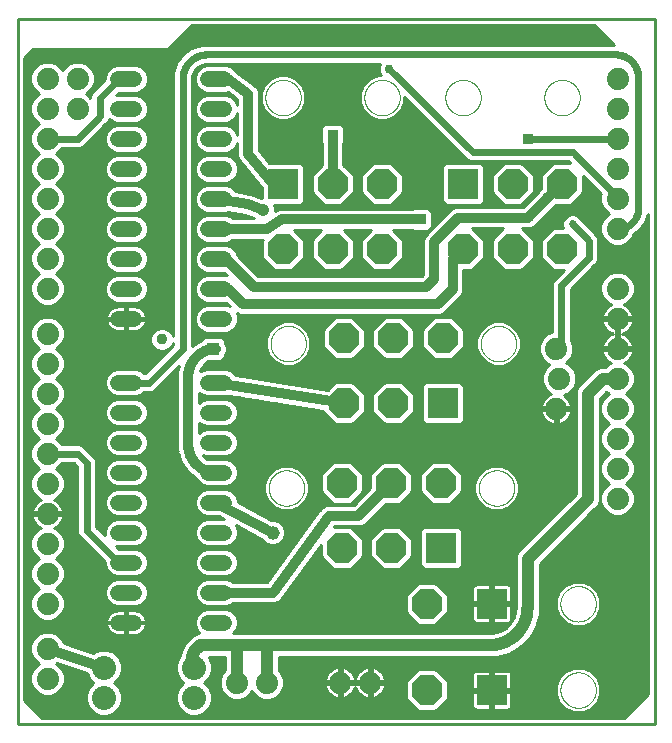
<source format=gbl>
G75*
%MOIN*%
%OFA0B0*%
%FSLAX25Y25*%
%IPPOS*%
%LPD*%
%AMOC8*
5,1,8,0,0,1.08239X$1,22.5*
%
%ADD10C,0.00000*%
%ADD11C,0.01000*%
%ADD12C,0.07400*%
%ADD13C,0.08000*%
%ADD14C,0.05200*%
%ADD15OC8,0.10000*%
%ADD16R,0.10000X0.10000*%
%ADD17C,0.02400*%
%ADD18R,0.03562X0.03562*%
%ADD19C,0.03693*%
%ADD20C,0.02200*%
%ADD21C,0.03000*%
%ADD22C,0.04000*%
%ADD23C,0.03200*%
%ADD24C,0.04143*%
%ADD25R,0.03993X0.03993*%
%ADD26C,0.04593*%
%ADD27C,0.02700*%
D10*
X0005000Y0005000D02*
X0208701Y0005000D01*
X0185959Y0016250D02*
X0185961Y0016403D01*
X0185967Y0016557D01*
X0185977Y0016710D01*
X0185991Y0016862D01*
X0186009Y0017015D01*
X0186031Y0017166D01*
X0186056Y0017317D01*
X0186086Y0017468D01*
X0186120Y0017618D01*
X0186157Y0017766D01*
X0186198Y0017914D01*
X0186243Y0018060D01*
X0186292Y0018206D01*
X0186345Y0018350D01*
X0186401Y0018492D01*
X0186461Y0018633D01*
X0186525Y0018773D01*
X0186592Y0018911D01*
X0186663Y0019047D01*
X0186738Y0019181D01*
X0186815Y0019313D01*
X0186897Y0019443D01*
X0186981Y0019571D01*
X0187069Y0019697D01*
X0187160Y0019820D01*
X0187254Y0019941D01*
X0187352Y0020059D01*
X0187452Y0020175D01*
X0187556Y0020288D01*
X0187662Y0020399D01*
X0187771Y0020507D01*
X0187883Y0020612D01*
X0187997Y0020713D01*
X0188115Y0020812D01*
X0188234Y0020908D01*
X0188356Y0021001D01*
X0188481Y0021090D01*
X0188608Y0021177D01*
X0188737Y0021259D01*
X0188868Y0021339D01*
X0189001Y0021415D01*
X0189136Y0021488D01*
X0189273Y0021557D01*
X0189412Y0021622D01*
X0189552Y0021684D01*
X0189694Y0021742D01*
X0189837Y0021797D01*
X0189982Y0021848D01*
X0190128Y0021895D01*
X0190275Y0021938D01*
X0190423Y0021977D01*
X0190572Y0022013D01*
X0190722Y0022044D01*
X0190873Y0022072D01*
X0191024Y0022096D01*
X0191177Y0022116D01*
X0191329Y0022132D01*
X0191482Y0022144D01*
X0191635Y0022152D01*
X0191788Y0022156D01*
X0191942Y0022156D01*
X0192095Y0022152D01*
X0192248Y0022144D01*
X0192401Y0022132D01*
X0192553Y0022116D01*
X0192706Y0022096D01*
X0192857Y0022072D01*
X0193008Y0022044D01*
X0193158Y0022013D01*
X0193307Y0021977D01*
X0193455Y0021938D01*
X0193602Y0021895D01*
X0193748Y0021848D01*
X0193893Y0021797D01*
X0194036Y0021742D01*
X0194178Y0021684D01*
X0194318Y0021622D01*
X0194457Y0021557D01*
X0194594Y0021488D01*
X0194729Y0021415D01*
X0194862Y0021339D01*
X0194993Y0021259D01*
X0195122Y0021177D01*
X0195249Y0021090D01*
X0195374Y0021001D01*
X0195496Y0020908D01*
X0195615Y0020812D01*
X0195733Y0020713D01*
X0195847Y0020612D01*
X0195959Y0020507D01*
X0196068Y0020399D01*
X0196174Y0020288D01*
X0196278Y0020175D01*
X0196378Y0020059D01*
X0196476Y0019941D01*
X0196570Y0019820D01*
X0196661Y0019697D01*
X0196749Y0019571D01*
X0196833Y0019443D01*
X0196915Y0019313D01*
X0196992Y0019181D01*
X0197067Y0019047D01*
X0197138Y0018911D01*
X0197205Y0018773D01*
X0197269Y0018633D01*
X0197329Y0018492D01*
X0197385Y0018350D01*
X0197438Y0018206D01*
X0197487Y0018060D01*
X0197532Y0017914D01*
X0197573Y0017766D01*
X0197610Y0017618D01*
X0197644Y0017468D01*
X0197674Y0017317D01*
X0197699Y0017166D01*
X0197721Y0017015D01*
X0197739Y0016862D01*
X0197753Y0016710D01*
X0197763Y0016557D01*
X0197769Y0016403D01*
X0197771Y0016250D01*
X0197769Y0016097D01*
X0197763Y0015943D01*
X0197753Y0015790D01*
X0197739Y0015638D01*
X0197721Y0015485D01*
X0197699Y0015334D01*
X0197674Y0015183D01*
X0197644Y0015032D01*
X0197610Y0014882D01*
X0197573Y0014734D01*
X0197532Y0014586D01*
X0197487Y0014440D01*
X0197438Y0014294D01*
X0197385Y0014150D01*
X0197329Y0014008D01*
X0197269Y0013867D01*
X0197205Y0013727D01*
X0197138Y0013589D01*
X0197067Y0013453D01*
X0196992Y0013319D01*
X0196915Y0013187D01*
X0196833Y0013057D01*
X0196749Y0012929D01*
X0196661Y0012803D01*
X0196570Y0012680D01*
X0196476Y0012559D01*
X0196378Y0012441D01*
X0196278Y0012325D01*
X0196174Y0012212D01*
X0196068Y0012101D01*
X0195959Y0011993D01*
X0195847Y0011888D01*
X0195733Y0011787D01*
X0195615Y0011688D01*
X0195496Y0011592D01*
X0195374Y0011499D01*
X0195249Y0011410D01*
X0195122Y0011323D01*
X0194993Y0011241D01*
X0194862Y0011161D01*
X0194729Y0011085D01*
X0194594Y0011012D01*
X0194457Y0010943D01*
X0194318Y0010878D01*
X0194178Y0010816D01*
X0194036Y0010758D01*
X0193893Y0010703D01*
X0193748Y0010652D01*
X0193602Y0010605D01*
X0193455Y0010562D01*
X0193307Y0010523D01*
X0193158Y0010487D01*
X0193008Y0010456D01*
X0192857Y0010428D01*
X0192706Y0010404D01*
X0192553Y0010384D01*
X0192401Y0010368D01*
X0192248Y0010356D01*
X0192095Y0010348D01*
X0191942Y0010344D01*
X0191788Y0010344D01*
X0191635Y0010348D01*
X0191482Y0010356D01*
X0191329Y0010368D01*
X0191177Y0010384D01*
X0191024Y0010404D01*
X0190873Y0010428D01*
X0190722Y0010456D01*
X0190572Y0010487D01*
X0190423Y0010523D01*
X0190275Y0010562D01*
X0190128Y0010605D01*
X0189982Y0010652D01*
X0189837Y0010703D01*
X0189694Y0010758D01*
X0189552Y0010816D01*
X0189412Y0010878D01*
X0189273Y0010943D01*
X0189136Y0011012D01*
X0189001Y0011085D01*
X0188868Y0011161D01*
X0188737Y0011241D01*
X0188608Y0011323D01*
X0188481Y0011410D01*
X0188356Y0011499D01*
X0188234Y0011592D01*
X0188115Y0011688D01*
X0187997Y0011787D01*
X0187883Y0011888D01*
X0187771Y0011993D01*
X0187662Y0012101D01*
X0187556Y0012212D01*
X0187452Y0012325D01*
X0187352Y0012441D01*
X0187254Y0012559D01*
X0187160Y0012680D01*
X0187069Y0012803D01*
X0186981Y0012929D01*
X0186897Y0013057D01*
X0186815Y0013187D01*
X0186738Y0013319D01*
X0186663Y0013453D01*
X0186592Y0013589D01*
X0186525Y0013727D01*
X0186461Y0013867D01*
X0186401Y0014008D01*
X0186345Y0014150D01*
X0186292Y0014294D01*
X0186243Y0014440D01*
X0186198Y0014586D01*
X0186157Y0014734D01*
X0186120Y0014882D01*
X0186086Y0015032D01*
X0186056Y0015183D01*
X0186031Y0015334D01*
X0186009Y0015485D01*
X0185991Y0015638D01*
X0185977Y0015790D01*
X0185967Y0015943D01*
X0185961Y0016097D01*
X0185959Y0016250D01*
X0185959Y0045000D02*
X0185961Y0045153D01*
X0185967Y0045307D01*
X0185977Y0045460D01*
X0185991Y0045612D01*
X0186009Y0045765D01*
X0186031Y0045916D01*
X0186056Y0046067D01*
X0186086Y0046218D01*
X0186120Y0046368D01*
X0186157Y0046516D01*
X0186198Y0046664D01*
X0186243Y0046810D01*
X0186292Y0046956D01*
X0186345Y0047100D01*
X0186401Y0047242D01*
X0186461Y0047383D01*
X0186525Y0047523D01*
X0186592Y0047661D01*
X0186663Y0047797D01*
X0186738Y0047931D01*
X0186815Y0048063D01*
X0186897Y0048193D01*
X0186981Y0048321D01*
X0187069Y0048447D01*
X0187160Y0048570D01*
X0187254Y0048691D01*
X0187352Y0048809D01*
X0187452Y0048925D01*
X0187556Y0049038D01*
X0187662Y0049149D01*
X0187771Y0049257D01*
X0187883Y0049362D01*
X0187997Y0049463D01*
X0188115Y0049562D01*
X0188234Y0049658D01*
X0188356Y0049751D01*
X0188481Y0049840D01*
X0188608Y0049927D01*
X0188737Y0050009D01*
X0188868Y0050089D01*
X0189001Y0050165D01*
X0189136Y0050238D01*
X0189273Y0050307D01*
X0189412Y0050372D01*
X0189552Y0050434D01*
X0189694Y0050492D01*
X0189837Y0050547D01*
X0189982Y0050598D01*
X0190128Y0050645D01*
X0190275Y0050688D01*
X0190423Y0050727D01*
X0190572Y0050763D01*
X0190722Y0050794D01*
X0190873Y0050822D01*
X0191024Y0050846D01*
X0191177Y0050866D01*
X0191329Y0050882D01*
X0191482Y0050894D01*
X0191635Y0050902D01*
X0191788Y0050906D01*
X0191942Y0050906D01*
X0192095Y0050902D01*
X0192248Y0050894D01*
X0192401Y0050882D01*
X0192553Y0050866D01*
X0192706Y0050846D01*
X0192857Y0050822D01*
X0193008Y0050794D01*
X0193158Y0050763D01*
X0193307Y0050727D01*
X0193455Y0050688D01*
X0193602Y0050645D01*
X0193748Y0050598D01*
X0193893Y0050547D01*
X0194036Y0050492D01*
X0194178Y0050434D01*
X0194318Y0050372D01*
X0194457Y0050307D01*
X0194594Y0050238D01*
X0194729Y0050165D01*
X0194862Y0050089D01*
X0194993Y0050009D01*
X0195122Y0049927D01*
X0195249Y0049840D01*
X0195374Y0049751D01*
X0195496Y0049658D01*
X0195615Y0049562D01*
X0195733Y0049463D01*
X0195847Y0049362D01*
X0195959Y0049257D01*
X0196068Y0049149D01*
X0196174Y0049038D01*
X0196278Y0048925D01*
X0196378Y0048809D01*
X0196476Y0048691D01*
X0196570Y0048570D01*
X0196661Y0048447D01*
X0196749Y0048321D01*
X0196833Y0048193D01*
X0196915Y0048063D01*
X0196992Y0047931D01*
X0197067Y0047797D01*
X0197138Y0047661D01*
X0197205Y0047523D01*
X0197269Y0047383D01*
X0197329Y0047242D01*
X0197385Y0047100D01*
X0197438Y0046956D01*
X0197487Y0046810D01*
X0197532Y0046664D01*
X0197573Y0046516D01*
X0197610Y0046368D01*
X0197644Y0046218D01*
X0197674Y0046067D01*
X0197699Y0045916D01*
X0197721Y0045765D01*
X0197739Y0045612D01*
X0197753Y0045460D01*
X0197763Y0045307D01*
X0197769Y0045153D01*
X0197771Y0045000D01*
X0197769Y0044847D01*
X0197763Y0044693D01*
X0197753Y0044540D01*
X0197739Y0044388D01*
X0197721Y0044235D01*
X0197699Y0044084D01*
X0197674Y0043933D01*
X0197644Y0043782D01*
X0197610Y0043632D01*
X0197573Y0043484D01*
X0197532Y0043336D01*
X0197487Y0043190D01*
X0197438Y0043044D01*
X0197385Y0042900D01*
X0197329Y0042758D01*
X0197269Y0042617D01*
X0197205Y0042477D01*
X0197138Y0042339D01*
X0197067Y0042203D01*
X0196992Y0042069D01*
X0196915Y0041937D01*
X0196833Y0041807D01*
X0196749Y0041679D01*
X0196661Y0041553D01*
X0196570Y0041430D01*
X0196476Y0041309D01*
X0196378Y0041191D01*
X0196278Y0041075D01*
X0196174Y0040962D01*
X0196068Y0040851D01*
X0195959Y0040743D01*
X0195847Y0040638D01*
X0195733Y0040537D01*
X0195615Y0040438D01*
X0195496Y0040342D01*
X0195374Y0040249D01*
X0195249Y0040160D01*
X0195122Y0040073D01*
X0194993Y0039991D01*
X0194862Y0039911D01*
X0194729Y0039835D01*
X0194594Y0039762D01*
X0194457Y0039693D01*
X0194318Y0039628D01*
X0194178Y0039566D01*
X0194036Y0039508D01*
X0193893Y0039453D01*
X0193748Y0039402D01*
X0193602Y0039355D01*
X0193455Y0039312D01*
X0193307Y0039273D01*
X0193158Y0039237D01*
X0193008Y0039206D01*
X0192857Y0039178D01*
X0192706Y0039154D01*
X0192553Y0039134D01*
X0192401Y0039118D01*
X0192248Y0039106D01*
X0192095Y0039098D01*
X0191942Y0039094D01*
X0191788Y0039094D01*
X0191635Y0039098D01*
X0191482Y0039106D01*
X0191329Y0039118D01*
X0191177Y0039134D01*
X0191024Y0039154D01*
X0190873Y0039178D01*
X0190722Y0039206D01*
X0190572Y0039237D01*
X0190423Y0039273D01*
X0190275Y0039312D01*
X0190128Y0039355D01*
X0189982Y0039402D01*
X0189837Y0039453D01*
X0189694Y0039508D01*
X0189552Y0039566D01*
X0189412Y0039628D01*
X0189273Y0039693D01*
X0189136Y0039762D01*
X0189001Y0039835D01*
X0188868Y0039911D01*
X0188737Y0039991D01*
X0188608Y0040073D01*
X0188481Y0040160D01*
X0188356Y0040249D01*
X0188234Y0040342D01*
X0188115Y0040438D01*
X0187997Y0040537D01*
X0187883Y0040638D01*
X0187771Y0040743D01*
X0187662Y0040851D01*
X0187556Y0040962D01*
X0187452Y0041075D01*
X0187352Y0041191D01*
X0187254Y0041309D01*
X0187160Y0041430D01*
X0187069Y0041553D01*
X0186981Y0041679D01*
X0186897Y0041807D01*
X0186815Y0041937D01*
X0186738Y0042069D01*
X0186663Y0042203D01*
X0186592Y0042339D01*
X0186525Y0042477D01*
X0186461Y0042617D01*
X0186401Y0042758D01*
X0186345Y0042900D01*
X0186292Y0043044D01*
X0186243Y0043190D01*
X0186198Y0043336D01*
X0186157Y0043484D01*
X0186120Y0043632D01*
X0186086Y0043782D01*
X0186056Y0043933D01*
X0186031Y0044084D01*
X0186009Y0044235D01*
X0185991Y0044388D01*
X0185977Y0044540D01*
X0185967Y0044693D01*
X0185961Y0044847D01*
X0185959Y0045000D01*
X0158794Y0083593D02*
X0158796Y0083746D01*
X0158802Y0083900D01*
X0158812Y0084053D01*
X0158826Y0084205D01*
X0158844Y0084358D01*
X0158866Y0084509D01*
X0158891Y0084660D01*
X0158921Y0084811D01*
X0158955Y0084961D01*
X0158992Y0085109D01*
X0159033Y0085257D01*
X0159078Y0085403D01*
X0159127Y0085549D01*
X0159180Y0085693D01*
X0159236Y0085835D01*
X0159296Y0085976D01*
X0159360Y0086116D01*
X0159427Y0086254D01*
X0159498Y0086390D01*
X0159573Y0086524D01*
X0159650Y0086656D01*
X0159732Y0086786D01*
X0159816Y0086914D01*
X0159904Y0087040D01*
X0159995Y0087163D01*
X0160089Y0087284D01*
X0160187Y0087402D01*
X0160287Y0087518D01*
X0160391Y0087631D01*
X0160497Y0087742D01*
X0160606Y0087850D01*
X0160718Y0087955D01*
X0160832Y0088056D01*
X0160950Y0088155D01*
X0161069Y0088251D01*
X0161191Y0088344D01*
X0161316Y0088433D01*
X0161443Y0088520D01*
X0161572Y0088602D01*
X0161703Y0088682D01*
X0161836Y0088758D01*
X0161971Y0088831D01*
X0162108Y0088900D01*
X0162247Y0088965D01*
X0162387Y0089027D01*
X0162529Y0089085D01*
X0162672Y0089140D01*
X0162817Y0089191D01*
X0162963Y0089238D01*
X0163110Y0089281D01*
X0163258Y0089320D01*
X0163407Y0089356D01*
X0163557Y0089387D01*
X0163708Y0089415D01*
X0163859Y0089439D01*
X0164012Y0089459D01*
X0164164Y0089475D01*
X0164317Y0089487D01*
X0164470Y0089495D01*
X0164623Y0089499D01*
X0164777Y0089499D01*
X0164930Y0089495D01*
X0165083Y0089487D01*
X0165236Y0089475D01*
X0165388Y0089459D01*
X0165541Y0089439D01*
X0165692Y0089415D01*
X0165843Y0089387D01*
X0165993Y0089356D01*
X0166142Y0089320D01*
X0166290Y0089281D01*
X0166437Y0089238D01*
X0166583Y0089191D01*
X0166728Y0089140D01*
X0166871Y0089085D01*
X0167013Y0089027D01*
X0167153Y0088965D01*
X0167292Y0088900D01*
X0167429Y0088831D01*
X0167564Y0088758D01*
X0167697Y0088682D01*
X0167828Y0088602D01*
X0167957Y0088520D01*
X0168084Y0088433D01*
X0168209Y0088344D01*
X0168331Y0088251D01*
X0168450Y0088155D01*
X0168568Y0088056D01*
X0168682Y0087955D01*
X0168794Y0087850D01*
X0168903Y0087742D01*
X0169009Y0087631D01*
X0169113Y0087518D01*
X0169213Y0087402D01*
X0169311Y0087284D01*
X0169405Y0087163D01*
X0169496Y0087040D01*
X0169584Y0086914D01*
X0169668Y0086786D01*
X0169750Y0086656D01*
X0169827Y0086524D01*
X0169902Y0086390D01*
X0169973Y0086254D01*
X0170040Y0086116D01*
X0170104Y0085976D01*
X0170164Y0085835D01*
X0170220Y0085693D01*
X0170273Y0085549D01*
X0170322Y0085403D01*
X0170367Y0085257D01*
X0170408Y0085109D01*
X0170445Y0084961D01*
X0170479Y0084811D01*
X0170509Y0084660D01*
X0170534Y0084509D01*
X0170556Y0084358D01*
X0170574Y0084205D01*
X0170588Y0084053D01*
X0170598Y0083900D01*
X0170604Y0083746D01*
X0170606Y0083593D01*
X0170604Y0083440D01*
X0170598Y0083286D01*
X0170588Y0083133D01*
X0170574Y0082981D01*
X0170556Y0082828D01*
X0170534Y0082677D01*
X0170509Y0082526D01*
X0170479Y0082375D01*
X0170445Y0082225D01*
X0170408Y0082077D01*
X0170367Y0081929D01*
X0170322Y0081783D01*
X0170273Y0081637D01*
X0170220Y0081493D01*
X0170164Y0081351D01*
X0170104Y0081210D01*
X0170040Y0081070D01*
X0169973Y0080932D01*
X0169902Y0080796D01*
X0169827Y0080662D01*
X0169750Y0080530D01*
X0169668Y0080400D01*
X0169584Y0080272D01*
X0169496Y0080146D01*
X0169405Y0080023D01*
X0169311Y0079902D01*
X0169213Y0079784D01*
X0169113Y0079668D01*
X0169009Y0079555D01*
X0168903Y0079444D01*
X0168794Y0079336D01*
X0168682Y0079231D01*
X0168568Y0079130D01*
X0168450Y0079031D01*
X0168331Y0078935D01*
X0168209Y0078842D01*
X0168084Y0078753D01*
X0167957Y0078666D01*
X0167828Y0078584D01*
X0167697Y0078504D01*
X0167564Y0078428D01*
X0167429Y0078355D01*
X0167292Y0078286D01*
X0167153Y0078221D01*
X0167013Y0078159D01*
X0166871Y0078101D01*
X0166728Y0078046D01*
X0166583Y0077995D01*
X0166437Y0077948D01*
X0166290Y0077905D01*
X0166142Y0077866D01*
X0165993Y0077830D01*
X0165843Y0077799D01*
X0165692Y0077771D01*
X0165541Y0077747D01*
X0165388Y0077727D01*
X0165236Y0077711D01*
X0165083Y0077699D01*
X0164930Y0077691D01*
X0164777Y0077687D01*
X0164623Y0077687D01*
X0164470Y0077691D01*
X0164317Y0077699D01*
X0164164Y0077711D01*
X0164012Y0077727D01*
X0163859Y0077747D01*
X0163708Y0077771D01*
X0163557Y0077799D01*
X0163407Y0077830D01*
X0163258Y0077866D01*
X0163110Y0077905D01*
X0162963Y0077948D01*
X0162817Y0077995D01*
X0162672Y0078046D01*
X0162529Y0078101D01*
X0162387Y0078159D01*
X0162247Y0078221D01*
X0162108Y0078286D01*
X0161971Y0078355D01*
X0161836Y0078428D01*
X0161703Y0078504D01*
X0161572Y0078584D01*
X0161443Y0078666D01*
X0161316Y0078753D01*
X0161191Y0078842D01*
X0161069Y0078935D01*
X0160950Y0079031D01*
X0160832Y0079130D01*
X0160718Y0079231D01*
X0160606Y0079336D01*
X0160497Y0079444D01*
X0160391Y0079555D01*
X0160287Y0079668D01*
X0160187Y0079784D01*
X0160089Y0079902D01*
X0159995Y0080023D01*
X0159904Y0080146D01*
X0159816Y0080272D01*
X0159732Y0080400D01*
X0159650Y0080530D01*
X0159573Y0080662D01*
X0159498Y0080796D01*
X0159427Y0080932D01*
X0159360Y0081070D01*
X0159296Y0081210D01*
X0159236Y0081351D01*
X0159180Y0081493D01*
X0159127Y0081637D01*
X0159078Y0081783D01*
X0159033Y0081929D01*
X0158992Y0082077D01*
X0158955Y0082225D01*
X0158921Y0082375D01*
X0158891Y0082526D01*
X0158866Y0082677D01*
X0158844Y0082828D01*
X0158826Y0082981D01*
X0158812Y0083133D01*
X0158802Y0083286D01*
X0158796Y0083440D01*
X0158794Y0083593D01*
X0159419Y0131718D02*
X0159421Y0131871D01*
X0159427Y0132025D01*
X0159437Y0132178D01*
X0159451Y0132330D01*
X0159469Y0132483D01*
X0159491Y0132634D01*
X0159516Y0132785D01*
X0159546Y0132936D01*
X0159580Y0133086D01*
X0159617Y0133234D01*
X0159658Y0133382D01*
X0159703Y0133528D01*
X0159752Y0133674D01*
X0159805Y0133818D01*
X0159861Y0133960D01*
X0159921Y0134101D01*
X0159985Y0134241D01*
X0160052Y0134379D01*
X0160123Y0134515D01*
X0160198Y0134649D01*
X0160275Y0134781D01*
X0160357Y0134911D01*
X0160441Y0135039D01*
X0160529Y0135165D01*
X0160620Y0135288D01*
X0160714Y0135409D01*
X0160812Y0135527D01*
X0160912Y0135643D01*
X0161016Y0135756D01*
X0161122Y0135867D01*
X0161231Y0135975D01*
X0161343Y0136080D01*
X0161457Y0136181D01*
X0161575Y0136280D01*
X0161694Y0136376D01*
X0161816Y0136469D01*
X0161941Y0136558D01*
X0162068Y0136645D01*
X0162197Y0136727D01*
X0162328Y0136807D01*
X0162461Y0136883D01*
X0162596Y0136956D01*
X0162733Y0137025D01*
X0162872Y0137090D01*
X0163012Y0137152D01*
X0163154Y0137210D01*
X0163297Y0137265D01*
X0163442Y0137316D01*
X0163588Y0137363D01*
X0163735Y0137406D01*
X0163883Y0137445D01*
X0164032Y0137481D01*
X0164182Y0137512D01*
X0164333Y0137540D01*
X0164484Y0137564D01*
X0164637Y0137584D01*
X0164789Y0137600D01*
X0164942Y0137612D01*
X0165095Y0137620D01*
X0165248Y0137624D01*
X0165402Y0137624D01*
X0165555Y0137620D01*
X0165708Y0137612D01*
X0165861Y0137600D01*
X0166013Y0137584D01*
X0166166Y0137564D01*
X0166317Y0137540D01*
X0166468Y0137512D01*
X0166618Y0137481D01*
X0166767Y0137445D01*
X0166915Y0137406D01*
X0167062Y0137363D01*
X0167208Y0137316D01*
X0167353Y0137265D01*
X0167496Y0137210D01*
X0167638Y0137152D01*
X0167778Y0137090D01*
X0167917Y0137025D01*
X0168054Y0136956D01*
X0168189Y0136883D01*
X0168322Y0136807D01*
X0168453Y0136727D01*
X0168582Y0136645D01*
X0168709Y0136558D01*
X0168834Y0136469D01*
X0168956Y0136376D01*
X0169075Y0136280D01*
X0169193Y0136181D01*
X0169307Y0136080D01*
X0169419Y0135975D01*
X0169528Y0135867D01*
X0169634Y0135756D01*
X0169738Y0135643D01*
X0169838Y0135527D01*
X0169936Y0135409D01*
X0170030Y0135288D01*
X0170121Y0135165D01*
X0170209Y0135039D01*
X0170293Y0134911D01*
X0170375Y0134781D01*
X0170452Y0134649D01*
X0170527Y0134515D01*
X0170598Y0134379D01*
X0170665Y0134241D01*
X0170729Y0134101D01*
X0170789Y0133960D01*
X0170845Y0133818D01*
X0170898Y0133674D01*
X0170947Y0133528D01*
X0170992Y0133382D01*
X0171033Y0133234D01*
X0171070Y0133086D01*
X0171104Y0132936D01*
X0171134Y0132785D01*
X0171159Y0132634D01*
X0171181Y0132483D01*
X0171199Y0132330D01*
X0171213Y0132178D01*
X0171223Y0132025D01*
X0171229Y0131871D01*
X0171231Y0131718D01*
X0171229Y0131565D01*
X0171223Y0131411D01*
X0171213Y0131258D01*
X0171199Y0131106D01*
X0171181Y0130953D01*
X0171159Y0130802D01*
X0171134Y0130651D01*
X0171104Y0130500D01*
X0171070Y0130350D01*
X0171033Y0130202D01*
X0170992Y0130054D01*
X0170947Y0129908D01*
X0170898Y0129762D01*
X0170845Y0129618D01*
X0170789Y0129476D01*
X0170729Y0129335D01*
X0170665Y0129195D01*
X0170598Y0129057D01*
X0170527Y0128921D01*
X0170452Y0128787D01*
X0170375Y0128655D01*
X0170293Y0128525D01*
X0170209Y0128397D01*
X0170121Y0128271D01*
X0170030Y0128148D01*
X0169936Y0128027D01*
X0169838Y0127909D01*
X0169738Y0127793D01*
X0169634Y0127680D01*
X0169528Y0127569D01*
X0169419Y0127461D01*
X0169307Y0127356D01*
X0169193Y0127255D01*
X0169075Y0127156D01*
X0168956Y0127060D01*
X0168834Y0126967D01*
X0168709Y0126878D01*
X0168582Y0126791D01*
X0168453Y0126709D01*
X0168322Y0126629D01*
X0168189Y0126553D01*
X0168054Y0126480D01*
X0167917Y0126411D01*
X0167778Y0126346D01*
X0167638Y0126284D01*
X0167496Y0126226D01*
X0167353Y0126171D01*
X0167208Y0126120D01*
X0167062Y0126073D01*
X0166915Y0126030D01*
X0166767Y0125991D01*
X0166618Y0125955D01*
X0166468Y0125924D01*
X0166317Y0125896D01*
X0166166Y0125872D01*
X0166013Y0125852D01*
X0165861Y0125836D01*
X0165708Y0125824D01*
X0165555Y0125816D01*
X0165402Y0125812D01*
X0165248Y0125812D01*
X0165095Y0125816D01*
X0164942Y0125824D01*
X0164789Y0125836D01*
X0164637Y0125852D01*
X0164484Y0125872D01*
X0164333Y0125896D01*
X0164182Y0125924D01*
X0164032Y0125955D01*
X0163883Y0125991D01*
X0163735Y0126030D01*
X0163588Y0126073D01*
X0163442Y0126120D01*
X0163297Y0126171D01*
X0163154Y0126226D01*
X0163012Y0126284D01*
X0162872Y0126346D01*
X0162733Y0126411D01*
X0162596Y0126480D01*
X0162461Y0126553D01*
X0162328Y0126629D01*
X0162197Y0126709D01*
X0162068Y0126791D01*
X0161941Y0126878D01*
X0161816Y0126967D01*
X0161694Y0127060D01*
X0161575Y0127156D01*
X0161457Y0127255D01*
X0161343Y0127356D01*
X0161231Y0127461D01*
X0161122Y0127569D01*
X0161016Y0127680D01*
X0160912Y0127793D01*
X0160812Y0127909D01*
X0160714Y0128027D01*
X0160620Y0128148D01*
X0160529Y0128271D01*
X0160441Y0128397D01*
X0160357Y0128525D01*
X0160275Y0128655D01*
X0160198Y0128787D01*
X0160123Y0128921D01*
X0160052Y0129057D01*
X0159985Y0129195D01*
X0159921Y0129335D01*
X0159861Y0129476D01*
X0159805Y0129618D01*
X0159752Y0129762D01*
X0159703Y0129908D01*
X0159658Y0130054D01*
X0159617Y0130202D01*
X0159580Y0130350D01*
X0159546Y0130500D01*
X0159516Y0130651D01*
X0159491Y0130802D01*
X0159469Y0130953D01*
X0159451Y0131106D01*
X0159437Y0131258D01*
X0159427Y0131411D01*
X0159421Y0131565D01*
X0159419Y0131718D01*
X0089340Y0131718D02*
X0089342Y0131871D01*
X0089348Y0132025D01*
X0089358Y0132178D01*
X0089372Y0132330D01*
X0089390Y0132483D01*
X0089412Y0132634D01*
X0089437Y0132785D01*
X0089467Y0132936D01*
X0089501Y0133086D01*
X0089538Y0133234D01*
X0089579Y0133382D01*
X0089624Y0133528D01*
X0089673Y0133674D01*
X0089726Y0133818D01*
X0089782Y0133960D01*
X0089842Y0134101D01*
X0089906Y0134241D01*
X0089973Y0134379D01*
X0090044Y0134515D01*
X0090119Y0134649D01*
X0090196Y0134781D01*
X0090278Y0134911D01*
X0090362Y0135039D01*
X0090450Y0135165D01*
X0090541Y0135288D01*
X0090635Y0135409D01*
X0090733Y0135527D01*
X0090833Y0135643D01*
X0090937Y0135756D01*
X0091043Y0135867D01*
X0091152Y0135975D01*
X0091264Y0136080D01*
X0091378Y0136181D01*
X0091496Y0136280D01*
X0091615Y0136376D01*
X0091737Y0136469D01*
X0091862Y0136558D01*
X0091989Y0136645D01*
X0092118Y0136727D01*
X0092249Y0136807D01*
X0092382Y0136883D01*
X0092517Y0136956D01*
X0092654Y0137025D01*
X0092793Y0137090D01*
X0092933Y0137152D01*
X0093075Y0137210D01*
X0093218Y0137265D01*
X0093363Y0137316D01*
X0093509Y0137363D01*
X0093656Y0137406D01*
X0093804Y0137445D01*
X0093953Y0137481D01*
X0094103Y0137512D01*
X0094254Y0137540D01*
X0094405Y0137564D01*
X0094558Y0137584D01*
X0094710Y0137600D01*
X0094863Y0137612D01*
X0095016Y0137620D01*
X0095169Y0137624D01*
X0095323Y0137624D01*
X0095476Y0137620D01*
X0095629Y0137612D01*
X0095782Y0137600D01*
X0095934Y0137584D01*
X0096087Y0137564D01*
X0096238Y0137540D01*
X0096389Y0137512D01*
X0096539Y0137481D01*
X0096688Y0137445D01*
X0096836Y0137406D01*
X0096983Y0137363D01*
X0097129Y0137316D01*
X0097274Y0137265D01*
X0097417Y0137210D01*
X0097559Y0137152D01*
X0097699Y0137090D01*
X0097838Y0137025D01*
X0097975Y0136956D01*
X0098110Y0136883D01*
X0098243Y0136807D01*
X0098374Y0136727D01*
X0098503Y0136645D01*
X0098630Y0136558D01*
X0098755Y0136469D01*
X0098877Y0136376D01*
X0098996Y0136280D01*
X0099114Y0136181D01*
X0099228Y0136080D01*
X0099340Y0135975D01*
X0099449Y0135867D01*
X0099555Y0135756D01*
X0099659Y0135643D01*
X0099759Y0135527D01*
X0099857Y0135409D01*
X0099951Y0135288D01*
X0100042Y0135165D01*
X0100130Y0135039D01*
X0100214Y0134911D01*
X0100296Y0134781D01*
X0100373Y0134649D01*
X0100448Y0134515D01*
X0100519Y0134379D01*
X0100586Y0134241D01*
X0100650Y0134101D01*
X0100710Y0133960D01*
X0100766Y0133818D01*
X0100819Y0133674D01*
X0100868Y0133528D01*
X0100913Y0133382D01*
X0100954Y0133234D01*
X0100991Y0133086D01*
X0101025Y0132936D01*
X0101055Y0132785D01*
X0101080Y0132634D01*
X0101102Y0132483D01*
X0101120Y0132330D01*
X0101134Y0132178D01*
X0101144Y0132025D01*
X0101150Y0131871D01*
X0101152Y0131718D01*
X0101150Y0131565D01*
X0101144Y0131411D01*
X0101134Y0131258D01*
X0101120Y0131106D01*
X0101102Y0130953D01*
X0101080Y0130802D01*
X0101055Y0130651D01*
X0101025Y0130500D01*
X0100991Y0130350D01*
X0100954Y0130202D01*
X0100913Y0130054D01*
X0100868Y0129908D01*
X0100819Y0129762D01*
X0100766Y0129618D01*
X0100710Y0129476D01*
X0100650Y0129335D01*
X0100586Y0129195D01*
X0100519Y0129057D01*
X0100448Y0128921D01*
X0100373Y0128787D01*
X0100296Y0128655D01*
X0100214Y0128525D01*
X0100130Y0128397D01*
X0100042Y0128271D01*
X0099951Y0128148D01*
X0099857Y0128027D01*
X0099759Y0127909D01*
X0099659Y0127793D01*
X0099555Y0127680D01*
X0099449Y0127569D01*
X0099340Y0127461D01*
X0099228Y0127356D01*
X0099114Y0127255D01*
X0098996Y0127156D01*
X0098877Y0127060D01*
X0098755Y0126967D01*
X0098630Y0126878D01*
X0098503Y0126791D01*
X0098374Y0126709D01*
X0098243Y0126629D01*
X0098110Y0126553D01*
X0097975Y0126480D01*
X0097838Y0126411D01*
X0097699Y0126346D01*
X0097559Y0126284D01*
X0097417Y0126226D01*
X0097274Y0126171D01*
X0097129Y0126120D01*
X0096983Y0126073D01*
X0096836Y0126030D01*
X0096688Y0125991D01*
X0096539Y0125955D01*
X0096389Y0125924D01*
X0096238Y0125896D01*
X0096087Y0125872D01*
X0095934Y0125852D01*
X0095782Y0125836D01*
X0095629Y0125824D01*
X0095476Y0125816D01*
X0095323Y0125812D01*
X0095169Y0125812D01*
X0095016Y0125816D01*
X0094863Y0125824D01*
X0094710Y0125836D01*
X0094558Y0125852D01*
X0094405Y0125872D01*
X0094254Y0125896D01*
X0094103Y0125924D01*
X0093953Y0125955D01*
X0093804Y0125991D01*
X0093656Y0126030D01*
X0093509Y0126073D01*
X0093363Y0126120D01*
X0093218Y0126171D01*
X0093075Y0126226D01*
X0092933Y0126284D01*
X0092793Y0126346D01*
X0092654Y0126411D01*
X0092517Y0126480D01*
X0092382Y0126553D01*
X0092249Y0126629D01*
X0092118Y0126709D01*
X0091989Y0126791D01*
X0091862Y0126878D01*
X0091737Y0126967D01*
X0091615Y0127060D01*
X0091496Y0127156D01*
X0091378Y0127255D01*
X0091264Y0127356D01*
X0091152Y0127461D01*
X0091043Y0127569D01*
X0090937Y0127680D01*
X0090833Y0127793D01*
X0090733Y0127909D01*
X0090635Y0128027D01*
X0090541Y0128148D01*
X0090450Y0128271D01*
X0090362Y0128397D01*
X0090278Y0128525D01*
X0090196Y0128655D01*
X0090119Y0128787D01*
X0090044Y0128921D01*
X0089973Y0129057D01*
X0089906Y0129195D01*
X0089842Y0129335D01*
X0089782Y0129476D01*
X0089726Y0129618D01*
X0089673Y0129762D01*
X0089624Y0129908D01*
X0089579Y0130054D01*
X0089538Y0130202D01*
X0089501Y0130350D01*
X0089467Y0130500D01*
X0089437Y0130651D01*
X0089412Y0130802D01*
X0089390Y0130953D01*
X0089372Y0131106D01*
X0089358Y0131258D01*
X0089348Y0131411D01*
X0089342Y0131565D01*
X0089340Y0131718D01*
X0088715Y0083593D02*
X0088717Y0083746D01*
X0088723Y0083900D01*
X0088733Y0084053D01*
X0088747Y0084205D01*
X0088765Y0084358D01*
X0088787Y0084509D01*
X0088812Y0084660D01*
X0088842Y0084811D01*
X0088876Y0084961D01*
X0088913Y0085109D01*
X0088954Y0085257D01*
X0088999Y0085403D01*
X0089048Y0085549D01*
X0089101Y0085693D01*
X0089157Y0085835D01*
X0089217Y0085976D01*
X0089281Y0086116D01*
X0089348Y0086254D01*
X0089419Y0086390D01*
X0089494Y0086524D01*
X0089571Y0086656D01*
X0089653Y0086786D01*
X0089737Y0086914D01*
X0089825Y0087040D01*
X0089916Y0087163D01*
X0090010Y0087284D01*
X0090108Y0087402D01*
X0090208Y0087518D01*
X0090312Y0087631D01*
X0090418Y0087742D01*
X0090527Y0087850D01*
X0090639Y0087955D01*
X0090753Y0088056D01*
X0090871Y0088155D01*
X0090990Y0088251D01*
X0091112Y0088344D01*
X0091237Y0088433D01*
X0091364Y0088520D01*
X0091493Y0088602D01*
X0091624Y0088682D01*
X0091757Y0088758D01*
X0091892Y0088831D01*
X0092029Y0088900D01*
X0092168Y0088965D01*
X0092308Y0089027D01*
X0092450Y0089085D01*
X0092593Y0089140D01*
X0092738Y0089191D01*
X0092884Y0089238D01*
X0093031Y0089281D01*
X0093179Y0089320D01*
X0093328Y0089356D01*
X0093478Y0089387D01*
X0093629Y0089415D01*
X0093780Y0089439D01*
X0093933Y0089459D01*
X0094085Y0089475D01*
X0094238Y0089487D01*
X0094391Y0089495D01*
X0094544Y0089499D01*
X0094698Y0089499D01*
X0094851Y0089495D01*
X0095004Y0089487D01*
X0095157Y0089475D01*
X0095309Y0089459D01*
X0095462Y0089439D01*
X0095613Y0089415D01*
X0095764Y0089387D01*
X0095914Y0089356D01*
X0096063Y0089320D01*
X0096211Y0089281D01*
X0096358Y0089238D01*
X0096504Y0089191D01*
X0096649Y0089140D01*
X0096792Y0089085D01*
X0096934Y0089027D01*
X0097074Y0088965D01*
X0097213Y0088900D01*
X0097350Y0088831D01*
X0097485Y0088758D01*
X0097618Y0088682D01*
X0097749Y0088602D01*
X0097878Y0088520D01*
X0098005Y0088433D01*
X0098130Y0088344D01*
X0098252Y0088251D01*
X0098371Y0088155D01*
X0098489Y0088056D01*
X0098603Y0087955D01*
X0098715Y0087850D01*
X0098824Y0087742D01*
X0098930Y0087631D01*
X0099034Y0087518D01*
X0099134Y0087402D01*
X0099232Y0087284D01*
X0099326Y0087163D01*
X0099417Y0087040D01*
X0099505Y0086914D01*
X0099589Y0086786D01*
X0099671Y0086656D01*
X0099748Y0086524D01*
X0099823Y0086390D01*
X0099894Y0086254D01*
X0099961Y0086116D01*
X0100025Y0085976D01*
X0100085Y0085835D01*
X0100141Y0085693D01*
X0100194Y0085549D01*
X0100243Y0085403D01*
X0100288Y0085257D01*
X0100329Y0085109D01*
X0100366Y0084961D01*
X0100400Y0084811D01*
X0100430Y0084660D01*
X0100455Y0084509D01*
X0100477Y0084358D01*
X0100495Y0084205D01*
X0100509Y0084053D01*
X0100519Y0083900D01*
X0100525Y0083746D01*
X0100527Y0083593D01*
X0100525Y0083440D01*
X0100519Y0083286D01*
X0100509Y0083133D01*
X0100495Y0082981D01*
X0100477Y0082828D01*
X0100455Y0082677D01*
X0100430Y0082526D01*
X0100400Y0082375D01*
X0100366Y0082225D01*
X0100329Y0082077D01*
X0100288Y0081929D01*
X0100243Y0081783D01*
X0100194Y0081637D01*
X0100141Y0081493D01*
X0100085Y0081351D01*
X0100025Y0081210D01*
X0099961Y0081070D01*
X0099894Y0080932D01*
X0099823Y0080796D01*
X0099748Y0080662D01*
X0099671Y0080530D01*
X0099589Y0080400D01*
X0099505Y0080272D01*
X0099417Y0080146D01*
X0099326Y0080023D01*
X0099232Y0079902D01*
X0099134Y0079784D01*
X0099034Y0079668D01*
X0098930Y0079555D01*
X0098824Y0079444D01*
X0098715Y0079336D01*
X0098603Y0079231D01*
X0098489Y0079130D01*
X0098371Y0079031D01*
X0098252Y0078935D01*
X0098130Y0078842D01*
X0098005Y0078753D01*
X0097878Y0078666D01*
X0097749Y0078584D01*
X0097618Y0078504D01*
X0097485Y0078428D01*
X0097350Y0078355D01*
X0097213Y0078286D01*
X0097074Y0078221D01*
X0096934Y0078159D01*
X0096792Y0078101D01*
X0096649Y0078046D01*
X0096504Y0077995D01*
X0096358Y0077948D01*
X0096211Y0077905D01*
X0096063Y0077866D01*
X0095914Y0077830D01*
X0095764Y0077799D01*
X0095613Y0077771D01*
X0095462Y0077747D01*
X0095309Y0077727D01*
X0095157Y0077711D01*
X0095004Y0077699D01*
X0094851Y0077691D01*
X0094698Y0077687D01*
X0094544Y0077687D01*
X0094391Y0077691D01*
X0094238Y0077699D01*
X0094085Y0077711D01*
X0093933Y0077727D01*
X0093780Y0077747D01*
X0093629Y0077771D01*
X0093478Y0077799D01*
X0093328Y0077830D01*
X0093179Y0077866D01*
X0093031Y0077905D01*
X0092884Y0077948D01*
X0092738Y0077995D01*
X0092593Y0078046D01*
X0092450Y0078101D01*
X0092308Y0078159D01*
X0092168Y0078221D01*
X0092029Y0078286D01*
X0091892Y0078355D01*
X0091757Y0078428D01*
X0091624Y0078504D01*
X0091493Y0078584D01*
X0091364Y0078666D01*
X0091237Y0078753D01*
X0091112Y0078842D01*
X0090990Y0078935D01*
X0090871Y0079031D01*
X0090753Y0079130D01*
X0090639Y0079231D01*
X0090527Y0079336D01*
X0090418Y0079444D01*
X0090312Y0079555D01*
X0090208Y0079668D01*
X0090108Y0079784D01*
X0090010Y0079902D01*
X0089916Y0080023D01*
X0089825Y0080146D01*
X0089737Y0080272D01*
X0089653Y0080400D01*
X0089571Y0080530D01*
X0089494Y0080662D01*
X0089419Y0080796D01*
X0089348Y0080932D01*
X0089281Y0081070D01*
X0089217Y0081210D01*
X0089157Y0081351D01*
X0089101Y0081493D01*
X0089048Y0081637D01*
X0088999Y0081783D01*
X0088954Y0081929D01*
X0088913Y0082077D01*
X0088876Y0082225D01*
X0088842Y0082375D01*
X0088812Y0082526D01*
X0088787Y0082677D01*
X0088765Y0082828D01*
X0088747Y0082981D01*
X0088733Y0083133D01*
X0088723Y0083286D01*
X0088717Y0083440D01*
X0088715Y0083593D01*
X0087594Y0213740D02*
X0087596Y0213893D01*
X0087602Y0214047D01*
X0087612Y0214200D01*
X0087626Y0214352D01*
X0087644Y0214505D01*
X0087666Y0214656D01*
X0087691Y0214807D01*
X0087721Y0214958D01*
X0087755Y0215108D01*
X0087792Y0215256D01*
X0087833Y0215404D01*
X0087878Y0215550D01*
X0087927Y0215696D01*
X0087980Y0215840D01*
X0088036Y0215982D01*
X0088096Y0216123D01*
X0088160Y0216263D01*
X0088227Y0216401D01*
X0088298Y0216537D01*
X0088373Y0216671D01*
X0088450Y0216803D01*
X0088532Y0216933D01*
X0088616Y0217061D01*
X0088704Y0217187D01*
X0088795Y0217310D01*
X0088889Y0217431D01*
X0088987Y0217549D01*
X0089087Y0217665D01*
X0089191Y0217778D01*
X0089297Y0217889D01*
X0089406Y0217997D01*
X0089518Y0218102D01*
X0089632Y0218203D01*
X0089750Y0218302D01*
X0089869Y0218398D01*
X0089991Y0218491D01*
X0090116Y0218580D01*
X0090243Y0218667D01*
X0090372Y0218749D01*
X0090503Y0218829D01*
X0090636Y0218905D01*
X0090771Y0218978D01*
X0090908Y0219047D01*
X0091047Y0219112D01*
X0091187Y0219174D01*
X0091329Y0219232D01*
X0091472Y0219287D01*
X0091617Y0219338D01*
X0091763Y0219385D01*
X0091910Y0219428D01*
X0092058Y0219467D01*
X0092207Y0219503D01*
X0092357Y0219534D01*
X0092508Y0219562D01*
X0092659Y0219586D01*
X0092812Y0219606D01*
X0092964Y0219622D01*
X0093117Y0219634D01*
X0093270Y0219642D01*
X0093423Y0219646D01*
X0093577Y0219646D01*
X0093730Y0219642D01*
X0093883Y0219634D01*
X0094036Y0219622D01*
X0094188Y0219606D01*
X0094341Y0219586D01*
X0094492Y0219562D01*
X0094643Y0219534D01*
X0094793Y0219503D01*
X0094942Y0219467D01*
X0095090Y0219428D01*
X0095237Y0219385D01*
X0095383Y0219338D01*
X0095528Y0219287D01*
X0095671Y0219232D01*
X0095813Y0219174D01*
X0095953Y0219112D01*
X0096092Y0219047D01*
X0096229Y0218978D01*
X0096364Y0218905D01*
X0096497Y0218829D01*
X0096628Y0218749D01*
X0096757Y0218667D01*
X0096884Y0218580D01*
X0097009Y0218491D01*
X0097131Y0218398D01*
X0097250Y0218302D01*
X0097368Y0218203D01*
X0097482Y0218102D01*
X0097594Y0217997D01*
X0097703Y0217889D01*
X0097809Y0217778D01*
X0097913Y0217665D01*
X0098013Y0217549D01*
X0098111Y0217431D01*
X0098205Y0217310D01*
X0098296Y0217187D01*
X0098384Y0217061D01*
X0098468Y0216933D01*
X0098550Y0216803D01*
X0098627Y0216671D01*
X0098702Y0216537D01*
X0098773Y0216401D01*
X0098840Y0216263D01*
X0098904Y0216123D01*
X0098964Y0215982D01*
X0099020Y0215840D01*
X0099073Y0215696D01*
X0099122Y0215550D01*
X0099167Y0215404D01*
X0099208Y0215256D01*
X0099245Y0215108D01*
X0099279Y0214958D01*
X0099309Y0214807D01*
X0099334Y0214656D01*
X0099356Y0214505D01*
X0099374Y0214352D01*
X0099388Y0214200D01*
X0099398Y0214047D01*
X0099404Y0213893D01*
X0099406Y0213740D01*
X0099404Y0213587D01*
X0099398Y0213433D01*
X0099388Y0213280D01*
X0099374Y0213128D01*
X0099356Y0212975D01*
X0099334Y0212824D01*
X0099309Y0212673D01*
X0099279Y0212522D01*
X0099245Y0212372D01*
X0099208Y0212224D01*
X0099167Y0212076D01*
X0099122Y0211930D01*
X0099073Y0211784D01*
X0099020Y0211640D01*
X0098964Y0211498D01*
X0098904Y0211357D01*
X0098840Y0211217D01*
X0098773Y0211079D01*
X0098702Y0210943D01*
X0098627Y0210809D01*
X0098550Y0210677D01*
X0098468Y0210547D01*
X0098384Y0210419D01*
X0098296Y0210293D01*
X0098205Y0210170D01*
X0098111Y0210049D01*
X0098013Y0209931D01*
X0097913Y0209815D01*
X0097809Y0209702D01*
X0097703Y0209591D01*
X0097594Y0209483D01*
X0097482Y0209378D01*
X0097368Y0209277D01*
X0097250Y0209178D01*
X0097131Y0209082D01*
X0097009Y0208989D01*
X0096884Y0208900D01*
X0096757Y0208813D01*
X0096628Y0208731D01*
X0096497Y0208651D01*
X0096364Y0208575D01*
X0096229Y0208502D01*
X0096092Y0208433D01*
X0095953Y0208368D01*
X0095813Y0208306D01*
X0095671Y0208248D01*
X0095528Y0208193D01*
X0095383Y0208142D01*
X0095237Y0208095D01*
X0095090Y0208052D01*
X0094942Y0208013D01*
X0094793Y0207977D01*
X0094643Y0207946D01*
X0094492Y0207918D01*
X0094341Y0207894D01*
X0094188Y0207874D01*
X0094036Y0207858D01*
X0093883Y0207846D01*
X0093730Y0207838D01*
X0093577Y0207834D01*
X0093423Y0207834D01*
X0093270Y0207838D01*
X0093117Y0207846D01*
X0092964Y0207858D01*
X0092812Y0207874D01*
X0092659Y0207894D01*
X0092508Y0207918D01*
X0092357Y0207946D01*
X0092207Y0207977D01*
X0092058Y0208013D01*
X0091910Y0208052D01*
X0091763Y0208095D01*
X0091617Y0208142D01*
X0091472Y0208193D01*
X0091329Y0208248D01*
X0091187Y0208306D01*
X0091047Y0208368D01*
X0090908Y0208433D01*
X0090771Y0208502D01*
X0090636Y0208575D01*
X0090503Y0208651D01*
X0090372Y0208731D01*
X0090243Y0208813D01*
X0090116Y0208900D01*
X0089991Y0208989D01*
X0089869Y0209082D01*
X0089750Y0209178D01*
X0089632Y0209277D01*
X0089518Y0209378D01*
X0089406Y0209483D01*
X0089297Y0209591D01*
X0089191Y0209702D01*
X0089087Y0209815D01*
X0088987Y0209931D01*
X0088889Y0210049D01*
X0088795Y0210170D01*
X0088704Y0210293D01*
X0088616Y0210419D01*
X0088532Y0210547D01*
X0088450Y0210677D01*
X0088373Y0210809D01*
X0088298Y0210943D01*
X0088227Y0211079D01*
X0088160Y0211217D01*
X0088096Y0211357D01*
X0088036Y0211498D01*
X0087980Y0211640D01*
X0087927Y0211784D01*
X0087878Y0211930D01*
X0087833Y0212076D01*
X0087792Y0212224D01*
X0087755Y0212372D01*
X0087721Y0212522D01*
X0087691Y0212673D01*
X0087666Y0212824D01*
X0087644Y0212975D01*
X0087626Y0213128D01*
X0087612Y0213280D01*
X0087602Y0213433D01*
X0087596Y0213587D01*
X0087594Y0213740D01*
X0120594Y0213740D02*
X0120596Y0213893D01*
X0120602Y0214047D01*
X0120612Y0214200D01*
X0120626Y0214352D01*
X0120644Y0214505D01*
X0120666Y0214656D01*
X0120691Y0214807D01*
X0120721Y0214958D01*
X0120755Y0215108D01*
X0120792Y0215256D01*
X0120833Y0215404D01*
X0120878Y0215550D01*
X0120927Y0215696D01*
X0120980Y0215840D01*
X0121036Y0215982D01*
X0121096Y0216123D01*
X0121160Y0216263D01*
X0121227Y0216401D01*
X0121298Y0216537D01*
X0121373Y0216671D01*
X0121450Y0216803D01*
X0121532Y0216933D01*
X0121616Y0217061D01*
X0121704Y0217187D01*
X0121795Y0217310D01*
X0121889Y0217431D01*
X0121987Y0217549D01*
X0122087Y0217665D01*
X0122191Y0217778D01*
X0122297Y0217889D01*
X0122406Y0217997D01*
X0122518Y0218102D01*
X0122632Y0218203D01*
X0122750Y0218302D01*
X0122869Y0218398D01*
X0122991Y0218491D01*
X0123116Y0218580D01*
X0123243Y0218667D01*
X0123372Y0218749D01*
X0123503Y0218829D01*
X0123636Y0218905D01*
X0123771Y0218978D01*
X0123908Y0219047D01*
X0124047Y0219112D01*
X0124187Y0219174D01*
X0124329Y0219232D01*
X0124472Y0219287D01*
X0124617Y0219338D01*
X0124763Y0219385D01*
X0124910Y0219428D01*
X0125058Y0219467D01*
X0125207Y0219503D01*
X0125357Y0219534D01*
X0125508Y0219562D01*
X0125659Y0219586D01*
X0125812Y0219606D01*
X0125964Y0219622D01*
X0126117Y0219634D01*
X0126270Y0219642D01*
X0126423Y0219646D01*
X0126577Y0219646D01*
X0126730Y0219642D01*
X0126883Y0219634D01*
X0127036Y0219622D01*
X0127188Y0219606D01*
X0127341Y0219586D01*
X0127492Y0219562D01*
X0127643Y0219534D01*
X0127793Y0219503D01*
X0127942Y0219467D01*
X0128090Y0219428D01*
X0128237Y0219385D01*
X0128383Y0219338D01*
X0128528Y0219287D01*
X0128671Y0219232D01*
X0128813Y0219174D01*
X0128953Y0219112D01*
X0129092Y0219047D01*
X0129229Y0218978D01*
X0129364Y0218905D01*
X0129497Y0218829D01*
X0129628Y0218749D01*
X0129757Y0218667D01*
X0129884Y0218580D01*
X0130009Y0218491D01*
X0130131Y0218398D01*
X0130250Y0218302D01*
X0130368Y0218203D01*
X0130482Y0218102D01*
X0130594Y0217997D01*
X0130703Y0217889D01*
X0130809Y0217778D01*
X0130913Y0217665D01*
X0131013Y0217549D01*
X0131111Y0217431D01*
X0131205Y0217310D01*
X0131296Y0217187D01*
X0131384Y0217061D01*
X0131468Y0216933D01*
X0131550Y0216803D01*
X0131627Y0216671D01*
X0131702Y0216537D01*
X0131773Y0216401D01*
X0131840Y0216263D01*
X0131904Y0216123D01*
X0131964Y0215982D01*
X0132020Y0215840D01*
X0132073Y0215696D01*
X0132122Y0215550D01*
X0132167Y0215404D01*
X0132208Y0215256D01*
X0132245Y0215108D01*
X0132279Y0214958D01*
X0132309Y0214807D01*
X0132334Y0214656D01*
X0132356Y0214505D01*
X0132374Y0214352D01*
X0132388Y0214200D01*
X0132398Y0214047D01*
X0132404Y0213893D01*
X0132406Y0213740D01*
X0132404Y0213587D01*
X0132398Y0213433D01*
X0132388Y0213280D01*
X0132374Y0213128D01*
X0132356Y0212975D01*
X0132334Y0212824D01*
X0132309Y0212673D01*
X0132279Y0212522D01*
X0132245Y0212372D01*
X0132208Y0212224D01*
X0132167Y0212076D01*
X0132122Y0211930D01*
X0132073Y0211784D01*
X0132020Y0211640D01*
X0131964Y0211498D01*
X0131904Y0211357D01*
X0131840Y0211217D01*
X0131773Y0211079D01*
X0131702Y0210943D01*
X0131627Y0210809D01*
X0131550Y0210677D01*
X0131468Y0210547D01*
X0131384Y0210419D01*
X0131296Y0210293D01*
X0131205Y0210170D01*
X0131111Y0210049D01*
X0131013Y0209931D01*
X0130913Y0209815D01*
X0130809Y0209702D01*
X0130703Y0209591D01*
X0130594Y0209483D01*
X0130482Y0209378D01*
X0130368Y0209277D01*
X0130250Y0209178D01*
X0130131Y0209082D01*
X0130009Y0208989D01*
X0129884Y0208900D01*
X0129757Y0208813D01*
X0129628Y0208731D01*
X0129497Y0208651D01*
X0129364Y0208575D01*
X0129229Y0208502D01*
X0129092Y0208433D01*
X0128953Y0208368D01*
X0128813Y0208306D01*
X0128671Y0208248D01*
X0128528Y0208193D01*
X0128383Y0208142D01*
X0128237Y0208095D01*
X0128090Y0208052D01*
X0127942Y0208013D01*
X0127793Y0207977D01*
X0127643Y0207946D01*
X0127492Y0207918D01*
X0127341Y0207894D01*
X0127188Y0207874D01*
X0127036Y0207858D01*
X0126883Y0207846D01*
X0126730Y0207838D01*
X0126577Y0207834D01*
X0126423Y0207834D01*
X0126270Y0207838D01*
X0126117Y0207846D01*
X0125964Y0207858D01*
X0125812Y0207874D01*
X0125659Y0207894D01*
X0125508Y0207918D01*
X0125357Y0207946D01*
X0125207Y0207977D01*
X0125058Y0208013D01*
X0124910Y0208052D01*
X0124763Y0208095D01*
X0124617Y0208142D01*
X0124472Y0208193D01*
X0124329Y0208248D01*
X0124187Y0208306D01*
X0124047Y0208368D01*
X0123908Y0208433D01*
X0123771Y0208502D01*
X0123636Y0208575D01*
X0123503Y0208651D01*
X0123372Y0208731D01*
X0123243Y0208813D01*
X0123116Y0208900D01*
X0122991Y0208989D01*
X0122869Y0209082D01*
X0122750Y0209178D01*
X0122632Y0209277D01*
X0122518Y0209378D01*
X0122406Y0209483D01*
X0122297Y0209591D01*
X0122191Y0209702D01*
X0122087Y0209815D01*
X0121987Y0209931D01*
X0121889Y0210049D01*
X0121795Y0210170D01*
X0121704Y0210293D01*
X0121616Y0210419D01*
X0121532Y0210547D01*
X0121450Y0210677D01*
X0121373Y0210809D01*
X0121298Y0210943D01*
X0121227Y0211079D01*
X0121160Y0211217D01*
X0121096Y0211357D01*
X0121036Y0211498D01*
X0120980Y0211640D01*
X0120927Y0211784D01*
X0120878Y0211930D01*
X0120833Y0212076D01*
X0120792Y0212224D01*
X0120755Y0212372D01*
X0120721Y0212522D01*
X0120691Y0212673D01*
X0120666Y0212824D01*
X0120644Y0212975D01*
X0120626Y0213128D01*
X0120612Y0213280D01*
X0120602Y0213433D01*
X0120596Y0213587D01*
X0120594Y0213740D01*
X0147594Y0213740D02*
X0147596Y0213893D01*
X0147602Y0214047D01*
X0147612Y0214200D01*
X0147626Y0214352D01*
X0147644Y0214505D01*
X0147666Y0214656D01*
X0147691Y0214807D01*
X0147721Y0214958D01*
X0147755Y0215108D01*
X0147792Y0215256D01*
X0147833Y0215404D01*
X0147878Y0215550D01*
X0147927Y0215696D01*
X0147980Y0215840D01*
X0148036Y0215982D01*
X0148096Y0216123D01*
X0148160Y0216263D01*
X0148227Y0216401D01*
X0148298Y0216537D01*
X0148373Y0216671D01*
X0148450Y0216803D01*
X0148532Y0216933D01*
X0148616Y0217061D01*
X0148704Y0217187D01*
X0148795Y0217310D01*
X0148889Y0217431D01*
X0148987Y0217549D01*
X0149087Y0217665D01*
X0149191Y0217778D01*
X0149297Y0217889D01*
X0149406Y0217997D01*
X0149518Y0218102D01*
X0149632Y0218203D01*
X0149750Y0218302D01*
X0149869Y0218398D01*
X0149991Y0218491D01*
X0150116Y0218580D01*
X0150243Y0218667D01*
X0150372Y0218749D01*
X0150503Y0218829D01*
X0150636Y0218905D01*
X0150771Y0218978D01*
X0150908Y0219047D01*
X0151047Y0219112D01*
X0151187Y0219174D01*
X0151329Y0219232D01*
X0151472Y0219287D01*
X0151617Y0219338D01*
X0151763Y0219385D01*
X0151910Y0219428D01*
X0152058Y0219467D01*
X0152207Y0219503D01*
X0152357Y0219534D01*
X0152508Y0219562D01*
X0152659Y0219586D01*
X0152812Y0219606D01*
X0152964Y0219622D01*
X0153117Y0219634D01*
X0153270Y0219642D01*
X0153423Y0219646D01*
X0153577Y0219646D01*
X0153730Y0219642D01*
X0153883Y0219634D01*
X0154036Y0219622D01*
X0154188Y0219606D01*
X0154341Y0219586D01*
X0154492Y0219562D01*
X0154643Y0219534D01*
X0154793Y0219503D01*
X0154942Y0219467D01*
X0155090Y0219428D01*
X0155237Y0219385D01*
X0155383Y0219338D01*
X0155528Y0219287D01*
X0155671Y0219232D01*
X0155813Y0219174D01*
X0155953Y0219112D01*
X0156092Y0219047D01*
X0156229Y0218978D01*
X0156364Y0218905D01*
X0156497Y0218829D01*
X0156628Y0218749D01*
X0156757Y0218667D01*
X0156884Y0218580D01*
X0157009Y0218491D01*
X0157131Y0218398D01*
X0157250Y0218302D01*
X0157368Y0218203D01*
X0157482Y0218102D01*
X0157594Y0217997D01*
X0157703Y0217889D01*
X0157809Y0217778D01*
X0157913Y0217665D01*
X0158013Y0217549D01*
X0158111Y0217431D01*
X0158205Y0217310D01*
X0158296Y0217187D01*
X0158384Y0217061D01*
X0158468Y0216933D01*
X0158550Y0216803D01*
X0158627Y0216671D01*
X0158702Y0216537D01*
X0158773Y0216401D01*
X0158840Y0216263D01*
X0158904Y0216123D01*
X0158964Y0215982D01*
X0159020Y0215840D01*
X0159073Y0215696D01*
X0159122Y0215550D01*
X0159167Y0215404D01*
X0159208Y0215256D01*
X0159245Y0215108D01*
X0159279Y0214958D01*
X0159309Y0214807D01*
X0159334Y0214656D01*
X0159356Y0214505D01*
X0159374Y0214352D01*
X0159388Y0214200D01*
X0159398Y0214047D01*
X0159404Y0213893D01*
X0159406Y0213740D01*
X0159404Y0213587D01*
X0159398Y0213433D01*
X0159388Y0213280D01*
X0159374Y0213128D01*
X0159356Y0212975D01*
X0159334Y0212824D01*
X0159309Y0212673D01*
X0159279Y0212522D01*
X0159245Y0212372D01*
X0159208Y0212224D01*
X0159167Y0212076D01*
X0159122Y0211930D01*
X0159073Y0211784D01*
X0159020Y0211640D01*
X0158964Y0211498D01*
X0158904Y0211357D01*
X0158840Y0211217D01*
X0158773Y0211079D01*
X0158702Y0210943D01*
X0158627Y0210809D01*
X0158550Y0210677D01*
X0158468Y0210547D01*
X0158384Y0210419D01*
X0158296Y0210293D01*
X0158205Y0210170D01*
X0158111Y0210049D01*
X0158013Y0209931D01*
X0157913Y0209815D01*
X0157809Y0209702D01*
X0157703Y0209591D01*
X0157594Y0209483D01*
X0157482Y0209378D01*
X0157368Y0209277D01*
X0157250Y0209178D01*
X0157131Y0209082D01*
X0157009Y0208989D01*
X0156884Y0208900D01*
X0156757Y0208813D01*
X0156628Y0208731D01*
X0156497Y0208651D01*
X0156364Y0208575D01*
X0156229Y0208502D01*
X0156092Y0208433D01*
X0155953Y0208368D01*
X0155813Y0208306D01*
X0155671Y0208248D01*
X0155528Y0208193D01*
X0155383Y0208142D01*
X0155237Y0208095D01*
X0155090Y0208052D01*
X0154942Y0208013D01*
X0154793Y0207977D01*
X0154643Y0207946D01*
X0154492Y0207918D01*
X0154341Y0207894D01*
X0154188Y0207874D01*
X0154036Y0207858D01*
X0153883Y0207846D01*
X0153730Y0207838D01*
X0153577Y0207834D01*
X0153423Y0207834D01*
X0153270Y0207838D01*
X0153117Y0207846D01*
X0152964Y0207858D01*
X0152812Y0207874D01*
X0152659Y0207894D01*
X0152508Y0207918D01*
X0152357Y0207946D01*
X0152207Y0207977D01*
X0152058Y0208013D01*
X0151910Y0208052D01*
X0151763Y0208095D01*
X0151617Y0208142D01*
X0151472Y0208193D01*
X0151329Y0208248D01*
X0151187Y0208306D01*
X0151047Y0208368D01*
X0150908Y0208433D01*
X0150771Y0208502D01*
X0150636Y0208575D01*
X0150503Y0208651D01*
X0150372Y0208731D01*
X0150243Y0208813D01*
X0150116Y0208900D01*
X0149991Y0208989D01*
X0149869Y0209082D01*
X0149750Y0209178D01*
X0149632Y0209277D01*
X0149518Y0209378D01*
X0149406Y0209483D01*
X0149297Y0209591D01*
X0149191Y0209702D01*
X0149087Y0209815D01*
X0148987Y0209931D01*
X0148889Y0210049D01*
X0148795Y0210170D01*
X0148704Y0210293D01*
X0148616Y0210419D01*
X0148532Y0210547D01*
X0148450Y0210677D01*
X0148373Y0210809D01*
X0148298Y0210943D01*
X0148227Y0211079D01*
X0148160Y0211217D01*
X0148096Y0211357D01*
X0148036Y0211498D01*
X0147980Y0211640D01*
X0147927Y0211784D01*
X0147878Y0211930D01*
X0147833Y0212076D01*
X0147792Y0212224D01*
X0147755Y0212372D01*
X0147721Y0212522D01*
X0147691Y0212673D01*
X0147666Y0212824D01*
X0147644Y0212975D01*
X0147626Y0213128D01*
X0147612Y0213280D01*
X0147602Y0213433D01*
X0147596Y0213587D01*
X0147594Y0213740D01*
X0180594Y0213740D02*
X0180596Y0213893D01*
X0180602Y0214047D01*
X0180612Y0214200D01*
X0180626Y0214352D01*
X0180644Y0214505D01*
X0180666Y0214656D01*
X0180691Y0214807D01*
X0180721Y0214958D01*
X0180755Y0215108D01*
X0180792Y0215256D01*
X0180833Y0215404D01*
X0180878Y0215550D01*
X0180927Y0215696D01*
X0180980Y0215840D01*
X0181036Y0215982D01*
X0181096Y0216123D01*
X0181160Y0216263D01*
X0181227Y0216401D01*
X0181298Y0216537D01*
X0181373Y0216671D01*
X0181450Y0216803D01*
X0181532Y0216933D01*
X0181616Y0217061D01*
X0181704Y0217187D01*
X0181795Y0217310D01*
X0181889Y0217431D01*
X0181987Y0217549D01*
X0182087Y0217665D01*
X0182191Y0217778D01*
X0182297Y0217889D01*
X0182406Y0217997D01*
X0182518Y0218102D01*
X0182632Y0218203D01*
X0182750Y0218302D01*
X0182869Y0218398D01*
X0182991Y0218491D01*
X0183116Y0218580D01*
X0183243Y0218667D01*
X0183372Y0218749D01*
X0183503Y0218829D01*
X0183636Y0218905D01*
X0183771Y0218978D01*
X0183908Y0219047D01*
X0184047Y0219112D01*
X0184187Y0219174D01*
X0184329Y0219232D01*
X0184472Y0219287D01*
X0184617Y0219338D01*
X0184763Y0219385D01*
X0184910Y0219428D01*
X0185058Y0219467D01*
X0185207Y0219503D01*
X0185357Y0219534D01*
X0185508Y0219562D01*
X0185659Y0219586D01*
X0185812Y0219606D01*
X0185964Y0219622D01*
X0186117Y0219634D01*
X0186270Y0219642D01*
X0186423Y0219646D01*
X0186577Y0219646D01*
X0186730Y0219642D01*
X0186883Y0219634D01*
X0187036Y0219622D01*
X0187188Y0219606D01*
X0187341Y0219586D01*
X0187492Y0219562D01*
X0187643Y0219534D01*
X0187793Y0219503D01*
X0187942Y0219467D01*
X0188090Y0219428D01*
X0188237Y0219385D01*
X0188383Y0219338D01*
X0188528Y0219287D01*
X0188671Y0219232D01*
X0188813Y0219174D01*
X0188953Y0219112D01*
X0189092Y0219047D01*
X0189229Y0218978D01*
X0189364Y0218905D01*
X0189497Y0218829D01*
X0189628Y0218749D01*
X0189757Y0218667D01*
X0189884Y0218580D01*
X0190009Y0218491D01*
X0190131Y0218398D01*
X0190250Y0218302D01*
X0190368Y0218203D01*
X0190482Y0218102D01*
X0190594Y0217997D01*
X0190703Y0217889D01*
X0190809Y0217778D01*
X0190913Y0217665D01*
X0191013Y0217549D01*
X0191111Y0217431D01*
X0191205Y0217310D01*
X0191296Y0217187D01*
X0191384Y0217061D01*
X0191468Y0216933D01*
X0191550Y0216803D01*
X0191627Y0216671D01*
X0191702Y0216537D01*
X0191773Y0216401D01*
X0191840Y0216263D01*
X0191904Y0216123D01*
X0191964Y0215982D01*
X0192020Y0215840D01*
X0192073Y0215696D01*
X0192122Y0215550D01*
X0192167Y0215404D01*
X0192208Y0215256D01*
X0192245Y0215108D01*
X0192279Y0214958D01*
X0192309Y0214807D01*
X0192334Y0214656D01*
X0192356Y0214505D01*
X0192374Y0214352D01*
X0192388Y0214200D01*
X0192398Y0214047D01*
X0192404Y0213893D01*
X0192406Y0213740D01*
X0192404Y0213587D01*
X0192398Y0213433D01*
X0192388Y0213280D01*
X0192374Y0213128D01*
X0192356Y0212975D01*
X0192334Y0212824D01*
X0192309Y0212673D01*
X0192279Y0212522D01*
X0192245Y0212372D01*
X0192208Y0212224D01*
X0192167Y0212076D01*
X0192122Y0211930D01*
X0192073Y0211784D01*
X0192020Y0211640D01*
X0191964Y0211498D01*
X0191904Y0211357D01*
X0191840Y0211217D01*
X0191773Y0211079D01*
X0191702Y0210943D01*
X0191627Y0210809D01*
X0191550Y0210677D01*
X0191468Y0210547D01*
X0191384Y0210419D01*
X0191296Y0210293D01*
X0191205Y0210170D01*
X0191111Y0210049D01*
X0191013Y0209931D01*
X0190913Y0209815D01*
X0190809Y0209702D01*
X0190703Y0209591D01*
X0190594Y0209483D01*
X0190482Y0209378D01*
X0190368Y0209277D01*
X0190250Y0209178D01*
X0190131Y0209082D01*
X0190009Y0208989D01*
X0189884Y0208900D01*
X0189757Y0208813D01*
X0189628Y0208731D01*
X0189497Y0208651D01*
X0189364Y0208575D01*
X0189229Y0208502D01*
X0189092Y0208433D01*
X0188953Y0208368D01*
X0188813Y0208306D01*
X0188671Y0208248D01*
X0188528Y0208193D01*
X0188383Y0208142D01*
X0188237Y0208095D01*
X0188090Y0208052D01*
X0187942Y0208013D01*
X0187793Y0207977D01*
X0187643Y0207946D01*
X0187492Y0207918D01*
X0187341Y0207894D01*
X0187188Y0207874D01*
X0187036Y0207858D01*
X0186883Y0207846D01*
X0186730Y0207838D01*
X0186577Y0207834D01*
X0186423Y0207834D01*
X0186270Y0207838D01*
X0186117Y0207846D01*
X0185964Y0207858D01*
X0185812Y0207874D01*
X0185659Y0207894D01*
X0185508Y0207918D01*
X0185357Y0207946D01*
X0185207Y0207977D01*
X0185058Y0208013D01*
X0184910Y0208052D01*
X0184763Y0208095D01*
X0184617Y0208142D01*
X0184472Y0208193D01*
X0184329Y0208248D01*
X0184187Y0208306D01*
X0184047Y0208368D01*
X0183908Y0208433D01*
X0183771Y0208502D01*
X0183636Y0208575D01*
X0183503Y0208651D01*
X0183372Y0208731D01*
X0183243Y0208813D01*
X0183116Y0208900D01*
X0182991Y0208989D01*
X0182869Y0209082D01*
X0182750Y0209178D01*
X0182632Y0209277D01*
X0182518Y0209378D01*
X0182406Y0209483D01*
X0182297Y0209591D01*
X0182191Y0209702D01*
X0182087Y0209815D01*
X0181987Y0209931D01*
X0181889Y0210049D01*
X0181795Y0210170D01*
X0181704Y0210293D01*
X0181616Y0210419D01*
X0181532Y0210547D01*
X0181450Y0210677D01*
X0181373Y0210809D01*
X0181298Y0210943D01*
X0181227Y0211079D01*
X0181160Y0211217D01*
X0181096Y0211357D01*
X0181036Y0211498D01*
X0180980Y0211640D01*
X0180927Y0211784D01*
X0180878Y0211930D01*
X0180833Y0212076D01*
X0180792Y0212224D01*
X0180755Y0212372D01*
X0180721Y0212522D01*
X0180691Y0212673D01*
X0180666Y0212824D01*
X0180644Y0212975D01*
X0180626Y0213128D01*
X0180612Y0213280D01*
X0180602Y0213433D01*
X0180596Y0213587D01*
X0180594Y0213740D01*
D11*
X0005000Y0240000D02*
X0005000Y0005000D01*
X0217500Y0005000D01*
X0217500Y0240000D01*
X0005000Y0240000D01*
X0010000Y0230000D02*
X0055000Y0230000D01*
X0063000Y0238000D01*
X0197000Y0238000D01*
X0203675Y0231325D01*
X0066331Y0231325D01*
X0062919Y0230216D01*
X0060017Y0228108D01*
X0057909Y0225206D01*
X0056800Y0221794D01*
X0056800Y0134305D01*
X0056386Y0135304D01*
X0055304Y0136386D01*
X0053890Y0136972D01*
X0052360Y0136972D01*
X0050946Y0136386D01*
X0049864Y0135304D01*
X0049278Y0133890D01*
X0049278Y0132360D01*
X0049864Y0130946D01*
X0050946Y0129864D01*
X0052360Y0129278D01*
X0053890Y0129278D01*
X0055304Y0129864D01*
X0056386Y0130946D01*
X0056800Y0131945D01*
X0056800Y0131325D01*
X0047425Y0121950D01*
X0047155Y0121950D01*
X0046456Y0122650D01*
X0044765Y0123350D01*
X0037735Y0123350D01*
X0036044Y0122650D01*
X0034750Y0121356D01*
X0034050Y0119665D01*
X0034050Y0117835D01*
X0034750Y0116144D01*
X0036044Y0114850D01*
X0037735Y0114150D01*
X0044765Y0114150D01*
X0046456Y0114850D01*
X0047155Y0115550D01*
X0049387Y0115550D01*
X0050563Y0116037D01*
X0051463Y0116937D01*
X0051463Y0116937D01*
X0058790Y0124264D01*
X0058275Y0122680D01*
X0058275Y0096070D01*
X0059545Y0092161D01*
X0061961Y0088836D01*
X0064356Y0087096D01*
X0064750Y0086144D01*
X0066044Y0084850D01*
X0067735Y0084150D01*
X0074765Y0084150D01*
X0076456Y0084850D01*
X0077750Y0086144D01*
X0078450Y0087835D01*
X0078450Y0089665D01*
X0077750Y0091356D01*
X0076456Y0092650D01*
X0074765Y0093350D01*
X0068118Y0093350D01*
X0067166Y0094041D01*
X0066809Y0094534D01*
X0067735Y0094150D01*
X0074765Y0094150D01*
X0076456Y0094850D01*
X0077750Y0096144D01*
X0078450Y0097835D01*
X0078450Y0099665D01*
X0077750Y0101356D01*
X0076456Y0102650D01*
X0074765Y0103350D01*
X0067735Y0103350D01*
X0066044Y0102650D01*
X0065475Y0102080D01*
X0065475Y0105420D01*
X0066044Y0104850D01*
X0067735Y0104150D01*
X0074765Y0104150D01*
X0076456Y0104850D01*
X0077750Y0106144D01*
X0078450Y0107835D01*
X0078450Y0109665D01*
X0077750Y0111356D01*
X0076456Y0112650D01*
X0074765Y0113350D01*
X0067735Y0113350D01*
X0066044Y0112650D01*
X0065475Y0112080D01*
X0065475Y0115420D01*
X0066044Y0114850D01*
X0067735Y0114150D01*
X0074765Y0114150D01*
X0075433Y0114427D01*
X0106750Y0109361D01*
X0106750Y0108976D01*
X0110851Y0104875D01*
X0116649Y0104875D01*
X0120750Y0108976D01*
X0120750Y0114774D01*
X0116649Y0118875D01*
X0110851Y0118875D01*
X0108368Y0116392D01*
X0077754Y0121345D01*
X0077750Y0121356D01*
X0076456Y0122650D01*
X0074765Y0123350D01*
X0067735Y0123350D01*
X0066044Y0122650D01*
X0065846Y0122451D01*
X0066104Y0123247D01*
X0067166Y0124709D01*
X0068628Y0125771D01*
X0069345Y0126003D01*
X0072825Y0126003D01*
X0073997Y0127175D01*
X0073997Y0127655D01*
X0074302Y0127961D01*
X0074850Y0129284D01*
X0074850Y0130716D01*
X0074302Y0132039D01*
X0073997Y0132345D01*
X0073997Y0132825D01*
X0072825Y0133997D01*
X0067175Y0133997D01*
X0066003Y0132825D01*
X0066003Y0132563D01*
X0065286Y0132330D01*
X0063200Y0130814D01*
X0063200Y0220000D01*
X0063261Y0220770D01*
X0063737Y0222236D01*
X0064642Y0223482D01*
X0065889Y0224388D01*
X0067355Y0224864D01*
X0068125Y0224925D01*
X0125835Y0224925D01*
X0125450Y0223996D01*
X0125450Y0222604D01*
X0125983Y0221317D01*
X0126155Y0221146D01*
X0125027Y0221146D01*
X0122305Y0220018D01*
X0120222Y0217935D01*
X0119094Y0215213D01*
X0119094Y0212267D01*
X0120222Y0209545D01*
X0122305Y0207462D01*
X0125027Y0206335D01*
X0127973Y0206335D01*
X0130695Y0207462D01*
X0132778Y0209545D01*
X0133905Y0212267D01*
X0133905Y0213960D01*
X0154944Y0192922D01*
X0156083Y0192450D01*
X0188716Y0192450D01*
X0189166Y0192000D01*
X0183601Y0192000D01*
X0179500Y0187899D01*
X0179500Y0183341D01*
X0179382Y0183224D01*
X0178911Y0182790D01*
X0178878Y0182719D01*
X0173509Y0177350D01*
X0151159Y0177350D01*
X0149836Y0176802D01*
X0148823Y0175789D01*
X0140698Y0167664D01*
X0140150Y0166341D01*
X0140150Y0154616D01*
X0139759Y0154225D01*
X0085241Y0154225D01*
X0078378Y0161088D01*
X0077750Y0162606D01*
X0076456Y0163900D01*
X0074765Y0164600D01*
X0067735Y0164600D01*
X0066044Y0163900D01*
X0064750Y0162606D01*
X0064050Y0160915D01*
X0064050Y0159085D01*
X0064750Y0157394D01*
X0066044Y0156100D01*
X0067735Y0155400D01*
X0073884Y0155400D01*
X0074684Y0154600D01*
X0067735Y0154600D01*
X0066044Y0153900D01*
X0064750Y0152606D01*
X0064050Y0150915D01*
X0064050Y0149085D01*
X0064750Y0147394D01*
X0066044Y0146100D01*
X0067735Y0145400D01*
X0074509Y0145400D01*
X0075693Y0144215D01*
X0074765Y0144600D01*
X0067735Y0144600D01*
X0066044Y0143900D01*
X0064750Y0142606D01*
X0064050Y0140915D01*
X0064050Y0139085D01*
X0064750Y0137394D01*
X0066044Y0136100D01*
X0067735Y0135400D01*
X0074765Y0135400D01*
X0076456Y0136100D01*
X0077750Y0137394D01*
X0078450Y0139085D01*
X0078450Y0140915D01*
X0078035Y0141917D01*
X0079284Y0141400D01*
X0145716Y0141400D01*
X0147039Y0141948D01*
X0152039Y0146948D01*
X0153052Y0147961D01*
X0153600Y0149284D01*
X0153600Y0156300D01*
X0156399Y0156300D01*
X0160500Y0160401D01*
X0160500Y0166199D01*
X0156549Y0170150D01*
X0166951Y0170150D01*
X0163000Y0166199D01*
X0163000Y0160401D01*
X0167101Y0156300D01*
X0172899Y0156300D01*
X0177000Y0160401D01*
X0177000Y0166199D01*
X0173049Y0170150D01*
X0175716Y0170150D01*
X0177039Y0170698D01*
X0184341Y0178000D01*
X0189399Y0178000D01*
X0193500Y0182101D01*
X0193500Y0187666D01*
X0199514Y0181652D01*
X0199300Y0181134D01*
X0199300Y0178866D01*
X0200168Y0176771D01*
X0201771Y0175168D01*
X0202176Y0175000D01*
X0201771Y0174832D01*
X0200168Y0173229D01*
X0199300Y0171134D01*
X0199300Y0168866D01*
X0200168Y0166771D01*
X0201771Y0165168D01*
X0203866Y0164300D01*
X0206134Y0164300D01*
X0208229Y0165168D01*
X0209832Y0166771D01*
X0210520Y0168432D01*
X0212213Y0169662D01*
X0214089Y0172244D01*
X0215000Y0175048D01*
X0215000Y0015000D01*
X0207000Y0007000D01*
X0013000Y0007000D01*
X0007000Y0013000D01*
X0007000Y0227000D01*
X0010000Y0230000D01*
X0009665Y0229665D02*
X0062161Y0229665D01*
X0062919Y0230216D02*
X0062919Y0230216D01*
X0064296Y0230664D02*
X0055664Y0230664D01*
X0056662Y0231662D02*
X0203338Y0231662D01*
X0202339Y0232661D02*
X0057661Y0232661D01*
X0058659Y0233659D02*
X0201341Y0233659D01*
X0200342Y0234658D02*
X0059658Y0234658D01*
X0060656Y0235656D02*
X0199344Y0235656D01*
X0198345Y0236655D02*
X0061655Y0236655D01*
X0062653Y0237653D02*
X0197347Y0237653D01*
X0183322Y0191722D02*
X0173178Y0191722D01*
X0172899Y0192000D02*
X0167101Y0192000D01*
X0163000Y0187899D01*
X0163000Y0182101D01*
X0167101Y0178000D01*
X0172899Y0178000D01*
X0177000Y0182101D01*
X0177000Y0187899D01*
X0172899Y0192000D01*
X0174176Y0190723D02*
X0182324Y0190723D01*
X0181325Y0189725D02*
X0175175Y0189725D01*
X0176173Y0188726D02*
X0180327Y0188726D01*
X0179500Y0187728D02*
X0177000Y0187728D01*
X0177000Y0186729D02*
X0179500Y0186729D01*
X0179500Y0185731D02*
X0177000Y0185731D01*
X0177000Y0184732D02*
X0179500Y0184732D01*
X0179500Y0183734D02*
X0177000Y0183734D01*
X0177000Y0182735D02*
X0178885Y0182735D01*
X0177895Y0181737D02*
X0176636Y0181737D01*
X0176897Y0180738D02*
X0175637Y0180738D01*
X0175898Y0179739D02*
X0174639Y0179739D01*
X0174900Y0178741D02*
X0173640Y0178741D01*
X0173901Y0177742D02*
X0090664Y0177742D01*
X0090557Y0178000D02*
X0099328Y0178000D01*
X0100500Y0179172D01*
X0100500Y0190828D01*
X0099328Y0192000D01*
X0088951Y0192000D01*
X0085475Y0196278D01*
X0085475Y0214573D01*
X0085543Y0214854D01*
X0085475Y0215282D01*
X0085475Y0215716D01*
X0085364Y0215983D01*
X0085319Y0216269D01*
X0085093Y0216639D01*
X0084927Y0217039D01*
X0084722Y0217244D01*
X0084572Y0217490D01*
X0084221Y0217745D01*
X0083914Y0218052D01*
X0083647Y0218163D01*
X0077841Y0222385D01*
X0077750Y0222606D01*
X0076456Y0223900D01*
X0074765Y0224600D01*
X0067735Y0224600D01*
X0066044Y0223900D01*
X0064750Y0222606D01*
X0064050Y0220915D01*
X0064050Y0219085D01*
X0064750Y0217394D01*
X0066044Y0216100D01*
X0067735Y0215400D01*
X0074765Y0215400D01*
X0075045Y0215516D01*
X0078275Y0213167D01*
X0078275Y0211337D01*
X0077750Y0212606D01*
X0076456Y0213900D01*
X0074765Y0214600D01*
X0067735Y0214600D01*
X0066044Y0213900D01*
X0064750Y0212606D01*
X0064050Y0210915D01*
X0064050Y0209085D01*
X0064750Y0207394D01*
X0066044Y0206100D01*
X0067735Y0205400D01*
X0074765Y0205400D01*
X0076456Y0206100D01*
X0077750Y0207394D01*
X0078275Y0208663D01*
X0078275Y0201337D01*
X0077750Y0202606D01*
X0076456Y0203900D01*
X0074765Y0204600D01*
X0067735Y0204600D01*
X0066044Y0203900D01*
X0064750Y0202606D01*
X0064050Y0200915D01*
X0064050Y0199085D01*
X0064750Y0197394D01*
X0066044Y0196100D01*
X0067735Y0195400D01*
X0074765Y0195400D01*
X0076456Y0196100D01*
X0077750Y0197394D01*
X0078275Y0198663D01*
X0078275Y0195186D01*
X0078220Y0194658D01*
X0078275Y0194475D01*
X0078275Y0194284D01*
X0078478Y0193794D01*
X0078629Y0193286D01*
X0078750Y0193137D01*
X0078823Y0192961D01*
X0079198Y0192586D01*
X0086500Y0183599D01*
X0086500Y0180322D01*
X0086270Y0180322D01*
X0083492Y0181363D01*
X0083206Y0181546D01*
X0082828Y0181612D01*
X0082469Y0181747D01*
X0082130Y0181736D01*
X0077793Y0182501D01*
X0077750Y0182606D01*
X0076456Y0183900D01*
X0074765Y0184600D01*
X0067735Y0184600D01*
X0066044Y0183900D01*
X0064750Y0182606D01*
X0064050Y0180915D01*
X0064050Y0179085D01*
X0064750Y0177394D01*
X0066044Y0176100D01*
X0067735Y0175400D01*
X0074765Y0175400D01*
X0075314Y0175627D01*
X0080922Y0174638D01*
X0083689Y0173600D01*
X0076755Y0173600D01*
X0076456Y0173900D01*
X0074765Y0174600D01*
X0067735Y0174600D01*
X0066044Y0173900D01*
X0064750Y0172606D01*
X0064050Y0170915D01*
X0064050Y0169085D01*
X0064750Y0167394D01*
X0066044Y0166100D01*
X0067735Y0165400D01*
X0074765Y0165400D01*
X0076456Y0166100D01*
X0076755Y0166400D01*
X0086701Y0166400D01*
X0086500Y0166199D01*
X0086500Y0160401D01*
X0090601Y0156300D01*
X0096399Y0156300D01*
X0100500Y0160401D01*
X0100500Y0166199D01*
X0097174Y0169525D01*
X0106326Y0169525D01*
X0103000Y0166199D01*
X0103000Y0160401D01*
X0107101Y0156300D01*
X0112899Y0156300D01*
X0117000Y0160401D01*
X0117000Y0166199D01*
X0113674Y0169525D01*
X0122826Y0169525D01*
X0119500Y0166199D01*
X0119500Y0160401D01*
X0123601Y0156300D01*
X0129399Y0156300D01*
X0133500Y0160401D01*
X0133500Y0166199D01*
X0130174Y0169525D01*
X0136584Y0169525D01*
X0136765Y0169344D01*
X0141985Y0169344D01*
X0143156Y0170515D01*
X0143156Y0175735D01*
X0141985Y0176906D01*
X0136765Y0176906D01*
X0136584Y0176725D01*
X0093535Y0176725D01*
X0093237Y0176794D01*
X0092826Y0176725D01*
X0092409Y0176725D01*
X0092126Y0176608D01*
X0091824Y0176557D01*
X0091471Y0176336D01*
X0091086Y0176177D01*
X0090947Y0176038D01*
X0090947Y0177060D01*
X0090557Y0178000D01*
X0090947Y0176744D02*
X0092939Y0176744D01*
X0093453Y0176744D02*
X0136603Y0176744D01*
X0142147Y0176744D02*
X0149778Y0176744D01*
X0148779Y0175745D02*
X0143145Y0175745D01*
X0143156Y0174747D02*
X0147781Y0174747D01*
X0146782Y0173748D02*
X0143156Y0173748D01*
X0143156Y0172750D02*
X0145784Y0172750D01*
X0144785Y0171751D02*
X0143156Y0171751D01*
X0143156Y0170753D02*
X0143787Y0170753D01*
X0142788Y0169754D02*
X0142395Y0169754D01*
X0141790Y0168756D02*
X0130944Y0168756D01*
X0131942Y0167757D02*
X0140791Y0167757D01*
X0140323Y0166759D02*
X0132941Y0166759D01*
X0133500Y0165760D02*
X0140150Y0165760D01*
X0140150Y0164762D02*
X0133500Y0164762D01*
X0133500Y0163763D02*
X0140150Y0163763D01*
X0140150Y0162765D02*
X0133500Y0162765D01*
X0133500Y0161766D02*
X0140150Y0161766D01*
X0140150Y0160768D02*
X0133500Y0160768D01*
X0132869Y0159769D02*
X0140150Y0159769D01*
X0140150Y0158771D02*
X0131870Y0158771D01*
X0130872Y0157772D02*
X0140150Y0157772D01*
X0140150Y0156774D02*
X0129873Y0156774D01*
X0123127Y0156774D02*
X0113373Y0156774D01*
X0114372Y0157772D02*
X0122128Y0157772D01*
X0121130Y0158771D02*
X0115370Y0158771D01*
X0116369Y0159769D02*
X0120131Y0159769D01*
X0119500Y0160768D02*
X0117000Y0160768D01*
X0117000Y0161766D02*
X0119500Y0161766D01*
X0119500Y0162765D02*
X0117000Y0162765D01*
X0117000Y0163763D02*
X0119500Y0163763D01*
X0119500Y0164762D02*
X0117000Y0164762D01*
X0117000Y0165760D02*
X0119500Y0165760D01*
X0120059Y0166759D02*
X0116441Y0166759D01*
X0115442Y0167757D02*
X0121058Y0167757D01*
X0122056Y0168756D02*
X0114444Y0168756D01*
X0105556Y0168756D02*
X0097944Y0168756D01*
X0098942Y0167757D02*
X0104558Y0167757D01*
X0103559Y0166759D02*
X0099941Y0166759D01*
X0100500Y0165760D02*
X0103000Y0165760D01*
X0103000Y0164762D02*
X0100500Y0164762D01*
X0100500Y0163763D02*
X0103000Y0163763D01*
X0103000Y0162765D02*
X0100500Y0162765D01*
X0100500Y0161766D02*
X0103000Y0161766D01*
X0103000Y0160768D02*
X0100500Y0160768D01*
X0099869Y0159769D02*
X0103631Y0159769D01*
X0104630Y0158771D02*
X0098870Y0158771D01*
X0097872Y0157772D02*
X0105628Y0157772D01*
X0106627Y0156774D02*
X0096873Y0156774D01*
X0090127Y0156774D02*
X0082692Y0156774D01*
X0081694Y0157772D02*
X0089128Y0157772D01*
X0088130Y0158771D02*
X0080695Y0158771D01*
X0079697Y0159769D02*
X0087131Y0159769D01*
X0086500Y0160768D02*
X0078698Y0160768D01*
X0078097Y0161766D02*
X0086500Y0161766D01*
X0086500Y0162765D02*
X0077591Y0162765D01*
X0076592Y0163763D02*
X0086500Y0163763D01*
X0086500Y0164762D02*
X0063200Y0164762D01*
X0063200Y0165760D02*
X0066865Y0165760D01*
X0065386Y0166759D02*
X0063200Y0166759D01*
X0063200Y0167757D02*
X0064600Y0167757D01*
X0064186Y0168756D02*
X0063200Y0168756D01*
X0063200Y0169754D02*
X0064050Y0169754D01*
X0064050Y0170753D02*
X0063200Y0170753D01*
X0063200Y0171751D02*
X0064396Y0171751D01*
X0064895Y0172750D02*
X0063200Y0172750D01*
X0063200Y0173748D02*
X0065893Y0173748D01*
X0066901Y0175745D02*
X0063200Y0175745D01*
X0063200Y0174747D02*
X0080302Y0174747D01*
X0083293Y0173748D02*
X0076607Y0173748D01*
X0075635Y0165760D02*
X0086500Y0165760D01*
X0083691Y0155775D02*
X0140150Y0155775D01*
X0140150Y0154777D02*
X0084689Y0154777D01*
X0074507Y0154777D02*
X0063200Y0154777D01*
X0063200Y0155775D02*
X0066829Y0155775D01*
X0065371Y0156774D02*
X0063200Y0156774D01*
X0063200Y0157772D02*
X0064594Y0157772D01*
X0064180Y0158771D02*
X0063200Y0158771D01*
X0063200Y0159769D02*
X0064050Y0159769D01*
X0064050Y0160768D02*
X0063200Y0160768D01*
X0063200Y0161766D02*
X0064403Y0161766D01*
X0064909Y0162765D02*
X0063200Y0162765D01*
X0063200Y0163763D02*
X0065908Y0163763D01*
X0065923Y0153778D02*
X0063200Y0153778D01*
X0063200Y0152780D02*
X0064924Y0152780D01*
X0064409Y0151781D02*
X0063200Y0151781D01*
X0063200Y0150783D02*
X0064050Y0150783D01*
X0064050Y0149784D02*
X0063200Y0149784D01*
X0063200Y0148786D02*
X0064174Y0148786D01*
X0064588Y0147787D02*
X0063200Y0147787D01*
X0063200Y0146789D02*
X0065356Y0146789D01*
X0066793Y0145790D02*
X0063200Y0145790D01*
X0063200Y0144792D02*
X0075117Y0144792D01*
X0078085Y0141796D02*
X0078328Y0141796D01*
X0078450Y0140798D02*
X0183200Y0140798D01*
X0183200Y0141796D02*
X0146672Y0141796D01*
X0147886Y0142795D02*
X0183200Y0142795D01*
X0183200Y0143793D02*
X0148884Y0143793D01*
X0149883Y0144792D02*
X0183200Y0144792D01*
X0183200Y0145790D02*
X0150881Y0145790D01*
X0151880Y0146789D02*
X0183200Y0146789D01*
X0183200Y0147787D02*
X0152878Y0147787D01*
X0153394Y0148786D02*
X0183200Y0148786D01*
X0183200Y0149784D02*
X0153600Y0149784D01*
X0153600Y0150783D02*
X0183200Y0150783D01*
X0183200Y0151767D02*
X0183200Y0135631D01*
X0181271Y0134832D01*
X0179668Y0133229D01*
X0178800Y0131134D01*
X0178800Y0128866D01*
X0179668Y0126771D01*
X0181271Y0125168D01*
X0182216Y0124777D01*
X0180668Y0123229D01*
X0179800Y0121134D01*
X0179800Y0118866D01*
X0180668Y0116771D01*
X0182271Y0115168D01*
X0182845Y0114930D01*
X0182504Y0114819D01*
X0181775Y0114447D01*
X0181112Y0113966D01*
X0180534Y0113388D01*
X0180053Y0112725D01*
X0179681Y0111996D01*
X0179428Y0111218D01*
X0179314Y0110500D01*
X0184000Y0110500D01*
X0184000Y0109500D01*
X0185000Y0109500D01*
X0185000Y0110500D01*
X0189686Y0110500D01*
X0189572Y0111218D01*
X0189319Y0111996D01*
X0188947Y0112725D01*
X0188466Y0113388D01*
X0187888Y0113966D01*
X0187225Y0114447D01*
X0187120Y0114501D01*
X0188729Y0115168D01*
X0190332Y0116771D01*
X0191200Y0118866D01*
X0191200Y0121134D01*
X0190332Y0123229D01*
X0188729Y0124832D01*
X0187784Y0125223D01*
X0189332Y0126771D01*
X0190200Y0128866D01*
X0190200Y0131134D01*
X0189400Y0133065D01*
X0189400Y0149866D01*
X0197306Y0157772D01*
X0198178Y0158644D01*
X0198650Y0159783D01*
X0198650Y0166567D01*
X0198178Y0167706D01*
X0193090Y0172794D01*
X0192840Y0173398D01*
X0191898Y0174340D01*
X0190666Y0174850D01*
X0189334Y0174850D01*
X0188102Y0174340D01*
X0187160Y0173398D01*
X0186650Y0172166D01*
X0186650Y0170834D01*
X0186871Y0170300D01*
X0183601Y0170300D01*
X0179500Y0166199D01*
X0179500Y0160401D01*
X0183601Y0156300D01*
X0187066Y0156300D01*
X0183672Y0152906D01*
X0183200Y0151767D01*
X0183206Y0151781D02*
X0153600Y0151781D01*
X0153600Y0152780D02*
X0183620Y0152780D01*
X0184544Y0153778D02*
X0153600Y0153778D01*
X0153600Y0154777D02*
X0185543Y0154777D01*
X0186541Y0155775D02*
X0153600Y0155775D01*
X0156873Y0156774D02*
X0166627Y0156774D01*
X0165628Y0157772D02*
X0157872Y0157772D01*
X0158870Y0158771D02*
X0164630Y0158771D01*
X0163631Y0159769D02*
X0159869Y0159769D01*
X0160500Y0160768D02*
X0163000Y0160768D01*
X0163000Y0161766D02*
X0160500Y0161766D01*
X0160500Y0162765D02*
X0163000Y0162765D01*
X0163000Y0163763D02*
X0160500Y0163763D01*
X0160500Y0164762D02*
X0163000Y0164762D01*
X0163000Y0165760D02*
X0160500Y0165760D01*
X0159941Y0166759D02*
X0163559Y0166759D01*
X0164558Y0167757D02*
X0158942Y0167757D01*
X0157944Y0168756D02*
X0165556Y0168756D01*
X0166555Y0169754D02*
X0156945Y0169754D01*
X0159328Y0178000D02*
X0160500Y0179172D01*
X0160500Y0190828D01*
X0159328Y0192000D01*
X0147672Y0192000D01*
X0146500Y0190828D01*
X0146500Y0179172D01*
X0147672Y0178000D01*
X0159328Y0178000D01*
X0160069Y0178741D02*
X0166360Y0178741D01*
X0165361Y0179739D02*
X0160500Y0179739D01*
X0160500Y0180738D02*
X0164363Y0180738D01*
X0163364Y0181737D02*
X0160500Y0181737D01*
X0160500Y0182735D02*
X0163000Y0182735D01*
X0163000Y0183734D02*
X0160500Y0183734D01*
X0160500Y0184732D02*
X0163000Y0184732D01*
X0163000Y0185731D02*
X0160500Y0185731D01*
X0160500Y0186729D02*
X0163000Y0186729D01*
X0163000Y0187728D02*
X0160500Y0187728D01*
X0160500Y0188726D02*
X0163827Y0188726D01*
X0164825Y0189725D02*
X0160500Y0189725D01*
X0160500Y0190723D02*
X0165824Y0190723D01*
X0166822Y0191722D02*
X0159607Y0191722D01*
X0155431Y0192720D02*
X0113600Y0192720D01*
X0113600Y0191722D02*
X0123322Y0191722D01*
X0123601Y0192000D02*
X0119500Y0187899D01*
X0119500Y0182101D01*
X0123601Y0178000D01*
X0129399Y0178000D01*
X0133500Y0182101D01*
X0133500Y0187899D01*
X0129399Y0192000D01*
X0123601Y0192000D01*
X0122324Y0190723D02*
X0114176Y0190723D01*
X0113600Y0191299D02*
X0113600Y0198459D01*
X0113781Y0198640D01*
X0113781Y0203860D01*
X0112610Y0205031D01*
X0107390Y0205031D01*
X0106219Y0203860D01*
X0106219Y0198640D01*
X0106400Y0198459D01*
X0106400Y0191299D01*
X0103000Y0187899D01*
X0103000Y0182101D01*
X0107101Y0178000D01*
X0112899Y0178000D01*
X0117000Y0182101D01*
X0117000Y0187899D01*
X0113600Y0191299D01*
X0115175Y0189725D02*
X0121325Y0189725D01*
X0120327Y0188726D02*
X0116173Y0188726D01*
X0117000Y0187728D02*
X0119500Y0187728D01*
X0119500Y0186729D02*
X0117000Y0186729D01*
X0117000Y0185731D02*
X0119500Y0185731D01*
X0119500Y0184732D02*
X0117000Y0184732D01*
X0117000Y0183734D02*
X0119500Y0183734D01*
X0119500Y0182735D02*
X0117000Y0182735D01*
X0116636Y0181737D02*
X0119864Y0181737D01*
X0120863Y0180738D02*
X0115637Y0180738D01*
X0114639Y0179739D02*
X0121861Y0179739D01*
X0122860Y0178741D02*
X0113640Y0178741D01*
X0106360Y0178741D02*
X0100069Y0178741D01*
X0100500Y0179739D02*
X0105361Y0179739D01*
X0104363Y0180738D02*
X0100500Y0180738D01*
X0100500Y0181737D02*
X0103364Y0181737D01*
X0103000Y0182735D02*
X0100500Y0182735D01*
X0100500Y0183734D02*
X0103000Y0183734D01*
X0103000Y0184732D02*
X0100500Y0184732D01*
X0100500Y0185731D02*
X0103000Y0185731D01*
X0103000Y0186729D02*
X0100500Y0186729D01*
X0100500Y0187728D02*
X0103000Y0187728D01*
X0103827Y0188726D02*
X0100500Y0188726D01*
X0100500Y0189725D02*
X0104825Y0189725D01*
X0105824Y0190723D02*
X0100500Y0190723D01*
X0099607Y0191722D02*
X0106400Y0191722D01*
X0106400Y0192720D02*
X0088366Y0192720D01*
X0087555Y0193719D02*
X0106400Y0193719D01*
X0106400Y0194717D02*
X0086743Y0194717D01*
X0085932Y0195716D02*
X0106400Y0195716D01*
X0106400Y0196714D02*
X0085475Y0196714D01*
X0085475Y0197713D02*
X0106400Y0197713D01*
X0106219Y0198711D02*
X0085475Y0198711D01*
X0085475Y0199710D02*
X0106219Y0199710D01*
X0106219Y0200708D02*
X0085475Y0200708D01*
X0085475Y0201707D02*
X0106219Y0201707D01*
X0106219Y0202705D02*
X0085475Y0202705D01*
X0085475Y0203704D02*
X0106219Y0203704D01*
X0107062Y0204702D02*
X0085475Y0204702D01*
X0085475Y0205701D02*
X0142165Y0205701D01*
X0141167Y0206699D02*
X0128853Y0206699D01*
X0130931Y0207698D02*
X0140168Y0207698D01*
X0139170Y0208696D02*
X0131929Y0208696D01*
X0132840Y0209695D02*
X0138171Y0209695D01*
X0137173Y0210693D02*
X0133254Y0210693D01*
X0133667Y0211692D02*
X0136174Y0211692D01*
X0135176Y0212690D02*
X0133905Y0212690D01*
X0133905Y0213689D02*
X0134177Y0213689D01*
X0125834Y0221677D02*
X0078815Y0221677D01*
X0077680Y0222675D02*
X0125450Y0222675D01*
X0125450Y0223674D02*
X0076681Y0223674D01*
X0080188Y0220678D02*
X0090899Y0220678D01*
X0092027Y0221146D02*
X0089305Y0220018D01*
X0087222Y0217935D01*
X0086094Y0215213D01*
X0086094Y0212267D01*
X0087222Y0209545D01*
X0089305Y0207462D01*
X0092027Y0206335D01*
X0094973Y0206335D01*
X0097695Y0207462D01*
X0099778Y0209545D01*
X0100905Y0212267D01*
X0100905Y0215213D01*
X0099778Y0217935D01*
X0097695Y0220018D01*
X0094973Y0221146D01*
X0092027Y0221146D01*
X0096101Y0220678D02*
X0123899Y0220678D01*
X0121967Y0219680D02*
X0098033Y0219680D01*
X0099032Y0218681D02*
X0120968Y0218681D01*
X0120117Y0217683D02*
X0099883Y0217683D01*
X0100296Y0216684D02*
X0119704Y0216684D01*
X0119290Y0215686D02*
X0100710Y0215686D01*
X0100905Y0214687D02*
X0119094Y0214687D01*
X0119094Y0213689D02*
X0100905Y0213689D01*
X0100905Y0212690D02*
X0119094Y0212690D01*
X0119333Y0211692D02*
X0100667Y0211692D01*
X0100254Y0210693D02*
X0119746Y0210693D01*
X0120160Y0209695D02*
X0099840Y0209695D01*
X0098929Y0208696D02*
X0121071Y0208696D01*
X0122069Y0207698D02*
X0097931Y0207698D01*
X0095853Y0206699D02*
X0124147Y0206699D01*
X0113781Y0203704D02*
X0144162Y0203704D01*
X0143164Y0204702D02*
X0112938Y0204702D01*
X0113781Y0202705D02*
X0145161Y0202705D01*
X0146159Y0201707D02*
X0113781Y0201707D01*
X0113781Y0200708D02*
X0147158Y0200708D01*
X0148156Y0199710D02*
X0113781Y0199710D01*
X0113781Y0198711D02*
X0149155Y0198711D01*
X0150153Y0197713D02*
X0113600Y0197713D01*
X0113600Y0196714D02*
X0151152Y0196714D01*
X0152150Y0195716D02*
X0113600Y0195716D01*
X0113600Y0194717D02*
X0153149Y0194717D01*
X0154147Y0193719D02*
X0113600Y0193719D01*
X0129678Y0191722D02*
X0147393Y0191722D01*
X0146500Y0190723D02*
X0130676Y0190723D01*
X0131675Y0189725D02*
X0146500Y0189725D01*
X0146500Y0188726D02*
X0132673Y0188726D01*
X0133500Y0187728D02*
X0146500Y0187728D01*
X0146500Y0186729D02*
X0133500Y0186729D01*
X0133500Y0185731D02*
X0146500Y0185731D01*
X0146500Y0184732D02*
X0133500Y0184732D01*
X0133500Y0183734D02*
X0146500Y0183734D01*
X0146500Y0182735D02*
X0133500Y0182735D01*
X0133136Y0181737D02*
X0146500Y0181737D01*
X0146500Y0180738D02*
X0132137Y0180738D01*
X0131139Y0179739D02*
X0146500Y0179739D01*
X0146931Y0178741D02*
X0130140Y0178741D01*
X0127386Y0140529D02*
X0123285Y0136428D01*
X0123285Y0130629D01*
X0127386Y0126529D01*
X0133185Y0126529D01*
X0137285Y0130629D01*
X0137285Y0136428D01*
X0133185Y0140529D01*
X0127386Y0140529D01*
X0126656Y0139799D02*
X0117379Y0139799D01*
X0116649Y0140529D02*
X0110851Y0140529D01*
X0106750Y0136428D01*
X0106750Y0130629D01*
X0110851Y0126529D01*
X0116649Y0126529D01*
X0120750Y0130629D01*
X0120750Y0136428D01*
X0116649Y0140529D01*
X0118377Y0138801D02*
X0125658Y0138801D01*
X0124659Y0137802D02*
X0119376Y0137802D01*
X0120375Y0136803D02*
X0123661Y0136803D01*
X0123285Y0135805D02*
X0120750Y0135805D01*
X0120750Y0134806D02*
X0123285Y0134806D01*
X0123285Y0133808D02*
X0120750Y0133808D01*
X0120750Y0132809D02*
X0123285Y0132809D01*
X0123285Y0131811D02*
X0120750Y0131811D01*
X0120750Y0130812D02*
X0123285Y0130812D01*
X0124101Y0129814D02*
X0119935Y0129814D01*
X0118936Y0128815D02*
X0125099Y0128815D01*
X0126098Y0127817D02*
X0117938Y0127817D01*
X0116939Y0126818D02*
X0127096Y0126818D01*
X0133475Y0126818D02*
X0143632Y0126818D01*
X0143921Y0126529D02*
X0149720Y0126529D01*
X0153821Y0130629D01*
X0153821Y0136428D01*
X0149720Y0140529D01*
X0143921Y0140529D01*
X0139821Y0136428D01*
X0139821Y0130629D01*
X0143921Y0126529D01*
X0142633Y0127817D02*
X0134473Y0127817D01*
X0135472Y0128815D02*
X0141635Y0128815D01*
X0140636Y0129814D02*
X0136470Y0129814D01*
X0137285Y0130812D02*
X0139821Y0130812D01*
X0139821Y0131811D02*
X0137285Y0131811D01*
X0137285Y0132809D02*
X0139821Y0132809D01*
X0139821Y0133808D02*
X0137285Y0133808D01*
X0137285Y0134806D02*
X0139821Y0134806D01*
X0139821Y0135805D02*
X0137285Y0135805D01*
X0136910Y0136803D02*
X0140196Y0136803D01*
X0141195Y0137802D02*
X0135911Y0137802D01*
X0134913Y0138801D02*
X0142193Y0138801D01*
X0143192Y0139799D02*
X0133914Y0139799D01*
X0150450Y0139799D02*
X0183200Y0139799D01*
X0183200Y0138801D02*
X0167576Y0138801D01*
X0166798Y0139123D02*
X0163852Y0139123D01*
X0161130Y0137996D01*
X0159047Y0135912D01*
X0157919Y0133191D01*
X0157919Y0130244D01*
X0159047Y0127523D01*
X0161130Y0125439D01*
X0163852Y0124312D01*
X0166798Y0124312D01*
X0169520Y0125439D01*
X0171603Y0127523D01*
X0172730Y0130244D01*
X0172730Y0133191D01*
X0171603Y0135912D01*
X0169520Y0137996D01*
X0166798Y0139123D01*
X0169713Y0137802D02*
X0183200Y0137802D01*
X0183200Y0136803D02*
X0170712Y0136803D01*
X0171647Y0135805D02*
X0183200Y0135805D01*
X0181245Y0134806D02*
X0172061Y0134806D01*
X0172475Y0133808D02*
X0180247Y0133808D01*
X0179494Y0132809D02*
X0172730Y0132809D01*
X0172730Y0131811D02*
X0179080Y0131811D01*
X0178800Y0130812D02*
X0172730Y0130812D01*
X0172552Y0129814D02*
X0178800Y0129814D01*
X0178821Y0128815D02*
X0172138Y0128815D01*
X0171725Y0127817D02*
X0179235Y0127817D01*
X0179648Y0126818D02*
X0170899Y0126818D01*
X0169900Y0125820D02*
X0180619Y0125820D01*
X0182108Y0124821D02*
X0168028Y0124821D01*
X0162622Y0124821D02*
X0097949Y0124821D01*
X0096719Y0124312D02*
X0099441Y0125439D01*
X0101524Y0127523D01*
X0102652Y0130244D01*
X0102652Y0133191D01*
X0101524Y0135912D01*
X0099441Y0137996D01*
X0096719Y0139123D01*
X0093773Y0139123D01*
X0091051Y0137996D01*
X0088968Y0135912D01*
X0087841Y0133191D01*
X0087841Y0130244D01*
X0088968Y0127523D01*
X0091051Y0125439D01*
X0093773Y0124312D01*
X0096719Y0124312D01*
X0099821Y0125820D02*
X0160749Y0125820D01*
X0159751Y0126818D02*
X0150010Y0126818D01*
X0151009Y0127817D02*
X0158925Y0127817D01*
X0158511Y0128815D02*
X0152007Y0128815D01*
X0153006Y0129814D02*
X0158098Y0129814D01*
X0157919Y0130812D02*
X0153821Y0130812D01*
X0153821Y0131811D02*
X0157919Y0131811D01*
X0157919Y0132809D02*
X0153821Y0132809D01*
X0153821Y0133808D02*
X0158175Y0133808D01*
X0158589Y0134806D02*
X0153821Y0134806D01*
X0153821Y0135805D02*
X0159002Y0135805D01*
X0159938Y0136803D02*
X0153445Y0136803D01*
X0152447Y0137802D02*
X0160936Y0137802D01*
X0163073Y0138801D02*
X0151448Y0138801D01*
X0152649Y0118875D02*
X0140992Y0118875D01*
X0139821Y0117703D01*
X0139821Y0106047D01*
X0140992Y0104875D01*
X0152649Y0104875D01*
X0153821Y0106047D01*
X0153821Y0117703D01*
X0152649Y0118875D01*
X0152694Y0118830D02*
X0179815Y0118830D01*
X0179800Y0119829D02*
X0087125Y0119829D01*
X0093297Y0118830D02*
X0110806Y0118830D01*
X0109807Y0117832D02*
X0099470Y0117832D01*
X0105643Y0116833D02*
X0108809Y0116833D01*
X0106880Y0108845D02*
X0078450Y0108845D01*
X0078450Y0107847D02*
X0107879Y0107847D01*
X0108877Y0106848D02*
X0078041Y0106848D01*
X0077455Y0105850D02*
X0109876Y0105850D01*
X0103763Y0109844D02*
X0078376Y0109844D01*
X0077962Y0110842D02*
X0097591Y0110842D01*
X0091418Y0111841D02*
X0077265Y0111841D01*
X0075998Y0112839D02*
X0085246Y0112839D01*
X0079073Y0113838D02*
X0065475Y0113838D01*
X0065475Y0114836D02*
X0066078Y0114836D01*
X0066502Y0112839D02*
X0065475Y0112839D01*
X0058275Y0112839D02*
X0045998Y0112839D01*
X0046456Y0112650D02*
X0044765Y0113350D01*
X0037735Y0113350D01*
X0036044Y0112650D01*
X0034750Y0111356D01*
X0034050Y0109665D01*
X0034050Y0107835D01*
X0034750Y0106144D01*
X0036044Y0104850D01*
X0037735Y0104150D01*
X0044765Y0104150D01*
X0046456Y0104850D01*
X0047750Y0106144D01*
X0048450Y0107835D01*
X0048450Y0109665D01*
X0047750Y0111356D01*
X0046456Y0112650D01*
X0047265Y0111841D02*
X0058275Y0111841D01*
X0058275Y0110842D02*
X0047962Y0110842D01*
X0048376Y0109844D02*
X0058275Y0109844D01*
X0058275Y0108845D02*
X0048450Y0108845D01*
X0048450Y0107847D02*
X0058275Y0107847D01*
X0058275Y0106848D02*
X0048041Y0106848D01*
X0047455Y0105850D02*
X0058275Y0105850D01*
X0058275Y0104851D02*
X0046457Y0104851D01*
X0045962Y0102854D02*
X0058275Y0102854D01*
X0058275Y0101856D02*
X0047250Y0101856D01*
X0047750Y0101356D02*
X0046456Y0102650D01*
X0044765Y0103350D01*
X0037735Y0103350D01*
X0036044Y0102650D01*
X0034750Y0101356D01*
X0034050Y0099665D01*
X0034050Y0097835D01*
X0034750Y0096144D01*
X0036044Y0094850D01*
X0037735Y0094150D01*
X0044765Y0094150D01*
X0046456Y0094850D01*
X0047750Y0096144D01*
X0048450Y0097835D01*
X0048450Y0099665D01*
X0047750Y0101356D01*
X0047956Y0100857D02*
X0058275Y0100857D01*
X0058275Y0099859D02*
X0048370Y0099859D01*
X0048450Y0098860D02*
X0058275Y0098860D01*
X0058275Y0097862D02*
X0048450Y0097862D01*
X0048047Y0096863D02*
X0058275Y0096863D01*
X0058342Y0095865D02*
X0047470Y0095865D01*
X0046471Y0094866D02*
X0058666Y0094866D01*
X0058991Y0093868D02*
X0030658Y0093868D01*
X0030838Y0093688D02*
X0029938Y0094588D01*
X0026813Y0097713D01*
X0025637Y0098200D01*
X0019844Y0098200D01*
X0019832Y0098229D01*
X0018229Y0099832D01*
X0017824Y0100000D01*
X0018229Y0100168D01*
X0019832Y0101771D01*
X0020700Y0103866D01*
X0020700Y0106134D01*
X0019832Y0108229D01*
X0018229Y0109832D01*
X0017824Y0110000D01*
X0018229Y0110168D01*
X0019832Y0111771D01*
X0020700Y0113866D01*
X0020700Y0116134D01*
X0019832Y0118229D01*
X0018229Y0119832D01*
X0017824Y0120000D01*
X0018229Y0120168D01*
X0019832Y0121771D01*
X0020700Y0123866D01*
X0020700Y0126134D01*
X0019832Y0128229D01*
X0018229Y0129832D01*
X0017824Y0130000D01*
X0018229Y0130168D01*
X0019832Y0131771D01*
X0020700Y0133866D01*
X0020700Y0136134D01*
X0019832Y0138229D01*
X0018229Y0139832D01*
X0016134Y0140700D01*
X0013866Y0140700D01*
X0011771Y0139832D01*
X0010168Y0138229D01*
X0009300Y0136134D01*
X0009300Y0133866D01*
X0010168Y0131771D01*
X0011771Y0130168D01*
X0012176Y0130000D01*
X0011771Y0129832D01*
X0010168Y0128229D01*
X0009300Y0126134D01*
X0009300Y0123866D01*
X0010168Y0121771D01*
X0011771Y0120168D01*
X0012176Y0120000D01*
X0011771Y0119832D01*
X0010168Y0118229D01*
X0009300Y0116134D01*
X0009300Y0113866D01*
X0010168Y0111771D01*
X0011771Y0110168D01*
X0012176Y0110000D01*
X0011771Y0109832D01*
X0010168Y0108229D01*
X0009300Y0106134D01*
X0009300Y0103866D01*
X0010168Y0101771D01*
X0011771Y0100168D01*
X0012176Y0100000D01*
X0011771Y0099832D01*
X0010168Y0098229D01*
X0009300Y0096134D01*
X0009300Y0093866D01*
X0010168Y0091771D01*
X0011771Y0090168D01*
X0012176Y0090000D01*
X0011771Y0089832D01*
X0010168Y0088229D01*
X0009300Y0086134D01*
X0009300Y0083866D01*
X0010168Y0081771D01*
X0011771Y0080168D01*
X0012829Y0079730D01*
X0012275Y0079447D01*
X0011612Y0078966D01*
X0011034Y0078388D01*
X0010553Y0077725D01*
X0010181Y0076996D01*
X0009928Y0076218D01*
X0009814Y0075500D01*
X0014500Y0075500D01*
X0014500Y0074500D01*
X0009814Y0074500D01*
X0009928Y0073782D01*
X0010181Y0073004D01*
X0010553Y0072275D01*
X0011034Y0071612D01*
X0011612Y0071034D01*
X0012275Y0070553D01*
X0012829Y0070270D01*
X0011771Y0069832D01*
X0010168Y0068229D01*
X0009300Y0066134D01*
X0009300Y0063866D01*
X0010168Y0061771D01*
X0011771Y0060168D01*
X0012176Y0060000D01*
X0011771Y0059832D01*
X0010168Y0058229D01*
X0009300Y0056134D01*
X0009300Y0053866D01*
X0010168Y0051771D01*
X0011771Y0050168D01*
X0012176Y0050000D01*
X0011771Y0049832D01*
X0010168Y0048229D01*
X0009300Y0046134D01*
X0009300Y0043866D01*
X0010168Y0041771D01*
X0011771Y0040168D01*
X0013866Y0039300D01*
X0016134Y0039300D01*
X0018229Y0040168D01*
X0019832Y0041771D01*
X0020700Y0043866D01*
X0020700Y0046134D01*
X0019832Y0048229D01*
X0018229Y0049832D01*
X0017824Y0050000D01*
X0018229Y0050168D01*
X0019832Y0051771D01*
X0020700Y0053866D01*
X0020700Y0056134D01*
X0019832Y0058229D01*
X0018229Y0059832D01*
X0017824Y0060000D01*
X0018229Y0060168D01*
X0019832Y0061771D01*
X0020700Y0063866D01*
X0020700Y0066134D01*
X0019832Y0068229D01*
X0018229Y0069832D01*
X0017171Y0070270D01*
X0017725Y0070553D01*
X0018388Y0071034D01*
X0018966Y0071612D01*
X0019447Y0072275D01*
X0019819Y0073004D01*
X0020072Y0073782D01*
X0020186Y0074500D01*
X0015500Y0074500D01*
X0015500Y0075500D01*
X0020186Y0075500D01*
X0020072Y0076218D01*
X0019819Y0076996D01*
X0019447Y0077725D01*
X0018966Y0078388D01*
X0018388Y0078966D01*
X0017725Y0079447D01*
X0017171Y0079730D01*
X0018229Y0080168D01*
X0019832Y0081771D01*
X0020700Y0083866D01*
X0020700Y0086134D01*
X0019832Y0088229D01*
X0018229Y0089832D01*
X0017824Y0090000D01*
X0018229Y0090168D01*
X0019832Y0091771D01*
X0019844Y0091800D01*
X0023675Y0091800D01*
X0024925Y0090550D01*
X0024925Y0068738D01*
X0025412Y0067562D01*
X0034050Y0058925D01*
X0034050Y0057835D01*
X0034750Y0056144D01*
X0036044Y0054850D01*
X0037735Y0054150D01*
X0044765Y0054150D01*
X0046456Y0054850D01*
X0047750Y0056144D01*
X0048450Y0057835D01*
X0048450Y0059665D01*
X0047750Y0061356D01*
X0046456Y0062650D01*
X0044765Y0063350D01*
X0038675Y0063350D01*
X0037875Y0064150D01*
X0044765Y0064150D01*
X0046456Y0064850D01*
X0047750Y0066144D01*
X0048450Y0067835D01*
X0048450Y0069665D01*
X0047750Y0071356D01*
X0046456Y0072650D01*
X0044765Y0073350D01*
X0037735Y0073350D01*
X0036044Y0072650D01*
X0034750Y0071356D01*
X0034050Y0069665D01*
X0034050Y0067975D01*
X0031325Y0070700D01*
X0031325Y0092512D01*
X0030838Y0093688D01*
X0031177Y0092869D02*
X0036574Y0092869D01*
X0036044Y0092650D02*
X0034750Y0091356D01*
X0034050Y0089665D01*
X0034050Y0087835D01*
X0034750Y0086144D01*
X0036044Y0084850D01*
X0037735Y0084150D01*
X0044765Y0084150D01*
X0046456Y0084850D01*
X0047750Y0086144D01*
X0048450Y0087835D01*
X0048450Y0089665D01*
X0047750Y0091356D01*
X0046456Y0092650D01*
X0044765Y0093350D01*
X0037735Y0093350D01*
X0036044Y0092650D01*
X0035265Y0091870D02*
X0031325Y0091870D01*
X0031325Y0090872D02*
X0034550Y0090872D01*
X0034136Y0089873D02*
X0031325Y0089873D01*
X0031325Y0088875D02*
X0034050Y0088875D01*
X0034050Y0087876D02*
X0031325Y0087876D01*
X0031325Y0086878D02*
X0034446Y0086878D01*
X0035015Y0085879D02*
X0031325Y0085879D01*
X0031325Y0084881D02*
X0036014Y0084881D01*
X0036610Y0082884D02*
X0031325Y0082884D01*
X0031325Y0083882D02*
X0087216Y0083882D01*
X0087216Y0082884D02*
X0075890Y0082884D01*
X0076456Y0082650D02*
X0074765Y0083350D01*
X0067735Y0083350D01*
X0066044Y0082650D01*
X0064750Y0081356D01*
X0064050Y0079665D01*
X0064050Y0077835D01*
X0064750Y0076144D01*
X0066044Y0074850D01*
X0067735Y0074150D01*
X0072225Y0074150D01*
X0073725Y0073350D01*
X0067735Y0073350D01*
X0066044Y0072650D01*
X0064750Y0071356D01*
X0064050Y0069665D01*
X0064050Y0067835D01*
X0064750Y0066144D01*
X0066044Y0064850D01*
X0067735Y0064150D01*
X0074765Y0064150D01*
X0076456Y0064850D01*
X0077750Y0066144D01*
X0078450Y0067835D01*
X0078450Y0069665D01*
X0077831Y0071160D01*
X0086200Y0066697D01*
X0086357Y0066316D01*
X0087566Y0065107D01*
X0089145Y0064453D01*
X0090855Y0064453D01*
X0092434Y0065107D01*
X0093643Y0066316D01*
X0094297Y0067895D01*
X0094297Y0069605D01*
X0093643Y0071184D01*
X0092434Y0072393D01*
X0090855Y0073047D01*
X0089594Y0073047D01*
X0078450Y0078990D01*
X0078450Y0079665D01*
X0077750Y0081356D01*
X0076456Y0082650D01*
X0077220Y0081885D02*
X0087313Y0081885D01*
X0087216Y0082119D02*
X0088343Y0079398D01*
X0090426Y0077314D01*
X0093148Y0076187D01*
X0096094Y0076187D01*
X0098816Y0077314D01*
X0100899Y0079398D01*
X0102027Y0082119D01*
X0102027Y0085066D01*
X0100899Y0087787D01*
X0098816Y0089871D01*
X0096094Y0090998D01*
X0093148Y0090998D01*
X0090426Y0089871D01*
X0088343Y0087787D01*
X0087216Y0085066D01*
X0087216Y0082119D01*
X0087726Y0080887D02*
X0077944Y0080887D01*
X0078357Y0079888D02*
X0088140Y0079888D01*
X0088851Y0078890D02*
X0078638Y0078890D01*
X0080510Y0077891D02*
X0089849Y0077891D01*
X0091444Y0076893D02*
X0082382Y0076893D01*
X0084254Y0075894D02*
X0105401Y0075894D01*
X0105589Y0076152D02*
X0088173Y0052350D01*
X0076755Y0052350D01*
X0076456Y0052650D01*
X0074765Y0053350D01*
X0067735Y0053350D01*
X0066044Y0052650D01*
X0064750Y0051356D01*
X0064050Y0049665D01*
X0064050Y0047835D01*
X0064750Y0046144D01*
X0066044Y0044850D01*
X0067735Y0044150D01*
X0074765Y0044150D01*
X0076456Y0044850D01*
X0076755Y0045150D01*
X0089568Y0045150D01*
X0089844Y0045083D01*
X0090277Y0045150D01*
X0090716Y0045150D01*
X0090978Y0045259D01*
X0091259Y0045302D01*
X0091634Y0045530D01*
X0092039Y0045698D01*
X0092240Y0045899D01*
X0092482Y0046046D01*
X0092742Y0046400D01*
X0093052Y0046711D01*
X0093161Y0046973D01*
X0106125Y0064691D01*
X0106125Y0060851D01*
X0110226Y0056750D01*
X0116024Y0056750D01*
X0120125Y0060851D01*
X0120125Y0066649D01*
X0116024Y0070750D01*
X0110558Y0070750D01*
X0110577Y0070775D01*
X0119348Y0070775D01*
X0120671Y0071323D01*
X0127752Y0078404D01*
X0132560Y0078404D01*
X0136660Y0082504D01*
X0136660Y0088303D01*
X0132560Y0092404D01*
X0126761Y0092404D01*
X0122660Y0088303D01*
X0122660Y0083495D01*
X0117141Y0077975D01*
X0109182Y0077975D01*
X0108906Y0078042D01*
X0108473Y0077975D01*
X0108034Y0077975D01*
X0107772Y0077866D01*
X0107491Y0077823D01*
X0107116Y0077595D01*
X0106711Y0077427D01*
X0106510Y0077226D01*
X0106268Y0077079D01*
X0106008Y0076725D01*
X0105698Y0076414D01*
X0105589Y0076152D01*
X0106132Y0076893D02*
X0097798Y0076893D01*
X0099393Y0077891D02*
X0107832Y0077891D01*
X0109739Y0078890D02*
X0100391Y0078890D01*
X0101102Y0079888D02*
X0108741Y0079888D01*
X0107742Y0080887D02*
X0101516Y0080887D01*
X0101930Y0081885D02*
X0106744Y0081885D01*
X0106125Y0082504D02*
X0110226Y0078404D01*
X0116024Y0078404D01*
X0120125Y0082504D01*
X0120125Y0088303D01*
X0116024Y0092404D01*
X0110226Y0092404D01*
X0106125Y0088303D01*
X0106125Y0082504D01*
X0106125Y0082884D02*
X0102027Y0082884D01*
X0102027Y0083882D02*
X0106125Y0083882D01*
X0106125Y0084881D02*
X0102027Y0084881D01*
X0101689Y0085879D02*
X0106125Y0085879D01*
X0106125Y0086878D02*
X0101276Y0086878D01*
X0100810Y0087876D02*
X0106125Y0087876D01*
X0106697Y0088875D02*
X0099812Y0088875D01*
X0098809Y0089873D02*
X0107695Y0089873D01*
X0108694Y0090872D02*
X0096398Y0090872D01*
X0092844Y0090872D02*
X0077950Y0090872D01*
X0078364Y0089873D02*
X0090433Y0089873D01*
X0089431Y0088875D02*
X0078450Y0088875D01*
X0078450Y0087876D02*
X0088432Y0087876D01*
X0087966Y0086878D02*
X0078054Y0086878D01*
X0077485Y0085879D02*
X0087553Y0085879D01*
X0087216Y0084881D02*
X0076486Y0084881D01*
X0077235Y0091870D02*
X0109692Y0091870D01*
X0116558Y0091870D02*
X0126228Y0091870D01*
X0125229Y0090872D02*
X0117556Y0090872D01*
X0118555Y0089873D02*
X0124231Y0089873D01*
X0123232Y0088875D02*
X0119553Y0088875D01*
X0120125Y0087876D02*
X0122660Y0087876D01*
X0122660Y0086878D02*
X0120125Y0086878D01*
X0120125Y0085879D02*
X0122660Y0085879D01*
X0122660Y0084881D02*
X0120125Y0084881D01*
X0120125Y0083882D02*
X0122660Y0083882D01*
X0122050Y0082884D02*
X0120125Y0082884D01*
X0119506Y0081885D02*
X0121051Y0081885D01*
X0120053Y0080887D02*
X0118508Y0080887D01*
X0119054Y0079888D02*
X0117509Y0079888D01*
X0118056Y0078890D02*
X0116511Y0078890D01*
X0122247Y0072899D02*
X0182242Y0072899D01*
X0183240Y0073897D02*
X0123245Y0073897D01*
X0124244Y0074896D02*
X0184239Y0074896D01*
X0185237Y0075894D02*
X0125242Y0075894D01*
X0126241Y0076893D02*
X0161523Y0076893D01*
X0160505Y0077314D02*
X0158422Y0079398D01*
X0157294Y0082119D01*
X0157294Y0085066D01*
X0158422Y0087787D01*
X0160505Y0089871D01*
X0163227Y0090998D01*
X0166173Y0090998D01*
X0168895Y0089871D01*
X0170978Y0087787D01*
X0172105Y0085066D01*
X0172105Y0082119D01*
X0170978Y0079398D01*
X0168895Y0077314D01*
X0166173Y0076187D01*
X0163227Y0076187D01*
X0160505Y0077314D01*
X0159928Y0077891D02*
X0127239Y0077891D01*
X0133046Y0078890D02*
X0142810Y0078890D01*
X0143296Y0078404D02*
X0149095Y0078404D01*
X0153196Y0082504D01*
X0153196Y0088303D01*
X0149095Y0092404D01*
X0143296Y0092404D01*
X0139196Y0088303D01*
X0139196Y0082504D01*
X0143296Y0078404D01*
X0141812Y0079888D02*
X0134045Y0079888D01*
X0135043Y0080887D02*
X0140813Y0080887D01*
X0139815Y0081885D02*
X0136042Y0081885D01*
X0136660Y0082884D02*
X0139196Y0082884D01*
X0139196Y0083882D02*
X0136660Y0083882D01*
X0136660Y0084881D02*
X0139196Y0084881D01*
X0139196Y0085879D02*
X0136660Y0085879D01*
X0136660Y0086878D02*
X0139196Y0086878D01*
X0139196Y0087876D02*
X0136660Y0087876D01*
X0136088Y0088875D02*
X0139768Y0088875D01*
X0140766Y0089873D02*
X0135090Y0089873D01*
X0134091Y0090872D02*
X0141765Y0090872D01*
X0142763Y0091870D02*
X0133093Y0091870D01*
X0133185Y0104875D02*
X0127386Y0104875D01*
X0123285Y0108976D01*
X0123285Y0114774D01*
X0127386Y0118875D01*
X0133185Y0118875D01*
X0137285Y0114774D01*
X0137285Y0108976D01*
X0133185Y0104875D01*
X0134160Y0105850D02*
X0140018Y0105850D01*
X0139821Y0106848D02*
X0135158Y0106848D01*
X0136157Y0107847D02*
X0139821Y0107847D01*
X0139821Y0108845D02*
X0137155Y0108845D01*
X0137285Y0109844D02*
X0139821Y0109844D01*
X0139821Y0110842D02*
X0137285Y0110842D01*
X0137285Y0111841D02*
X0139821Y0111841D01*
X0139821Y0112839D02*
X0137285Y0112839D01*
X0137285Y0113838D02*
X0139821Y0113838D01*
X0139821Y0114836D02*
X0137224Y0114836D01*
X0136225Y0115835D02*
X0139821Y0115835D01*
X0139821Y0116833D02*
X0135227Y0116833D01*
X0134228Y0117832D02*
X0139949Y0117832D01*
X0140948Y0118830D02*
X0133230Y0118830D01*
X0127341Y0118830D02*
X0116694Y0118830D01*
X0117693Y0117832D02*
X0126343Y0117832D01*
X0125344Y0116833D02*
X0118691Y0116833D01*
X0119690Y0115835D02*
X0124346Y0115835D01*
X0123347Y0114836D02*
X0120688Y0114836D01*
X0120750Y0113838D02*
X0123285Y0113838D01*
X0123285Y0112839D02*
X0120750Y0112839D01*
X0120750Y0111841D02*
X0123285Y0111841D01*
X0123285Y0110842D02*
X0120750Y0110842D01*
X0120750Y0109844D02*
X0123285Y0109844D01*
X0123416Y0108845D02*
X0120620Y0108845D01*
X0119621Y0107847D02*
X0124414Y0107847D01*
X0125413Y0106848D02*
X0118623Y0106848D01*
X0117624Y0105850D02*
X0126411Y0105850D01*
X0110561Y0126818D02*
X0100820Y0126818D01*
X0101646Y0127817D02*
X0109562Y0127817D01*
X0108564Y0128815D02*
X0102060Y0128815D01*
X0102473Y0129814D02*
X0107565Y0129814D01*
X0106750Y0130812D02*
X0102652Y0130812D01*
X0102652Y0131811D02*
X0106750Y0131811D01*
X0106750Y0132809D02*
X0102652Y0132809D01*
X0102396Y0133808D02*
X0106750Y0133808D01*
X0106750Y0134806D02*
X0101982Y0134806D01*
X0101569Y0135805D02*
X0106750Y0135805D01*
X0107125Y0136803D02*
X0100633Y0136803D01*
X0099635Y0137802D02*
X0108124Y0137802D01*
X0109122Y0138801D02*
X0097498Y0138801D01*
X0092994Y0138801D02*
X0078332Y0138801D01*
X0078450Y0139799D02*
X0110121Y0139799D01*
X0092543Y0124821D02*
X0067322Y0124821D01*
X0066523Y0123823D02*
X0181262Y0123823D01*
X0180500Y0122824D02*
X0076034Y0122824D01*
X0077280Y0121826D02*
X0180087Y0121826D01*
X0179800Y0120827D02*
X0080952Y0120827D01*
X0073640Y0126818D02*
X0089672Y0126818D01*
X0088846Y0127817D02*
X0074158Y0127817D01*
X0074656Y0128815D02*
X0088432Y0128815D01*
X0088019Y0129814D02*
X0074850Y0129814D01*
X0074810Y0130812D02*
X0087841Y0130812D01*
X0087841Y0131811D02*
X0074396Y0131811D01*
X0073997Y0132809D02*
X0087841Y0132809D01*
X0088096Y0133808D02*
X0073014Y0133808D01*
X0075743Y0135805D02*
X0088923Y0135805D01*
X0088510Y0134806D02*
X0063200Y0134806D01*
X0063200Y0133808D02*
X0066986Y0133808D01*
X0066003Y0132809D02*
X0063200Y0132809D01*
X0063200Y0131811D02*
X0064572Y0131811D01*
X0065286Y0132330D02*
X0065286Y0132330D01*
X0066757Y0135805D02*
X0063200Y0135805D01*
X0063200Y0136803D02*
X0065341Y0136803D01*
X0064581Y0137802D02*
X0063200Y0137802D01*
X0063200Y0138801D02*
X0064168Y0138801D01*
X0064050Y0139799D02*
X0063200Y0139799D01*
X0063200Y0140798D02*
X0064050Y0140798D01*
X0064415Y0141796D02*
X0063200Y0141796D01*
X0063200Y0142795D02*
X0064939Y0142795D01*
X0065938Y0143793D02*
X0063200Y0143793D01*
X0056800Y0143793D02*
X0045437Y0143793D01*
X0045424Y0143800D02*
X0044810Y0143999D01*
X0044173Y0144100D01*
X0041550Y0144100D01*
X0041550Y0140300D01*
X0040950Y0140300D01*
X0040950Y0144100D01*
X0038327Y0144100D01*
X0037690Y0143999D01*
X0037076Y0143800D01*
X0036501Y0143507D01*
X0035979Y0143127D01*
X0035523Y0142671D01*
X0035143Y0142149D01*
X0034850Y0141574D01*
X0034651Y0140960D01*
X0034550Y0140323D01*
X0034550Y0140300D01*
X0040950Y0140300D01*
X0040950Y0139700D01*
X0041550Y0139700D01*
X0041550Y0140300D01*
X0047950Y0140300D01*
X0047950Y0140323D01*
X0047849Y0140960D01*
X0047650Y0141574D01*
X0047357Y0142149D01*
X0046977Y0142671D01*
X0046521Y0143127D01*
X0045999Y0143507D01*
X0045424Y0143800D01*
X0044765Y0145400D02*
X0046456Y0146100D01*
X0047750Y0147394D01*
X0048450Y0149085D01*
X0048450Y0150915D01*
X0047750Y0152606D01*
X0046456Y0153900D01*
X0044765Y0154600D01*
X0037735Y0154600D01*
X0036044Y0153900D01*
X0034750Y0152606D01*
X0034050Y0150915D01*
X0034050Y0149085D01*
X0034750Y0147394D01*
X0036044Y0146100D01*
X0037735Y0145400D01*
X0044765Y0145400D01*
X0045707Y0145790D02*
X0056800Y0145790D01*
X0056800Y0144792D02*
X0017321Y0144792D01*
X0018229Y0145168D02*
X0016134Y0144300D01*
X0013866Y0144300D01*
X0011771Y0145168D01*
X0010168Y0146771D01*
X0009300Y0148866D01*
X0009300Y0151134D01*
X0010168Y0153229D01*
X0011771Y0154832D01*
X0012176Y0155000D01*
X0011771Y0155168D01*
X0010168Y0156771D01*
X0009300Y0158866D01*
X0009300Y0161134D01*
X0010168Y0163229D01*
X0011771Y0164832D01*
X0012176Y0165000D01*
X0011771Y0165168D01*
X0010168Y0166771D01*
X0009300Y0168866D01*
X0009300Y0171134D01*
X0010168Y0173229D01*
X0011771Y0174832D01*
X0012176Y0175000D01*
X0011771Y0175168D01*
X0010168Y0176771D01*
X0009300Y0178866D01*
X0009300Y0181134D01*
X0010168Y0183229D01*
X0011771Y0184832D01*
X0012176Y0185000D01*
X0011771Y0185168D01*
X0010168Y0186771D01*
X0009300Y0188866D01*
X0009300Y0191134D01*
X0010168Y0193229D01*
X0011771Y0194832D01*
X0012176Y0195000D01*
X0011771Y0195168D01*
X0010168Y0196771D01*
X0009300Y0198866D01*
X0009300Y0201134D01*
X0010168Y0203229D01*
X0011771Y0204832D01*
X0012176Y0205000D01*
X0011771Y0205168D01*
X0010168Y0206771D01*
X0009300Y0208866D01*
X0009300Y0211134D01*
X0010168Y0213229D01*
X0011771Y0214832D01*
X0012176Y0215000D01*
X0011771Y0215168D01*
X0010168Y0216771D01*
X0009300Y0218866D01*
X0009300Y0221134D01*
X0010168Y0223229D01*
X0011771Y0224832D01*
X0013866Y0225700D01*
X0016134Y0225700D01*
X0018229Y0224832D01*
X0019832Y0223229D01*
X0020000Y0222824D01*
X0020168Y0223229D01*
X0021771Y0224832D01*
X0023866Y0225700D01*
X0026134Y0225700D01*
X0028229Y0224832D01*
X0029832Y0223229D01*
X0030700Y0221134D01*
X0030700Y0218866D01*
X0029832Y0216771D01*
X0028229Y0215168D01*
X0027824Y0215000D01*
X0028229Y0214832D01*
X0029300Y0213761D01*
X0029300Y0214387D01*
X0029787Y0215563D01*
X0034050Y0219825D01*
X0034050Y0220915D01*
X0034750Y0222606D01*
X0036044Y0223900D01*
X0037735Y0224600D01*
X0044765Y0224600D01*
X0046456Y0223900D01*
X0047750Y0222606D01*
X0048450Y0220915D01*
X0048450Y0219085D01*
X0047750Y0217394D01*
X0046456Y0216100D01*
X0044765Y0215400D01*
X0038675Y0215400D01*
X0037875Y0214600D01*
X0044765Y0214600D01*
X0046456Y0213900D01*
X0047750Y0212606D01*
X0048450Y0210915D01*
X0048450Y0209085D01*
X0047750Y0207394D01*
X0046456Y0206100D01*
X0044765Y0205400D01*
X0037735Y0205400D01*
X0036044Y0206100D01*
X0035577Y0206567D01*
X0035213Y0205687D01*
X0034313Y0204787D01*
X0026813Y0197287D01*
X0025637Y0196800D01*
X0019844Y0196800D01*
X0019832Y0196771D01*
X0018229Y0195168D01*
X0017824Y0195000D01*
X0018229Y0194832D01*
X0019832Y0193229D01*
X0020700Y0191134D01*
X0020700Y0188866D01*
X0019832Y0186771D01*
X0018229Y0185168D01*
X0017824Y0185000D01*
X0018229Y0184832D01*
X0019832Y0183229D01*
X0020700Y0181134D01*
X0020700Y0178866D01*
X0019832Y0176771D01*
X0018229Y0175168D01*
X0017824Y0175000D01*
X0018229Y0174832D01*
X0019832Y0173229D01*
X0020700Y0171134D01*
X0020700Y0168866D01*
X0019832Y0166771D01*
X0018229Y0165168D01*
X0017824Y0165000D01*
X0018229Y0164832D01*
X0019832Y0163229D01*
X0020700Y0161134D01*
X0020700Y0158866D01*
X0019832Y0156771D01*
X0018229Y0155168D01*
X0017824Y0155000D01*
X0018229Y0154832D01*
X0019832Y0153229D01*
X0020700Y0151134D01*
X0020700Y0148866D01*
X0019832Y0146771D01*
X0018229Y0145168D01*
X0018851Y0145790D02*
X0036793Y0145790D01*
X0035356Y0146789D02*
X0019839Y0146789D01*
X0020253Y0147787D02*
X0034588Y0147787D01*
X0034174Y0148786D02*
X0020667Y0148786D01*
X0020700Y0149784D02*
X0034050Y0149784D01*
X0034050Y0150783D02*
X0020700Y0150783D01*
X0020432Y0151781D02*
X0034409Y0151781D01*
X0034924Y0152780D02*
X0020018Y0152780D01*
X0019283Y0153778D02*
X0035923Y0153778D01*
X0036829Y0155775D02*
X0018836Y0155775D01*
X0018284Y0154777D02*
X0056800Y0154777D01*
X0056800Y0155775D02*
X0045671Y0155775D01*
X0046456Y0156100D02*
X0044765Y0155400D01*
X0037735Y0155400D01*
X0036044Y0156100D01*
X0034750Y0157394D01*
X0034050Y0159085D01*
X0034050Y0160915D01*
X0034750Y0162606D01*
X0036044Y0163900D01*
X0037735Y0164600D01*
X0044765Y0164600D01*
X0046456Y0163900D01*
X0047750Y0162606D01*
X0048450Y0160915D01*
X0048450Y0159085D01*
X0047750Y0157394D01*
X0046456Y0156100D01*
X0047129Y0156774D02*
X0056800Y0156774D01*
X0056800Y0157772D02*
X0047906Y0157772D01*
X0048320Y0158771D02*
X0056800Y0158771D01*
X0056800Y0159769D02*
X0048450Y0159769D01*
X0048450Y0160768D02*
X0056800Y0160768D01*
X0056800Y0161766D02*
X0048097Y0161766D01*
X0047591Y0162765D02*
X0056800Y0162765D01*
X0056800Y0163763D02*
X0046592Y0163763D01*
X0045635Y0165760D02*
X0056800Y0165760D01*
X0056800Y0164762D02*
X0018299Y0164762D01*
X0018821Y0165760D02*
X0036865Y0165760D01*
X0036044Y0166100D02*
X0037735Y0165400D01*
X0044765Y0165400D01*
X0046456Y0166100D01*
X0047750Y0167394D01*
X0048450Y0169085D01*
X0048450Y0170915D01*
X0047750Y0172606D01*
X0046456Y0173900D01*
X0044765Y0174600D01*
X0037735Y0174600D01*
X0036044Y0173900D01*
X0034750Y0172606D01*
X0034050Y0170915D01*
X0034050Y0169085D01*
X0034750Y0167394D01*
X0036044Y0166100D01*
X0035386Y0166759D02*
X0019820Y0166759D01*
X0020241Y0167757D02*
X0034600Y0167757D01*
X0034186Y0168756D02*
X0020654Y0168756D01*
X0020700Y0169754D02*
X0034050Y0169754D01*
X0034050Y0170753D02*
X0020700Y0170753D01*
X0020444Y0171751D02*
X0034396Y0171751D01*
X0034895Y0172750D02*
X0020031Y0172750D01*
X0019313Y0173748D02*
X0035893Y0173748D01*
X0036901Y0175745D02*
X0018806Y0175745D01*
X0018314Y0174747D02*
X0056800Y0174747D01*
X0056800Y0175745D02*
X0045599Y0175745D01*
X0044765Y0175400D02*
X0046456Y0176100D01*
X0047750Y0177394D01*
X0048450Y0179085D01*
X0048450Y0180915D01*
X0047750Y0182606D01*
X0046456Y0183900D01*
X0044765Y0184600D01*
X0037735Y0184600D01*
X0036044Y0183900D01*
X0034750Y0182606D01*
X0034050Y0180915D01*
X0034050Y0179085D01*
X0034750Y0177394D01*
X0036044Y0176100D01*
X0037735Y0175400D01*
X0044765Y0175400D01*
X0046607Y0173748D02*
X0056800Y0173748D01*
X0056800Y0172750D02*
X0047605Y0172750D01*
X0048104Y0171751D02*
X0056800Y0171751D01*
X0056800Y0170753D02*
X0048450Y0170753D01*
X0048450Y0169754D02*
X0056800Y0169754D01*
X0056800Y0168756D02*
X0048314Y0168756D01*
X0047900Y0167757D02*
X0056800Y0167757D01*
X0056800Y0166759D02*
X0047114Y0166759D01*
X0047099Y0176744D02*
X0056800Y0176744D01*
X0056800Y0177742D02*
X0047894Y0177742D01*
X0048307Y0178741D02*
X0056800Y0178741D01*
X0056800Y0179739D02*
X0048450Y0179739D01*
X0048450Y0180738D02*
X0056800Y0180738D01*
X0056800Y0181737D02*
X0048110Y0181737D01*
X0047620Y0182735D02*
X0056800Y0182735D01*
X0056800Y0183734D02*
X0046622Y0183734D01*
X0045563Y0185731D02*
X0056800Y0185731D01*
X0056800Y0186729D02*
X0047084Y0186729D01*
X0046456Y0186100D02*
X0047750Y0187394D01*
X0048450Y0189085D01*
X0048450Y0190915D01*
X0047750Y0192606D01*
X0046456Y0193900D01*
X0044765Y0194600D01*
X0037735Y0194600D01*
X0036044Y0193900D01*
X0034750Y0192606D01*
X0034050Y0190915D01*
X0034050Y0189085D01*
X0034750Y0187394D01*
X0036044Y0186100D01*
X0037735Y0185400D01*
X0044765Y0185400D01*
X0046456Y0186100D01*
X0047888Y0187728D02*
X0056800Y0187728D01*
X0056800Y0188726D02*
X0048301Y0188726D01*
X0048450Y0189725D02*
X0056800Y0189725D01*
X0056800Y0190723D02*
X0048450Y0190723D01*
X0048116Y0191722D02*
X0056800Y0191722D01*
X0056800Y0192720D02*
X0047635Y0192720D01*
X0046637Y0193719D02*
X0056800Y0193719D01*
X0056800Y0194717D02*
X0018344Y0194717D01*
X0018777Y0195716D02*
X0036973Y0195716D01*
X0037735Y0195400D02*
X0036044Y0196100D01*
X0034750Y0197394D01*
X0034050Y0199085D01*
X0034050Y0200915D01*
X0034750Y0202606D01*
X0036044Y0203900D01*
X0037735Y0204600D01*
X0044765Y0204600D01*
X0046456Y0203900D01*
X0047750Y0202606D01*
X0048450Y0200915D01*
X0048450Y0199085D01*
X0047750Y0197394D01*
X0046456Y0196100D01*
X0044765Y0195400D01*
X0037735Y0195400D01*
X0035863Y0193719D02*
X0019342Y0193719D01*
X0020043Y0192720D02*
X0034865Y0192720D01*
X0034384Y0191722D02*
X0020457Y0191722D01*
X0020700Y0190723D02*
X0034050Y0190723D01*
X0034050Y0189725D02*
X0020700Y0189725D01*
X0020642Y0188726D02*
X0034199Y0188726D01*
X0034612Y0187728D02*
X0020228Y0187728D01*
X0019790Y0186729D02*
X0035416Y0186729D01*
X0036937Y0185731D02*
X0018792Y0185731D01*
X0018329Y0184732D02*
X0056800Y0184732D01*
X0063200Y0184732D02*
X0085579Y0184732D01*
X0084768Y0185731D02*
X0075563Y0185731D01*
X0074765Y0185400D02*
X0076456Y0186100D01*
X0077750Y0187394D01*
X0078450Y0189085D01*
X0078450Y0190915D01*
X0077750Y0192606D01*
X0076456Y0193900D01*
X0074765Y0194600D01*
X0067735Y0194600D01*
X0066044Y0193900D01*
X0064750Y0192606D01*
X0064050Y0190915D01*
X0064050Y0189085D01*
X0064750Y0187394D01*
X0066044Y0186100D01*
X0067735Y0185400D01*
X0074765Y0185400D01*
X0076622Y0183734D02*
X0086391Y0183734D01*
X0086500Y0182735D02*
X0077620Y0182735D01*
X0077084Y0186729D02*
X0083957Y0186729D01*
X0083145Y0187728D02*
X0077888Y0187728D01*
X0078301Y0188726D02*
X0082334Y0188726D01*
X0081523Y0189725D02*
X0078450Y0189725D01*
X0078450Y0190723D02*
X0080711Y0190723D01*
X0079900Y0191722D02*
X0078116Y0191722D01*
X0077635Y0192720D02*
X0079064Y0192720D01*
X0078500Y0193719D02*
X0076637Y0193719D01*
X0078227Y0194717D02*
X0063200Y0194717D01*
X0063200Y0193719D02*
X0065863Y0193719D01*
X0064865Y0192720D02*
X0063200Y0192720D01*
X0063200Y0191722D02*
X0064384Y0191722D01*
X0064050Y0190723D02*
X0063200Y0190723D01*
X0063200Y0189725D02*
X0064050Y0189725D01*
X0064199Y0188726D02*
X0063200Y0188726D01*
X0063200Y0187728D02*
X0064612Y0187728D01*
X0065416Y0186729D02*
X0063200Y0186729D01*
X0063200Y0185731D02*
X0066937Y0185731D01*
X0065878Y0183734D02*
X0063200Y0183734D01*
X0063200Y0182735D02*
X0064880Y0182735D01*
X0064390Y0181737D02*
X0063200Y0181737D01*
X0063200Y0180738D02*
X0064050Y0180738D01*
X0064050Y0179739D02*
X0063200Y0179739D01*
X0063200Y0178741D02*
X0064192Y0178741D01*
X0064606Y0177742D02*
X0063200Y0177742D01*
X0063200Y0176744D02*
X0065401Y0176744D01*
X0082125Y0181737D02*
X0082153Y0181737D01*
X0082497Y0181737D02*
X0086500Y0181737D01*
X0086500Y0180738D02*
X0085160Y0180738D01*
X0078275Y0195716D02*
X0075527Y0195716D01*
X0077070Y0196714D02*
X0078275Y0196714D01*
X0078275Y0197713D02*
X0077882Y0197713D01*
X0078122Y0201707D02*
X0078275Y0201707D01*
X0078275Y0202705D02*
X0077650Y0202705D01*
X0078275Y0203704D02*
X0076652Y0203704D01*
X0078275Y0204702D02*
X0063200Y0204702D01*
X0063200Y0203704D02*
X0065848Y0203704D01*
X0064850Y0202705D02*
X0063200Y0202705D01*
X0063200Y0201707D02*
X0064378Y0201707D01*
X0064050Y0200708D02*
X0063200Y0200708D01*
X0063200Y0199710D02*
X0064050Y0199710D01*
X0064205Y0198711D02*
X0063200Y0198711D01*
X0063200Y0197713D02*
X0064618Y0197713D01*
X0065430Y0196714D02*
X0063200Y0196714D01*
X0063200Y0195716D02*
X0066973Y0195716D01*
X0067009Y0205701D02*
X0063200Y0205701D01*
X0063200Y0206699D02*
X0065445Y0206699D01*
X0064625Y0207698D02*
X0063200Y0207698D01*
X0063200Y0208696D02*
X0064211Y0208696D01*
X0064050Y0209695D02*
X0063200Y0209695D01*
X0063200Y0210693D02*
X0064050Y0210693D01*
X0064372Y0211692D02*
X0063200Y0211692D01*
X0063200Y0212690D02*
X0064835Y0212690D01*
X0065833Y0213689D02*
X0063200Y0213689D01*
X0063200Y0214687D02*
X0076184Y0214687D01*
X0076666Y0213689D02*
X0077557Y0213689D01*
X0077665Y0212690D02*
X0078275Y0212690D01*
X0078275Y0211692D02*
X0078128Y0211692D01*
X0078275Y0207698D02*
X0077875Y0207698D01*
X0078275Y0206699D02*
X0077055Y0206699D01*
X0078275Y0205701D02*
X0075491Y0205701D01*
X0067045Y0215686D02*
X0063200Y0215686D01*
X0063200Y0216684D02*
X0065460Y0216684D01*
X0064631Y0217683D02*
X0063200Y0217683D01*
X0063200Y0218681D02*
X0064217Y0218681D01*
X0064050Y0219680D02*
X0063200Y0219680D01*
X0063253Y0220678D02*
X0064050Y0220678D01*
X0064366Y0221677D02*
X0063555Y0221677D01*
X0064056Y0222675D02*
X0064820Y0222675D01*
X0064906Y0223674D02*
X0065819Y0223674D01*
X0066764Y0224672D02*
X0125730Y0224672D01*
X0091147Y0206699D02*
X0085475Y0206699D01*
X0085475Y0207698D02*
X0089069Y0207698D01*
X0088071Y0208696D02*
X0085475Y0208696D01*
X0085475Y0209695D02*
X0087160Y0209695D01*
X0086746Y0210693D02*
X0085475Y0210693D01*
X0085475Y0211692D02*
X0086333Y0211692D01*
X0086094Y0212690D02*
X0085475Y0212690D01*
X0085475Y0213689D02*
X0086094Y0213689D01*
X0086094Y0214687D02*
X0085502Y0214687D01*
X0085475Y0215686D02*
X0086290Y0215686D01*
X0086704Y0216684D02*
X0085074Y0216684D01*
X0084307Y0217683D02*
X0087117Y0217683D01*
X0087968Y0218681D02*
X0082934Y0218681D01*
X0081561Y0219680D02*
X0088967Y0219680D01*
X0060786Y0228667D02*
X0008667Y0228667D01*
X0007668Y0227668D02*
X0059698Y0227668D01*
X0060017Y0228108D02*
X0060017Y0228108D01*
X0058972Y0226670D02*
X0007000Y0226670D01*
X0007000Y0225671D02*
X0013796Y0225671D01*
X0011611Y0224672D02*
X0007000Y0224672D01*
X0007000Y0223674D02*
X0010613Y0223674D01*
X0009939Y0222675D02*
X0007000Y0222675D01*
X0007000Y0221677D02*
X0009525Y0221677D01*
X0009300Y0220678D02*
X0007000Y0220678D01*
X0007000Y0219680D02*
X0009300Y0219680D01*
X0009377Y0218681D02*
X0007000Y0218681D01*
X0007000Y0217683D02*
X0009790Y0217683D01*
X0010255Y0216684D02*
X0007000Y0216684D01*
X0007000Y0215686D02*
X0011253Y0215686D01*
X0011626Y0214687D02*
X0007000Y0214687D01*
X0007000Y0213689D02*
X0010628Y0213689D01*
X0009945Y0212690D02*
X0007000Y0212690D01*
X0007000Y0211692D02*
X0009531Y0211692D01*
X0009300Y0210693D02*
X0007000Y0210693D01*
X0007000Y0209695D02*
X0009300Y0209695D01*
X0009370Y0208696D02*
X0007000Y0208696D01*
X0007000Y0207698D02*
X0009784Y0207698D01*
X0010240Y0206699D02*
X0007000Y0206699D01*
X0007000Y0205701D02*
X0011238Y0205701D01*
X0011641Y0204702D02*
X0007000Y0204702D01*
X0007000Y0203704D02*
X0010643Y0203704D01*
X0009951Y0202705D02*
X0007000Y0202705D01*
X0007000Y0201707D02*
X0009537Y0201707D01*
X0009300Y0200708D02*
X0007000Y0200708D01*
X0007000Y0199710D02*
X0009300Y0199710D01*
X0009364Y0198711D02*
X0007000Y0198711D01*
X0007000Y0197713D02*
X0009778Y0197713D01*
X0010225Y0196714D02*
X0007000Y0196714D01*
X0007000Y0195716D02*
X0011223Y0195716D01*
X0011656Y0194717D02*
X0007000Y0194717D01*
X0007000Y0193719D02*
X0010658Y0193719D01*
X0009957Y0192720D02*
X0007000Y0192720D01*
X0007000Y0191722D02*
X0009543Y0191722D01*
X0009300Y0190723D02*
X0007000Y0190723D01*
X0007000Y0189725D02*
X0009300Y0189725D01*
X0009358Y0188726D02*
X0007000Y0188726D01*
X0007000Y0187728D02*
X0009772Y0187728D01*
X0010210Y0186729D02*
X0007000Y0186729D01*
X0007000Y0185731D02*
X0011208Y0185731D01*
X0011671Y0184732D02*
X0007000Y0184732D01*
X0007000Y0183734D02*
X0010673Y0183734D01*
X0009963Y0182735D02*
X0007000Y0182735D01*
X0007000Y0181737D02*
X0009550Y0181737D01*
X0009300Y0180738D02*
X0007000Y0180738D01*
X0007000Y0179739D02*
X0009300Y0179739D01*
X0009352Y0178741D02*
X0007000Y0178741D01*
X0007000Y0177742D02*
X0009765Y0177742D01*
X0010195Y0176744D02*
X0007000Y0176744D01*
X0007000Y0175745D02*
X0011194Y0175745D01*
X0011686Y0174747D02*
X0007000Y0174747D01*
X0007000Y0173748D02*
X0010687Y0173748D01*
X0009969Y0172750D02*
X0007000Y0172750D01*
X0007000Y0171751D02*
X0009556Y0171751D01*
X0009300Y0170753D02*
X0007000Y0170753D01*
X0007000Y0169754D02*
X0009300Y0169754D01*
X0009346Y0168756D02*
X0007000Y0168756D01*
X0007000Y0167757D02*
X0009759Y0167757D01*
X0010180Y0166759D02*
X0007000Y0166759D01*
X0007000Y0165760D02*
X0011179Y0165760D01*
X0011701Y0164762D02*
X0007000Y0164762D01*
X0007000Y0163763D02*
X0010702Y0163763D01*
X0009976Y0162765D02*
X0007000Y0162765D01*
X0007000Y0161766D02*
X0009562Y0161766D01*
X0009300Y0160768D02*
X0007000Y0160768D01*
X0007000Y0159769D02*
X0009300Y0159769D01*
X0009340Y0158771D02*
X0007000Y0158771D01*
X0007000Y0157772D02*
X0009753Y0157772D01*
X0010167Y0156774D02*
X0007000Y0156774D01*
X0007000Y0155775D02*
X0011164Y0155775D01*
X0011716Y0154777D02*
X0007000Y0154777D01*
X0007000Y0153778D02*
X0010717Y0153778D01*
X0009982Y0152780D02*
X0007000Y0152780D01*
X0007000Y0151781D02*
X0009568Y0151781D01*
X0009300Y0150783D02*
X0007000Y0150783D01*
X0007000Y0149784D02*
X0009300Y0149784D01*
X0009333Y0148786D02*
X0007000Y0148786D01*
X0007000Y0147787D02*
X0009747Y0147787D01*
X0010161Y0146789D02*
X0007000Y0146789D01*
X0007000Y0145790D02*
X0011149Y0145790D01*
X0012679Y0144792D02*
X0007000Y0144792D01*
X0007000Y0143793D02*
X0037063Y0143793D01*
X0035646Y0142795D02*
X0007000Y0142795D01*
X0007000Y0141796D02*
X0034964Y0141796D01*
X0034625Y0140798D02*
X0007000Y0140798D01*
X0007000Y0139799D02*
X0011738Y0139799D01*
X0010739Y0138801D02*
X0007000Y0138801D01*
X0007000Y0137802D02*
X0009991Y0137802D01*
X0009577Y0136803D02*
X0007000Y0136803D01*
X0007000Y0135805D02*
X0009300Y0135805D01*
X0009300Y0134806D02*
X0007000Y0134806D01*
X0007000Y0133808D02*
X0009324Y0133808D01*
X0009738Y0132809D02*
X0007000Y0132809D01*
X0007000Y0131811D02*
X0010151Y0131811D01*
X0011127Y0130812D02*
X0007000Y0130812D01*
X0007000Y0129814D02*
X0011753Y0129814D01*
X0010754Y0128815D02*
X0007000Y0128815D01*
X0007000Y0127817D02*
X0009997Y0127817D01*
X0009584Y0126818D02*
X0007000Y0126818D01*
X0007000Y0125820D02*
X0009300Y0125820D01*
X0009300Y0124821D02*
X0007000Y0124821D01*
X0007000Y0123823D02*
X0009318Y0123823D01*
X0009732Y0122824D02*
X0007000Y0122824D01*
X0007000Y0121826D02*
X0010145Y0121826D01*
X0011112Y0120827D02*
X0007000Y0120827D01*
X0007000Y0119829D02*
X0011768Y0119829D01*
X0010769Y0118830D02*
X0007000Y0118830D01*
X0007000Y0117832D02*
X0010003Y0117832D01*
X0009590Y0116833D02*
X0007000Y0116833D01*
X0007000Y0115835D02*
X0009300Y0115835D01*
X0009300Y0114836D02*
X0007000Y0114836D01*
X0007000Y0113838D02*
X0009312Y0113838D01*
X0009725Y0112839D02*
X0007000Y0112839D01*
X0007000Y0111841D02*
X0010139Y0111841D01*
X0011097Y0110842D02*
X0007000Y0110842D01*
X0007000Y0109844D02*
X0011799Y0109844D01*
X0010784Y0108845D02*
X0007000Y0108845D01*
X0007000Y0107847D02*
X0010009Y0107847D01*
X0009596Y0106848D02*
X0007000Y0106848D01*
X0007000Y0105850D02*
X0009300Y0105850D01*
X0009300Y0104851D02*
X0007000Y0104851D01*
X0007000Y0103853D02*
X0009306Y0103853D01*
X0009719Y0102854D02*
X0007000Y0102854D01*
X0007000Y0101856D02*
X0010133Y0101856D01*
X0011082Y0100857D02*
X0007000Y0100857D01*
X0007000Y0099859D02*
X0011835Y0099859D01*
X0010799Y0098860D02*
X0007000Y0098860D01*
X0007000Y0097862D02*
X0010016Y0097862D01*
X0009602Y0096863D02*
X0007000Y0096863D01*
X0007000Y0095865D02*
X0009300Y0095865D01*
X0009300Y0094866D02*
X0007000Y0094866D01*
X0007000Y0093868D02*
X0009300Y0093868D01*
X0009713Y0092869D02*
X0007000Y0092869D01*
X0007000Y0091870D02*
X0010127Y0091870D01*
X0011067Y0090872D02*
X0007000Y0090872D01*
X0007000Y0089873D02*
X0011871Y0089873D01*
X0010814Y0088875D02*
X0007000Y0088875D01*
X0007000Y0087876D02*
X0010022Y0087876D01*
X0009608Y0086878D02*
X0007000Y0086878D01*
X0007000Y0085879D02*
X0009300Y0085879D01*
X0009300Y0084881D02*
X0007000Y0084881D01*
X0007000Y0083882D02*
X0009300Y0083882D01*
X0009707Y0082884D02*
X0007000Y0082884D01*
X0007000Y0081885D02*
X0010120Y0081885D01*
X0011052Y0080887D02*
X0007000Y0080887D01*
X0007000Y0079888D02*
X0012446Y0079888D01*
X0011536Y0078890D02*
X0007000Y0078890D01*
X0007000Y0077891D02*
X0010673Y0077891D01*
X0010147Y0076893D02*
X0007000Y0076893D01*
X0007000Y0075894D02*
X0009877Y0075894D01*
X0009910Y0073897D02*
X0007000Y0073897D01*
X0007000Y0072899D02*
X0010235Y0072899D01*
X0010825Y0071900D02*
X0007000Y0071900D01*
X0007000Y0070902D02*
X0011794Y0070902D01*
X0011943Y0069903D02*
X0007000Y0069903D01*
X0007000Y0068905D02*
X0010844Y0068905D01*
X0010034Y0067906D02*
X0007000Y0067906D01*
X0007000Y0066908D02*
X0009621Y0066908D01*
X0009300Y0065909D02*
X0007000Y0065909D01*
X0007000Y0064911D02*
X0009300Y0064911D01*
X0009300Y0063912D02*
X0007000Y0063912D01*
X0007000Y0062914D02*
X0009695Y0062914D01*
X0010108Y0061915D02*
X0007000Y0061915D01*
X0007000Y0060917D02*
X0011022Y0060917D01*
X0011979Y0059918D02*
X0007000Y0059918D01*
X0007000Y0058920D02*
X0010859Y0058920D01*
X0010040Y0057921D02*
X0007000Y0057921D01*
X0007000Y0056923D02*
X0009627Y0056923D01*
X0009300Y0055924D02*
X0007000Y0055924D01*
X0007000Y0054926D02*
X0009300Y0054926D01*
X0009300Y0053927D02*
X0007000Y0053927D01*
X0007000Y0052929D02*
X0009688Y0052929D01*
X0010102Y0051930D02*
X0007000Y0051930D01*
X0007000Y0050932D02*
X0011007Y0050932D01*
X0012015Y0049933D02*
X0007000Y0049933D01*
X0007000Y0048934D02*
X0010873Y0048934D01*
X0010046Y0047936D02*
X0007000Y0047936D01*
X0007000Y0046937D02*
X0009633Y0046937D01*
X0009300Y0045939D02*
X0007000Y0045939D01*
X0007000Y0044940D02*
X0009300Y0044940D01*
X0009300Y0043942D02*
X0007000Y0043942D01*
X0007000Y0042943D02*
X0009682Y0042943D01*
X0010096Y0041945D02*
X0007000Y0041945D01*
X0007000Y0040946D02*
X0010993Y0040946D01*
X0012302Y0039948D02*
X0007000Y0039948D01*
X0007000Y0038949D02*
X0040950Y0038949D01*
X0040950Y0039050D02*
X0040950Y0038450D01*
X0041550Y0038450D01*
X0041550Y0039050D01*
X0040950Y0039050D01*
X0040950Y0042850D01*
X0038327Y0042850D01*
X0037690Y0042749D01*
X0037076Y0042550D01*
X0036501Y0042257D01*
X0035979Y0041877D01*
X0035523Y0041421D01*
X0035143Y0040899D01*
X0034850Y0040324D01*
X0034651Y0039710D01*
X0034550Y0039073D01*
X0034550Y0039050D01*
X0040950Y0039050D01*
X0041550Y0039050D02*
X0041550Y0042850D01*
X0044173Y0042850D01*
X0044810Y0042749D01*
X0045424Y0042550D01*
X0045999Y0042257D01*
X0046521Y0041877D01*
X0046977Y0041421D01*
X0047357Y0040899D01*
X0047650Y0040324D01*
X0047849Y0039710D01*
X0047950Y0039073D01*
X0047950Y0039050D01*
X0041550Y0039050D01*
X0041550Y0038949D02*
X0064050Y0038949D01*
X0064050Y0039665D02*
X0064050Y0037835D01*
X0064750Y0036144D01*
X0065645Y0035250D01*
X0065454Y0035250D01*
X0065319Y0035194D01*
X0065173Y0035184D01*
X0064588Y0034891D01*
X0063984Y0034641D01*
X0063881Y0034537D01*
X0063103Y0034148D01*
X0063103Y0034148D01*
X0060938Y0032017D01*
X0060938Y0032017D01*
X0059539Y0029320D01*
X0059280Y0027765D01*
X0058663Y0027149D01*
X0057750Y0024943D01*
X0057750Y0022557D01*
X0058663Y0020351D01*
X0060265Y0018750D01*
X0058663Y0017149D01*
X0057750Y0014943D01*
X0057750Y0012557D01*
X0058663Y0010351D01*
X0060351Y0008663D01*
X0062557Y0007750D01*
X0064943Y0007750D01*
X0067149Y0008663D01*
X0068837Y0010351D01*
X0069750Y0012557D01*
X0069750Y0014943D01*
X0068837Y0017149D01*
X0067235Y0018750D01*
X0068837Y0020351D01*
X0069750Y0022557D01*
X0069750Y0024943D01*
X0068837Y0027149D01*
X0068735Y0027250D01*
X0074125Y0027250D01*
X0074125Y0022811D01*
X0073293Y0021979D01*
X0072425Y0019884D01*
X0072425Y0017616D01*
X0073293Y0015521D01*
X0074896Y0013918D01*
X0076991Y0013050D01*
X0079259Y0013050D01*
X0081354Y0013918D01*
X0082957Y0015521D01*
X0083125Y0015926D01*
X0083293Y0015521D01*
X0084896Y0013918D01*
X0086991Y0013050D01*
X0089259Y0013050D01*
X0091354Y0013918D01*
X0092957Y0015521D01*
X0093825Y0017616D01*
X0093825Y0019884D01*
X0092957Y0021979D01*
X0092125Y0022811D01*
X0092125Y0027250D01*
X0164672Y0027250D01*
X0168869Y0028374D01*
X0172631Y0030547D01*
X0172631Y0030547D01*
X0175703Y0033619D01*
X0177876Y0037381D01*
X0179000Y0041578D01*
X0179000Y0058343D01*
X0197266Y0076609D01*
X0198391Y0077734D01*
X0199000Y0079204D01*
X0199000Y0113343D01*
X0201298Y0115641D01*
X0201771Y0115168D01*
X0202176Y0115000D01*
X0201771Y0114832D01*
X0200168Y0113229D01*
X0199300Y0111134D01*
X0199300Y0108866D01*
X0200168Y0106771D01*
X0201771Y0105168D01*
X0202176Y0105000D01*
X0201771Y0104832D01*
X0200168Y0103229D01*
X0199300Y0101134D01*
X0199300Y0098866D01*
X0200168Y0096771D01*
X0201771Y0095168D01*
X0202176Y0095000D01*
X0201771Y0094832D01*
X0200168Y0093229D01*
X0199300Y0091134D01*
X0199300Y0088866D01*
X0200168Y0086771D01*
X0201771Y0085168D01*
X0202176Y0085000D01*
X0201771Y0084832D01*
X0200168Y0083229D01*
X0199300Y0081134D01*
X0199300Y0078866D01*
X0200168Y0076771D01*
X0201771Y0075168D01*
X0203866Y0074300D01*
X0206134Y0074300D01*
X0208229Y0075168D01*
X0209832Y0076771D01*
X0210700Y0078866D01*
X0210700Y0081134D01*
X0209832Y0083229D01*
X0208229Y0084832D01*
X0207824Y0085000D01*
X0208229Y0085168D01*
X0209832Y0086771D01*
X0210700Y0088866D01*
X0210700Y0091134D01*
X0209832Y0093229D01*
X0208229Y0094832D01*
X0207824Y0095000D01*
X0208229Y0095168D01*
X0209832Y0096771D01*
X0210700Y0098866D01*
X0210700Y0101134D01*
X0209832Y0103229D01*
X0208229Y0104832D01*
X0207824Y0105000D01*
X0208229Y0105168D01*
X0209832Y0106771D01*
X0210700Y0108866D01*
X0210700Y0111134D01*
X0209832Y0113229D01*
X0208229Y0114832D01*
X0207824Y0115000D01*
X0208229Y0115168D01*
X0209832Y0116771D01*
X0210700Y0118866D01*
X0210700Y0121134D01*
X0209832Y0123229D01*
X0208229Y0124832D01*
X0207171Y0125270D01*
X0207725Y0125553D01*
X0208388Y0126034D01*
X0208966Y0126612D01*
X0209447Y0127275D01*
X0209819Y0128004D01*
X0210072Y0128782D01*
X0210186Y0129500D01*
X0205500Y0129500D01*
X0205500Y0130500D01*
X0210186Y0130500D01*
X0210072Y0131218D01*
X0209819Y0131996D01*
X0209447Y0132725D01*
X0208966Y0133388D01*
X0208388Y0133966D01*
X0207725Y0134447D01*
X0206996Y0134819D01*
X0206439Y0135000D01*
X0206996Y0135181D01*
X0207725Y0135553D01*
X0208388Y0136034D01*
X0208966Y0136612D01*
X0209447Y0137275D01*
X0209819Y0138004D01*
X0210072Y0138782D01*
X0210186Y0139500D01*
X0205500Y0139500D01*
X0205500Y0140500D01*
X0210186Y0140500D01*
X0210072Y0141218D01*
X0209819Y0141996D01*
X0209447Y0142725D01*
X0208966Y0143388D01*
X0208388Y0143966D01*
X0207725Y0144447D01*
X0207171Y0144730D01*
X0208229Y0145168D01*
X0209832Y0146771D01*
X0210700Y0148866D01*
X0210700Y0151134D01*
X0209832Y0153229D01*
X0208229Y0154832D01*
X0206134Y0155700D01*
X0203866Y0155700D01*
X0201771Y0154832D01*
X0200168Y0153229D01*
X0199300Y0151134D01*
X0199300Y0148866D01*
X0200168Y0146771D01*
X0201771Y0145168D01*
X0202829Y0144730D01*
X0202275Y0144447D01*
X0201612Y0143966D01*
X0201034Y0143388D01*
X0200553Y0142725D01*
X0200181Y0141996D01*
X0199928Y0141218D01*
X0199814Y0140500D01*
X0204500Y0140500D01*
X0204500Y0139500D01*
X0199814Y0139500D01*
X0199928Y0138782D01*
X0200181Y0138004D01*
X0200553Y0137275D01*
X0201034Y0136612D01*
X0201612Y0136034D01*
X0202275Y0135553D01*
X0203004Y0135181D01*
X0203561Y0135000D01*
X0203004Y0134819D01*
X0202275Y0134447D01*
X0201612Y0133966D01*
X0201034Y0133388D01*
X0200553Y0132725D01*
X0200181Y0131996D01*
X0199928Y0131218D01*
X0199814Y0130500D01*
X0204500Y0130500D01*
X0204500Y0139500D01*
X0205500Y0139500D01*
X0205500Y0134814D01*
X0205500Y0130500D01*
X0204500Y0130500D01*
X0204500Y0129500D01*
X0199814Y0129500D01*
X0199928Y0128782D01*
X0200181Y0128004D01*
X0200553Y0127275D01*
X0201034Y0126612D01*
X0201612Y0126034D01*
X0202275Y0125553D01*
X0202829Y0125270D01*
X0201771Y0124832D01*
X0200939Y0124000D01*
X0199204Y0124000D01*
X0197734Y0123391D01*
X0196609Y0122266D01*
X0191609Y0117266D01*
X0191000Y0115796D01*
X0191000Y0081657D01*
X0171609Y0062266D01*
X0171000Y0060796D01*
X0171000Y0043750D01*
X0170927Y0042641D01*
X0170353Y0040497D01*
X0169244Y0038576D01*
X0167674Y0037006D01*
X0165753Y0035897D01*
X0163609Y0035323D01*
X0162500Y0035250D01*
X0076855Y0035250D01*
X0077750Y0036144D01*
X0078450Y0037835D01*
X0078450Y0039665D01*
X0077750Y0041356D01*
X0076456Y0042650D01*
X0074765Y0043350D01*
X0067735Y0043350D01*
X0066044Y0042650D01*
X0064750Y0041356D01*
X0064050Y0039665D01*
X0064167Y0039948D02*
X0047772Y0039948D01*
X0047322Y0040946D02*
X0064581Y0040946D01*
X0065340Y0041945D02*
X0046428Y0041945D01*
X0044765Y0044150D02*
X0046456Y0044850D01*
X0047750Y0046144D01*
X0048450Y0047835D01*
X0048450Y0049665D01*
X0047750Y0051356D01*
X0046456Y0052650D01*
X0044765Y0053350D01*
X0037735Y0053350D01*
X0036044Y0052650D01*
X0034750Y0051356D01*
X0034050Y0049665D01*
X0034050Y0047835D01*
X0034750Y0046144D01*
X0036044Y0044850D01*
X0037735Y0044150D01*
X0044765Y0044150D01*
X0046546Y0044940D02*
X0065954Y0044940D01*
X0064956Y0045939D02*
X0047544Y0045939D01*
X0048078Y0046937D02*
X0064422Y0046937D01*
X0064050Y0047936D02*
X0048450Y0047936D01*
X0048450Y0048934D02*
X0064050Y0048934D01*
X0064161Y0049933D02*
X0048339Y0049933D01*
X0047925Y0050932D02*
X0064575Y0050932D01*
X0065325Y0051930D02*
X0047175Y0051930D01*
X0045782Y0052929D02*
X0066718Y0052929D01*
X0067735Y0054150D02*
X0074765Y0054150D01*
X0076456Y0054850D01*
X0077750Y0056144D01*
X0078450Y0057835D01*
X0078450Y0059665D01*
X0077750Y0061356D01*
X0076456Y0062650D01*
X0074765Y0063350D01*
X0067735Y0063350D01*
X0066044Y0062650D01*
X0064750Y0061356D01*
X0064050Y0059665D01*
X0064050Y0057835D01*
X0064750Y0056144D01*
X0066044Y0054850D01*
X0067735Y0054150D01*
X0065969Y0054926D02*
X0046531Y0054926D01*
X0047529Y0055924D02*
X0064971Y0055924D01*
X0064428Y0056923D02*
X0048072Y0056923D01*
X0048450Y0057921D02*
X0064050Y0057921D01*
X0064050Y0058920D02*
X0048450Y0058920D01*
X0048345Y0059918D02*
X0064155Y0059918D01*
X0064568Y0060917D02*
X0047932Y0060917D01*
X0047190Y0061915D02*
X0065310Y0061915D01*
X0066682Y0062914D02*
X0045818Y0062914D01*
X0046516Y0064911D02*
X0065984Y0064911D01*
X0064985Y0065909D02*
X0047515Y0065909D01*
X0048066Y0066908D02*
X0064434Y0066908D01*
X0064050Y0067906D02*
X0048450Y0067906D01*
X0048450Y0068905D02*
X0064050Y0068905D01*
X0064149Y0069903D02*
X0048351Y0069903D01*
X0047938Y0070902D02*
X0064562Y0070902D01*
X0065295Y0071900D02*
X0047205Y0071900D01*
X0045854Y0072899D02*
X0066646Y0072899D01*
X0065999Y0074896D02*
X0046501Y0074896D01*
X0046456Y0074850D02*
X0047750Y0076144D01*
X0048450Y0077835D01*
X0048450Y0079665D01*
X0047750Y0081356D01*
X0046456Y0082650D01*
X0044765Y0083350D01*
X0037735Y0083350D01*
X0036044Y0082650D01*
X0034750Y0081356D01*
X0034050Y0079665D01*
X0034050Y0077835D01*
X0034750Y0076144D01*
X0036044Y0074850D01*
X0037735Y0074150D01*
X0044765Y0074150D01*
X0046456Y0074850D01*
X0047500Y0075894D02*
X0065000Y0075894D01*
X0064440Y0076893D02*
X0048060Y0076893D01*
X0048450Y0077891D02*
X0064050Y0077891D01*
X0064050Y0078890D02*
X0048450Y0078890D01*
X0048357Y0079888D02*
X0064143Y0079888D01*
X0064556Y0080887D02*
X0047944Y0080887D01*
X0047220Y0081885D02*
X0065280Y0081885D01*
X0066610Y0082884D02*
X0045890Y0082884D01*
X0046486Y0084881D02*
X0066014Y0084881D01*
X0065015Y0085879D02*
X0047485Y0085879D01*
X0048054Y0086878D02*
X0064446Y0086878D01*
X0063282Y0087876D02*
X0048450Y0087876D01*
X0048450Y0088875D02*
X0061933Y0088875D01*
X0061961Y0088836D02*
X0061961Y0088836D01*
X0061961Y0088836D01*
X0061207Y0089873D02*
X0048364Y0089873D01*
X0047950Y0090872D02*
X0060482Y0090872D01*
X0059756Y0091870D02*
X0047235Y0091870D01*
X0045926Y0092869D02*
X0059315Y0092869D01*
X0059545Y0092161D02*
X0059545Y0092161D01*
X0067406Y0093868D02*
X0191000Y0093868D01*
X0191000Y0094866D02*
X0076471Y0094866D01*
X0077470Y0095865D02*
X0191000Y0095865D01*
X0191000Y0096863D02*
X0078047Y0096863D01*
X0078450Y0097862D02*
X0191000Y0097862D01*
X0191000Y0098860D02*
X0078450Y0098860D01*
X0078370Y0099859D02*
X0191000Y0099859D01*
X0191000Y0100857D02*
X0077956Y0100857D01*
X0077250Y0101856D02*
X0191000Y0101856D01*
X0191000Y0102854D02*
X0075962Y0102854D01*
X0076457Y0104851D02*
X0183768Y0104851D01*
X0184000Y0104851D02*
X0185000Y0104851D01*
X0185000Y0104814D02*
X0185718Y0104928D01*
X0186496Y0105181D01*
X0187225Y0105553D01*
X0187888Y0106034D01*
X0188466Y0106612D01*
X0188947Y0107275D01*
X0189319Y0108004D01*
X0189572Y0108782D01*
X0189686Y0109500D01*
X0185000Y0109500D01*
X0185000Y0104814D01*
X0185232Y0104851D02*
X0191000Y0104851D01*
X0191000Y0103853D02*
X0065475Y0103853D01*
X0065475Y0104851D02*
X0066043Y0104851D01*
X0066538Y0102854D02*
X0065475Y0102854D01*
X0058275Y0103853D02*
X0020694Y0103853D01*
X0020700Y0104851D02*
X0036043Y0104851D01*
X0035045Y0105850D02*
X0020700Y0105850D01*
X0020404Y0106848D02*
X0034459Y0106848D01*
X0034050Y0107847D02*
X0019991Y0107847D01*
X0019216Y0108845D02*
X0034050Y0108845D01*
X0034124Y0109844D02*
X0018201Y0109844D01*
X0018903Y0110842D02*
X0034538Y0110842D01*
X0035235Y0111841D02*
X0019861Y0111841D01*
X0020275Y0112839D02*
X0036502Y0112839D01*
X0036078Y0114836D02*
X0020700Y0114836D01*
X0020688Y0113838D02*
X0058275Y0113838D01*
X0058275Y0114836D02*
X0046422Y0114836D01*
X0050074Y0115835D02*
X0058275Y0115835D01*
X0058275Y0116833D02*
X0051359Y0116833D01*
X0052357Y0117832D02*
X0058275Y0117832D01*
X0058275Y0118830D02*
X0053356Y0118830D01*
X0054354Y0119829D02*
X0058275Y0119829D01*
X0058275Y0120827D02*
X0055353Y0120827D01*
X0056351Y0121826D02*
X0058275Y0121826D01*
X0058322Y0122824D02*
X0057350Y0122824D01*
X0058348Y0123823D02*
X0058646Y0123823D01*
X0054290Y0128815D02*
X0019246Y0128815D01*
X0020003Y0127817D02*
X0053291Y0127817D01*
X0052293Y0126818D02*
X0020416Y0126818D01*
X0020700Y0125820D02*
X0051294Y0125820D01*
X0050296Y0124821D02*
X0020700Y0124821D01*
X0020682Y0123823D02*
X0049297Y0123823D01*
X0048299Y0122824D02*
X0046034Y0122824D01*
X0051067Y0129814D02*
X0018247Y0129814D01*
X0018873Y0130812D02*
X0049998Y0130812D01*
X0049506Y0131811D02*
X0019849Y0131811D01*
X0020262Y0132809D02*
X0049278Y0132809D01*
X0049278Y0133808D02*
X0020676Y0133808D01*
X0020700Y0134806D02*
X0049658Y0134806D01*
X0050365Y0135805D02*
X0020700Y0135805D01*
X0020423Y0136803D02*
X0036074Y0136803D01*
X0035979Y0136873D02*
X0036501Y0136493D01*
X0037076Y0136200D01*
X0037690Y0136001D01*
X0038327Y0135900D01*
X0040950Y0135900D01*
X0040950Y0139700D01*
X0034550Y0139700D01*
X0034550Y0139677D01*
X0034651Y0139040D01*
X0034850Y0138426D01*
X0035143Y0137851D01*
X0035523Y0137329D01*
X0035979Y0136873D01*
X0035179Y0137802D02*
X0020009Y0137802D01*
X0019260Y0138801D02*
X0034729Y0138801D01*
X0040950Y0138801D02*
X0041550Y0138801D01*
X0041550Y0139700D02*
X0041550Y0135900D01*
X0044173Y0135900D01*
X0044810Y0136001D01*
X0045424Y0136200D01*
X0045999Y0136493D01*
X0046521Y0136873D01*
X0046977Y0137329D01*
X0047357Y0137851D01*
X0047650Y0138426D01*
X0047849Y0139040D01*
X0047950Y0139677D01*
X0047950Y0139700D01*
X0041550Y0139700D01*
X0041550Y0139799D02*
X0056800Y0139799D01*
X0056800Y0138801D02*
X0047771Y0138801D01*
X0047321Y0137802D02*
X0056800Y0137802D01*
X0056800Y0136803D02*
X0054296Y0136803D01*
X0055885Y0135805D02*
X0056800Y0135805D01*
X0056800Y0134806D02*
X0056592Y0134806D01*
X0056744Y0131811D02*
X0056800Y0131811D01*
X0056287Y0130812D02*
X0056252Y0130812D01*
X0055288Y0129814D02*
X0055183Y0129814D01*
X0051954Y0136803D02*
X0046426Y0136803D01*
X0047875Y0140798D02*
X0056800Y0140798D01*
X0056800Y0141796D02*
X0047536Y0141796D01*
X0046854Y0142795D02*
X0056800Y0142795D01*
X0056800Y0146789D02*
X0047144Y0146789D01*
X0047912Y0147787D02*
X0056800Y0147787D01*
X0056800Y0148786D02*
X0048326Y0148786D01*
X0048450Y0149784D02*
X0056800Y0149784D01*
X0056800Y0150783D02*
X0048450Y0150783D01*
X0048091Y0151781D02*
X0056800Y0151781D01*
X0056800Y0152780D02*
X0047576Y0152780D01*
X0046577Y0153778D02*
X0056800Y0153778D01*
X0041550Y0143793D02*
X0040950Y0143793D01*
X0040950Y0142795D02*
X0041550Y0142795D01*
X0041550Y0141796D02*
X0040950Y0141796D01*
X0040950Y0140798D02*
X0041550Y0140798D01*
X0040950Y0139799D02*
X0018262Y0139799D01*
X0019833Y0156774D02*
X0035371Y0156774D01*
X0034594Y0157772D02*
X0020247Y0157772D01*
X0020660Y0158771D02*
X0034180Y0158771D01*
X0034050Y0159769D02*
X0020700Y0159769D01*
X0020700Y0160768D02*
X0034050Y0160768D01*
X0034403Y0161766D02*
X0020438Y0161766D01*
X0020024Y0162765D02*
X0034909Y0162765D01*
X0035908Y0163763D02*
X0019298Y0163763D01*
X0019805Y0176744D02*
X0035401Y0176744D01*
X0034606Y0177742D02*
X0020235Y0177742D01*
X0020648Y0178741D02*
X0034192Y0178741D01*
X0034050Y0179739D02*
X0020700Y0179739D01*
X0020700Y0180738D02*
X0034050Y0180738D01*
X0034390Y0181737D02*
X0020450Y0181737D01*
X0020037Y0182735D02*
X0034880Y0182735D01*
X0035878Y0183734D02*
X0019327Y0183734D01*
X0019775Y0196714D02*
X0035430Y0196714D01*
X0034618Y0197713D02*
X0027238Y0197713D01*
X0028237Y0198711D02*
X0034205Y0198711D01*
X0034050Y0199710D02*
X0029235Y0199710D01*
X0030234Y0200708D02*
X0034050Y0200708D01*
X0034378Y0201707D02*
X0031232Y0201707D01*
X0032231Y0202705D02*
X0034850Y0202705D01*
X0035848Y0203704D02*
X0033229Y0203704D01*
X0034228Y0204702D02*
X0056800Y0204702D01*
X0056800Y0203704D02*
X0046652Y0203704D01*
X0047650Y0202705D02*
X0056800Y0202705D01*
X0056800Y0201707D02*
X0048122Y0201707D01*
X0048450Y0200708D02*
X0056800Y0200708D01*
X0056800Y0199710D02*
X0048450Y0199710D01*
X0048295Y0198711D02*
X0056800Y0198711D01*
X0056800Y0197713D02*
X0047882Y0197713D01*
X0047070Y0196714D02*
X0056800Y0196714D01*
X0056800Y0195716D02*
X0045527Y0195716D01*
X0045491Y0205701D02*
X0056800Y0205701D01*
X0056800Y0206699D02*
X0047055Y0206699D01*
X0047875Y0207698D02*
X0056800Y0207698D01*
X0056800Y0208696D02*
X0048289Y0208696D01*
X0048450Y0209695D02*
X0056800Y0209695D01*
X0056800Y0210693D02*
X0048450Y0210693D01*
X0048128Y0211692D02*
X0056800Y0211692D01*
X0056800Y0212690D02*
X0047665Y0212690D01*
X0046666Y0213689D02*
X0056800Y0213689D01*
X0056800Y0214687D02*
X0037963Y0214687D01*
X0033904Y0219680D02*
X0030700Y0219680D01*
X0030700Y0220678D02*
X0034050Y0220678D01*
X0034366Y0221677D02*
X0030475Y0221677D01*
X0030061Y0222675D02*
X0034820Y0222675D01*
X0035819Y0223674D02*
X0029387Y0223674D01*
X0028389Y0224672D02*
X0057735Y0224672D01*
X0057909Y0225206D02*
X0057909Y0225206D01*
X0058247Y0225671D02*
X0026204Y0225671D01*
X0023796Y0225671D02*
X0016204Y0225671D01*
X0018389Y0224672D02*
X0021611Y0224672D01*
X0020613Y0223674D02*
X0019387Y0223674D01*
X0028374Y0214687D02*
X0029425Y0214687D01*
X0029910Y0215686D02*
X0028747Y0215686D01*
X0029745Y0216684D02*
X0030909Y0216684D01*
X0030210Y0217683D02*
X0031907Y0217683D01*
X0032906Y0218681D02*
X0030623Y0218681D01*
X0035218Y0205701D02*
X0037009Y0205701D01*
X0045455Y0215686D02*
X0056800Y0215686D01*
X0056800Y0216684D02*
X0047040Y0216684D01*
X0047869Y0217683D02*
X0056800Y0217683D01*
X0056800Y0218681D02*
X0048283Y0218681D01*
X0048450Y0219680D02*
X0056800Y0219680D01*
X0056800Y0220678D02*
X0048450Y0220678D01*
X0048134Y0221677D02*
X0056800Y0221677D01*
X0057087Y0222675D02*
X0047680Y0222675D01*
X0046681Y0223674D02*
X0057411Y0223674D01*
X0041550Y0137802D02*
X0040950Y0137802D01*
X0040950Y0136803D02*
X0041550Y0136803D01*
X0036466Y0122824D02*
X0020268Y0122824D01*
X0019855Y0121826D02*
X0035220Y0121826D01*
X0034531Y0120827D02*
X0018888Y0120827D01*
X0018232Y0119829D02*
X0034118Y0119829D01*
X0034050Y0118830D02*
X0019231Y0118830D01*
X0019997Y0117832D02*
X0034051Y0117832D01*
X0034465Y0116833D02*
X0020410Y0116833D01*
X0020700Y0115835D02*
X0035060Y0115835D01*
X0036538Y0102854D02*
X0020281Y0102854D01*
X0019867Y0101856D02*
X0035250Y0101856D01*
X0034544Y0100857D02*
X0018918Y0100857D01*
X0018165Y0099859D02*
X0034130Y0099859D01*
X0034050Y0098860D02*
X0019201Y0098860D01*
X0018933Y0090872D02*
X0024603Y0090872D01*
X0024925Y0089873D02*
X0018129Y0089873D01*
X0019186Y0088875D02*
X0024925Y0088875D01*
X0024925Y0087876D02*
X0019978Y0087876D01*
X0020392Y0086878D02*
X0024925Y0086878D01*
X0024925Y0085879D02*
X0020700Y0085879D01*
X0020700Y0084881D02*
X0024925Y0084881D01*
X0024925Y0083882D02*
X0020700Y0083882D01*
X0020293Y0082884D02*
X0024925Y0082884D01*
X0024925Y0081885D02*
X0019880Y0081885D01*
X0018948Y0080887D02*
X0024925Y0080887D01*
X0024925Y0079888D02*
X0017554Y0079888D01*
X0018464Y0078890D02*
X0024925Y0078890D01*
X0024925Y0077891D02*
X0019327Y0077891D01*
X0019853Y0076893D02*
X0024925Y0076893D01*
X0024925Y0075894D02*
X0020123Y0075894D01*
X0020090Y0073897D02*
X0024925Y0073897D01*
X0024925Y0072899D02*
X0019765Y0072899D01*
X0019175Y0071900D02*
X0024925Y0071900D01*
X0024925Y0070902D02*
X0018206Y0070902D01*
X0018057Y0069903D02*
X0024925Y0069903D01*
X0024925Y0068905D02*
X0019156Y0068905D01*
X0019966Y0067906D02*
X0025270Y0067906D01*
X0026067Y0066908D02*
X0020379Y0066908D01*
X0020700Y0065909D02*
X0027065Y0065909D01*
X0028064Y0064911D02*
X0020700Y0064911D01*
X0020700Y0063912D02*
X0029062Y0063912D01*
X0030061Y0062914D02*
X0020305Y0062914D01*
X0019892Y0061915D02*
X0031059Y0061915D01*
X0032058Y0060917D02*
X0018978Y0060917D01*
X0018021Y0059918D02*
X0033056Y0059918D01*
X0034050Y0058920D02*
X0019141Y0058920D01*
X0019960Y0057921D02*
X0034050Y0057921D01*
X0034428Y0056923D02*
X0020373Y0056923D01*
X0020700Y0055924D02*
X0034971Y0055924D01*
X0035969Y0054926D02*
X0020700Y0054926D01*
X0020700Y0053927D02*
X0089327Y0053927D01*
X0088597Y0052929D02*
X0075782Y0052929D01*
X0076531Y0054926D02*
X0090058Y0054926D01*
X0090789Y0055924D02*
X0077529Y0055924D01*
X0078072Y0056923D02*
X0091519Y0056923D01*
X0092250Y0057921D02*
X0078450Y0057921D01*
X0078450Y0058920D02*
X0092980Y0058920D01*
X0093711Y0059918D02*
X0078345Y0059918D01*
X0077932Y0060917D02*
X0094442Y0060917D01*
X0095172Y0061915D02*
X0077190Y0061915D01*
X0075818Y0062914D02*
X0095903Y0062914D01*
X0096633Y0063912D02*
X0038113Y0063912D01*
X0034050Y0068905D02*
X0033121Y0068905D01*
X0032122Y0069903D02*
X0034149Y0069903D01*
X0034562Y0070902D02*
X0031325Y0070902D01*
X0031325Y0071900D02*
X0035295Y0071900D01*
X0036646Y0072899D02*
X0031325Y0072899D01*
X0031325Y0073897D02*
X0072699Y0073897D01*
X0077938Y0070902D02*
X0078315Y0070902D01*
X0078351Y0069903D02*
X0080188Y0069903D01*
X0078450Y0068905D02*
X0082060Y0068905D01*
X0083932Y0067906D02*
X0078450Y0067906D01*
X0078066Y0066908D02*
X0085804Y0066908D01*
X0086764Y0065909D02*
X0077515Y0065909D01*
X0076516Y0064911D02*
X0088041Y0064911D01*
X0091959Y0064911D02*
X0097364Y0064911D01*
X0098095Y0065909D02*
X0093236Y0065909D01*
X0093888Y0066908D02*
X0098825Y0066908D01*
X0099556Y0067906D02*
X0094297Y0067906D01*
X0094297Y0068905D02*
X0100287Y0068905D01*
X0101017Y0069903D02*
X0094173Y0069903D01*
X0093759Y0070902D02*
X0101748Y0070902D01*
X0102478Y0071900D02*
X0092926Y0071900D01*
X0091212Y0072899D02*
X0103209Y0072899D01*
X0103940Y0073897D02*
X0087999Y0073897D01*
X0086127Y0074896D02*
X0104670Y0074896D01*
X0105555Y0063912D02*
X0106125Y0063912D01*
X0106125Y0062914D02*
X0104824Y0062914D01*
X0104094Y0061915D02*
X0106125Y0061915D01*
X0106125Y0060917D02*
X0103363Y0060917D01*
X0102633Y0059918D02*
X0107057Y0059918D01*
X0108056Y0058920D02*
X0101902Y0058920D01*
X0101171Y0057921D02*
X0109054Y0057921D01*
X0110053Y0056923D02*
X0100441Y0056923D01*
X0099710Y0055924D02*
X0171000Y0055924D01*
X0171000Y0054926D02*
X0098979Y0054926D01*
X0098249Y0053927D02*
X0171000Y0053927D01*
X0171000Y0052929D02*
X0097518Y0052929D01*
X0096788Y0051930D02*
X0138456Y0051930D01*
X0138526Y0052000D02*
X0134425Y0047899D01*
X0134425Y0042101D01*
X0138526Y0038000D01*
X0144324Y0038000D01*
X0148425Y0042101D01*
X0148425Y0047899D01*
X0144324Y0052000D01*
X0138526Y0052000D01*
X0137457Y0050932D02*
X0096057Y0050932D01*
X0095326Y0049933D02*
X0136459Y0049933D01*
X0135460Y0048934D02*
X0094596Y0048934D01*
X0093865Y0047936D02*
X0134462Y0047936D01*
X0134425Y0046937D02*
X0093146Y0046937D01*
X0092306Y0045939D02*
X0134425Y0045939D01*
X0134425Y0044940D02*
X0076546Y0044940D01*
X0075747Y0042943D02*
X0134425Y0042943D01*
X0134425Y0043942D02*
X0020700Y0043942D01*
X0020700Y0044940D02*
X0035954Y0044940D01*
X0034956Y0045939D02*
X0020700Y0045939D01*
X0020367Y0046937D02*
X0034422Y0046937D01*
X0034050Y0047936D02*
X0019954Y0047936D01*
X0019127Y0048934D02*
X0034050Y0048934D01*
X0034161Y0049933D02*
X0017985Y0049933D01*
X0018993Y0050932D02*
X0034575Y0050932D01*
X0035325Y0051930D02*
X0019898Y0051930D01*
X0020312Y0052929D02*
X0036718Y0052929D01*
X0036072Y0041945D02*
X0019904Y0041945D01*
X0020318Y0042943D02*
X0066753Y0042943D01*
X0064050Y0037951D02*
X0047875Y0037951D01*
X0047849Y0037790D02*
X0047950Y0038427D01*
X0047950Y0038450D01*
X0041550Y0038450D01*
X0041550Y0034650D01*
X0044173Y0034650D01*
X0044810Y0034751D01*
X0045424Y0034950D01*
X0045999Y0035243D01*
X0046521Y0035623D01*
X0046977Y0036079D01*
X0047357Y0036601D01*
X0047650Y0037176D01*
X0047849Y0037790D01*
X0047536Y0036952D02*
X0064416Y0036952D01*
X0064941Y0035954D02*
X0046852Y0035954D01*
X0045434Y0034955D02*
X0064716Y0034955D01*
X0062908Y0033957D02*
X0019104Y0033957D01*
X0019832Y0033229D02*
X0018229Y0034832D01*
X0016134Y0035700D01*
X0013866Y0035700D01*
X0011771Y0034832D01*
X0010168Y0033229D01*
X0009300Y0031134D01*
X0009300Y0028866D01*
X0010168Y0026771D01*
X0011771Y0025168D01*
X0012176Y0025000D01*
X0011771Y0024832D01*
X0010168Y0023229D01*
X0009300Y0021134D01*
X0009300Y0018866D01*
X0010168Y0016771D01*
X0011771Y0015168D01*
X0013866Y0014300D01*
X0016134Y0014300D01*
X0018229Y0015168D01*
X0019832Y0016771D01*
X0020700Y0018866D01*
X0020700Y0021134D01*
X0019832Y0023229D01*
X0018229Y0024832D01*
X0017824Y0025000D01*
X0018177Y0025146D01*
X0028039Y0021859D01*
X0028663Y0020351D01*
X0030265Y0018750D01*
X0028663Y0017149D01*
X0027750Y0014943D01*
X0027750Y0012557D01*
X0028663Y0010351D01*
X0030351Y0008663D01*
X0032557Y0007750D01*
X0034943Y0007750D01*
X0037149Y0008663D01*
X0038837Y0010351D01*
X0039750Y0012557D01*
X0039750Y0014943D01*
X0038837Y0017149D01*
X0037235Y0018750D01*
X0038837Y0020351D01*
X0039750Y0022557D01*
X0039750Y0024943D01*
X0038837Y0027149D01*
X0037149Y0028837D01*
X0034943Y0029750D01*
X0032557Y0029750D01*
X0030351Y0028837D01*
X0030232Y0028717D01*
X0020334Y0032017D01*
X0019832Y0033229D01*
X0019944Y0032958D02*
X0061894Y0032958D01*
X0060909Y0031960D02*
X0020505Y0031960D01*
X0023500Y0030961D02*
X0060390Y0030961D01*
X0059872Y0029963D02*
X0026496Y0029963D01*
X0029491Y0028964D02*
X0030660Y0028964D01*
X0027692Y0021975D02*
X0020352Y0021975D01*
X0020700Y0020976D02*
X0028405Y0020976D01*
X0029037Y0019978D02*
X0020700Y0019978D01*
X0020700Y0018979D02*
X0030036Y0018979D01*
X0029495Y0017981D02*
X0020333Y0017981D01*
X0019920Y0016982D02*
X0028594Y0016982D01*
X0028181Y0015984D02*
X0019045Y0015984D01*
X0017788Y0014985D02*
X0027767Y0014985D01*
X0027750Y0013987D02*
X0007000Y0013987D01*
X0007000Y0014985D02*
X0012212Y0014985D01*
X0010955Y0015984D02*
X0007000Y0015984D01*
X0007000Y0016982D02*
X0010080Y0016982D01*
X0009667Y0017981D02*
X0007000Y0017981D01*
X0007000Y0018979D02*
X0009300Y0018979D01*
X0009300Y0019978D02*
X0007000Y0019978D01*
X0007000Y0020976D02*
X0009300Y0020976D01*
X0009648Y0021975D02*
X0007000Y0021975D01*
X0007000Y0022973D02*
X0010062Y0022973D01*
X0010911Y0023972D02*
X0007000Y0023972D01*
X0007000Y0024970D02*
X0012104Y0024970D01*
X0010970Y0025969D02*
X0007000Y0025969D01*
X0007000Y0026967D02*
X0010087Y0026967D01*
X0009673Y0027966D02*
X0007000Y0027966D01*
X0007000Y0028964D02*
X0009300Y0028964D01*
X0009300Y0029963D02*
X0007000Y0029963D01*
X0007000Y0030961D02*
X0009300Y0030961D01*
X0009642Y0031960D02*
X0007000Y0031960D01*
X0007000Y0032958D02*
X0010056Y0032958D01*
X0010896Y0033957D02*
X0007000Y0033957D01*
X0007000Y0034955D02*
X0012068Y0034955D01*
X0007000Y0035954D02*
X0035648Y0035954D01*
X0035523Y0036079D02*
X0035979Y0035623D01*
X0036501Y0035243D01*
X0037076Y0034950D01*
X0037690Y0034751D01*
X0038327Y0034650D01*
X0040950Y0034650D01*
X0040950Y0038450D01*
X0034550Y0038450D01*
X0034550Y0038427D01*
X0034651Y0037790D01*
X0034850Y0037176D01*
X0035143Y0036601D01*
X0035523Y0036079D01*
X0034964Y0036952D02*
X0007000Y0036952D01*
X0007000Y0037951D02*
X0034625Y0037951D01*
X0034728Y0039948D02*
X0017698Y0039948D01*
X0019007Y0040946D02*
X0035178Y0040946D01*
X0040950Y0040946D02*
X0041550Y0040946D01*
X0041550Y0039948D02*
X0040950Y0039948D01*
X0040950Y0041945D02*
X0041550Y0041945D01*
X0041550Y0037951D02*
X0040950Y0037951D01*
X0040950Y0036952D02*
X0041550Y0036952D01*
X0041550Y0035954D02*
X0040950Y0035954D01*
X0040950Y0034955D02*
X0041550Y0034955D01*
X0037066Y0034955D02*
X0017932Y0034955D01*
X0017896Y0024970D02*
X0018705Y0024970D01*
X0019089Y0023972D02*
X0021701Y0023972D01*
X0019938Y0022973D02*
X0024696Y0022973D01*
X0027750Y0012988D02*
X0007012Y0012988D01*
X0008010Y0011990D02*
X0027985Y0011990D01*
X0028398Y0010991D02*
X0009009Y0010991D01*
X0010007Y0009993D02*
X0029022Y0009993D01*
X0030021Y0008994D02*
X0011006Y0008994D01*
X0012004Y0007996D02*
X0031964Y0007996D01*
X0035536Y0007996D02*
X0061964Y0007996D01*
X0060021Y0008994D02*
X0037479Y0008994D01*
X0038478Y0009993D02*
X0059022Y0009993D01*
X0058398Y0010991D02*
X0039102Y0010991D01*
X0039515Y0011990D02*
X0057985Y0011990D01*
X0057750Y0012988D02*
X0039750Y0012988D01*
X0039750Y0013987D02*
X0057750Y0013987D01*
X0057767Y0014985D02*
X0039733Y0014985D01*
X0039319Y0015984D02*
X0058181Y0015984D01*
X0058594Y0016982D02*
X0038906Y0016982D01*
X0038005Y0017981D02*
X0059495Y0017981D01*
X0060036Y0018979D02*
X0037464Y0018979D01*
X0038463Y0019978D02*
X0059037Y0019978D01*
X0058405Y0020976D02*
X0039095Y0020976D01*
X0039509Y0021975D02*
X0057991Y0021975D01*
X0057750Y0022973D02*
X0039750Y0022973D01*
X0039750Y0023972D02*
X0057750Y0023972D01*
X0057761Y0024970D02*
X0039739Y0024970D01*
X0039325Y0025969D02*
X0058175Y0025969D01*
X0058588Y0026967D02*
X0038912Y0026967D01*
X0038020Y0027966D02*
X0059313Y0027966D01*
X0059479Y0028964D02*
X0036840Y0028964D01*
X0059539Y0029320D02*
X0059539Y0029320D01*
X0068912Y0026967D02*
X0074125Y0026967D01*
X0074125Y0025969D02*
X0069325Y0025969D01*
X0069739Y0024970D02*
X0074125Y0024970D01*
X0074125Y0023972D02*
X0069750Y0023972D01*
X0069750Y0022973D02*
X0074125Y0022973D01*
X0073291Y0021975D02*
X0069509Y0021975D01*
X0069095Y0020976D02*
X0072877Y0020976D01*
X0072464Y0019978D02*
X0068463Y0019978D01*
X0067464Y0018979D02*
X0072425Y0018979D01*
X0072425Y0017981D02*
X0068005Y0017981D01*
X0068906Y0016982D02*
X0072688Y0016982D01*
X0073101Y0015984D02*
X0069319Y0015984D01*
X0069733Y0014985D02*
X0073829Y0014985D01*
X0074827Y0013987D02*
X0069750Y0013987D01*
X0069750Y0012988D02*
X0134787Y0012988D01*
X0134425Y0013351D02*
X0138526Y0009250D01*
X0144324Y0009250D01*
X0148425Y0013351D01*
X0148425Y0019149D01*
X0144324Y0023250D01*
X0138526Y0023250D01*
X0134425Y0019149D01*
X0134425Y0013351D01*
X0134425Y0013987D02*
X0124605Y0013987D01*
X0124496Y0013931D02*
X0125225Y0014303D01*
X0125888Y0014784D01*
X0126466Y0015362D01*
X0126947Y0016025D01*
X0127319Y0016754D01*
X0127572Y0017532D01*
X0127686Y0018250D01*
X0123000Y0018250D01*
X0123000Y0019250D01*
X0122000Y0019250D01*
X0122000Y0023936D01*
X0121282Y0023822D01*
X0120504Y0023569D01*
X0119775Y0023197D01*
X0119112Y0022716D01*
X0118534Y0022138D01*
X0118053Y0021475D01*
X0117681Y0020746D01*
X0117500Y0020189D01*
X0117319Y0020746D01*
X0116947Y0021475D01*
X0116466Y0022138D01*
X0115888Y0022716D01*
X0115225Y0023197D01*
X0114496Y0023569D01*
X0113718Y0023822D01*
X0113000Y0023936D01*
X0113000Y0019250D01*
X0112000Y0019250D01*
X0112000Y0023936D01*
X0111282Y0023822D01*
X0110504Y0023569D01*
X0109775Y0023197D01*
X0109112Y0022716D01*
X0108534Y0022138D01*
X0108053Y0021475D01*
X0107681Y0020746D01*
X0107428Y0019968D01*
X0107314Y0019250D01*
X0112000Y0019250D01*
X0112000Y0018250D01*
X0107314Y0018250D01*
X0107428Y0017532D01*
X0107681Y0016754D01*
X0108053Y0016025D01*
X0108534Y0015362D01*
X0109112Y0014784D01*
X0109775Y0014303D01*
X0110504Y0013931D01*
X0111282Y0013678D01*
X0112000Y0013564D01*
X0112000Y0018250D01*
X0113000Y0018250D01*
X0113000Y0019250D01*
X0122000Y0019250D01*
X0122000Y0018250D01*
X0123000Y0018250D01*
X0123000Y0013564D01*
X0123718Y0013678D01*
X0124496Y0013931D01*
X0123000Y0013987D02*
X0122000Y0013987D01*
X0122000Y0013564D02*
X0122000Y0018250D01*
X0117314Y0018250D01*
X0113000Y0018250D01*
X0113000Y0013564D01*
X0113718Y0013678D01*
X0114496Y0013931D01*
X0115225Y0014303D01*
X0115888Y0014784D01*
X0116466Y0015362D01*
X0116947Y0016025D01*
X0117319Y0016754D01*
X0117500Y0017311D01*
X0117681Y0016754D01*
X0118053Y0016025D01*
X0118534Y0015362D01*
X0119112Y0014784D01*
X0119775Y0014303D01*
X0120504Y0013931D01*
X0121282Y0013678D01*
X0122000Y0013564D01*
X0122000Y0014985D02*
X0123000Y0014985D01*
X0123000Y0015984D02*
X0122000Y0015984D01*
X0122000Y0016982D02*
X0123000Y0016982D01*
X0123000Y0017981D02*
X0122000Y0017981D01*
X0122000Y0018979D02*
X0113000Y0018979D01*
X0113000Y0017981D02*
X0112000Y0017981D01*
X0112000Y0018979D02*
X0093825Y0018979D01*
X0093825Y0017981D02*
X0107357Y0017981D01*
X0107607Y0016982D02*
X0093562Y0016982D01*
X0093149Y0015984D02*
X0108082Y0015984D01*
X0108911Y0014985D02*
X0092421Y0014985D01*
X0091423Y0013987D02*
X0110395Y0013987D01*
X0112000Y0013987D02*
X0113000Y0013987D01*
X0113000Y0014985D02*
X0112000Y0014985D01*
X0112000Y0015984D02*
X0113000Y0015984D01*
X0113000Y0016982D02*
X0112000Y0016982D01*
X0112000Y0019978D02*
X0113000Y0019978D01*
X0113000Y0020976D02*
X0112000Y0020976D01*
X0112000Y0021975D02*
X0113000Y0021975D01*
X0113000Y0022973D02*
X0112000Y0022973D01*
X0115534Y0022973D02*
X0119466Y0022973D01*
X0118415Y0021975D02*
X0116585Y0021975D01*
X0117202Y0020976D02*
X0117798Y0020976D01*
X0117607Y0016982D02*
X0117393Y0016982D01*
X0116918Y0015984D02*
X0118082Y0015984D01*
X0118911Y0014985D02*
X0116089Y0014985D01*
X0114605Y0013987D02*
X0120395Y0013987D01*
X0123000Y0018979D02*
X0134425Y0018979D01*
X0134425Y0017981D02*
X0127643Y0017981D01*
X0127393Y0016982D02*
X0134425Y0016982D01*
X0134425Y0015984D02*
X0126918Y0015984D01*
X0126089Y0014985D02*
X0134425Y0014985D01*
X0135786Y0011990D02*
X0069515Y0011990D01*
X0069102Y0010991D02*
X0136784Y0010991D01*
X0137783Y0009993D02*
X0068478Y0009993D01*
X0067479Y0008994D02*
X0190031Y0008994D01*
X0190392Y0008844D02*
X0193338Y0008844D01*
X0196060Y0009972D01*
X0198143Y0012055D01*
X0199271Y0014777D01*
X0199271Y0017723D01*
X0198143Y0020445D01*
X0196060Y0022528D01*
X0193338Y0023655D01*
X0190392Y0023655D01*
X0187670Y0022528D01*
X0185587Y0020445D01*
X0184460Y0017723D01*
X0184460Y0014777D01*
X0185587Y0012055D01*
X0187670Y0009972D01*
X0190392Y0008844D01*
X0187650Y0009993D02*
X0168947Y0009993D01*
X0169046Y0010050D02*
X0169325Y0010329D01*
X0169523Y0010671D01*
X0169625Y0011053D01*
X0169625Y0015750D01*
X0163625Y0015750D01*
X0163625Y0016750D01*
X0162625Y0016750D01*
X0162625Y0022750D01*
X0157928Y0022750D01*
X0157546Y0022648D01*
X0157204Y0022450D01*
X0156925Y0022171D01*
X0156727Y0021829D01*
X0156625Y0021447D01*
X0156625Y0016750D01*
X0162625Y0016750D01*
X0162625Y0015750D01*
X0156625Y0015750D01*
X0156625Y0011053D01*
X0156727Y0010671D01*
X0156925Y0010329D01*
X0157204Y0010050D01*
X0157546Y0009852D01*
X0157928Y0009750D01*
X0162625Y0009750D01*
X0162625Y0015750D01*
X0163625Y0015750D01*
X0163625Y0009750D01*
X0168322Y0009750D01*
X0168704Y0009852D01*
X0169046Y0010050D01*
X0169609Y0010991D02*
X0186651Y0010991D01*
X0185653Y0011990D02*
X0169625Y0011990D01*
X0169625Y0012988D02*
X0185201Y0012988D01*
X0184787Y0013987D02*
X0169625Y0013987D01*
X0169625Y0014985D02*
X0184460Y0014985D01*
X0184460Y0015984D02*
X0163625Y0015984D01*
X0163625Y0016750D02*
X0169625Y0016750D01*
X0169625Y0021447D01*
X0169523Y0021829D01*
X0169325Y0022171D01*
X0169046Y0022450D01*
X0168704Y0022648D01*
X0168322Y0022750D01*
X0163625Y0022750D01*
X0163625Y0016750D01*
X0163625Y0016982D02*
X0162625Y0016982D01*
X0162625Y0015984D02*
X0148425Y0015984D01*
X0148425Y0016982D02*
X0156625Y0016982D01*
X0156625Y0017981D02*
X0148425Y0017981D01*
X0148425Y0018979D02*
X0156625Y0018979D01*
X0156625Y0019978D02*
X0147597Y0019978D01*
X0146598Y0020976D02*
X0156625Y0020976D01*
X0156811Y0021975D02*
X0145600Y0021975D01*
X0144601Y0022973D02*
X0188745Y0022973D01*
X0187117Y0021975D02*
X0169439Y0021975D01*
X0169625Y0020976D02*
X0186118Y0020976D01*
X0185394Y0019978D02*
X0169625Y0019978D01*
X0169625Y0018979D02*
X0184980Y0018979D01*
X0184566Y0017981D02*
X0169625Y0017981D01*
X0169625Y0016982D02*
X0184460Y0016982D01*
X0193699Y0008994D02*
X0208994Y0008994D01*
X0207996Y0007996D02*
X0065536Y0007996D01*
X0081423Y0013987D02*
X0084827Y0013987D01*
X0083829Y0014985D02*
X0082421Y0014985D01*
X0093786Y0019978D02*
X0107431Y0019978D01*
X0107798Y0020976D02*
X0093373Y0020976D01*
X0092959Y0021975D02*
X0108415Y0021975D01*
X0109466Y0022973D02*
X0092125Y0022973D01*
X0092125Y0023972D02*
X0215000Y0023972D01*
X0215000Y0024970D02*
X0092125Y0024970D01*
X0092125Y0025969D02*
X0215000Y0025969D01*
X0215000Y0026967D02*
X0092125Y0026967D01*
X0077559Y0035954D02*
X0165851Y0035954D01*
X0167581Y0036952D02*
X0078084Y0036952D01*
X0078450Y0037951D02*
X0168619Y0037951D01*
X0168322Y0038500D02*
X0168704Y0038602D01*
X0169046Y0038800D01*
X0169325Y0039079D01*
X0169523Y0039421D01*
X0169625Y0039803D01*
X0169625Y0044500D01*
X0163625Y0044500D01*
X0163625Y0045500D01*
X0162625Y0045500D01*
X0162625Y0051500D01*
X0157928Y0051500D01*
X0157546Y0051398D01*
X0157204Y0051200D01*
X0156925Y0050921D01*
X0156727Y0050579D01*
X0156625Y0050197D01*
X0156625Y0045500D01*
X0162625Y0045500D01*
X0162625Y0044500D01*
X0156625Y0044500D01*
X0156625Y0039803D01*
X0156727Y0039421D01*
X0156925Y0039079D01*
X0157204Y0038800D01*
X0157546Y0038602D01*
X0157928Y0038500D01*
X0162625Y0038500D01*
X0162625Y0044500D01*
X0163625Y0044500D01*
X0163625Y0038500D01*
X0168322Y0038500D01*
X0169196Y0038949D02*
X0169459Y0038949D01*
X0169625Y0039948D02*
X0170036Y0039948D01*
X0169625Y0040946D02*
X0170473Y0040946D01*
X0170741Y0041945D02*
X0169625Y0041945D01*
X0169625Y0042943D02*
X0170947Y0042943D01*
X0171000Y0043942D02*
X0169625Y0043942D01*
X0169625Y0045500D02*
X0169625Y0050197D01*
X0169523Y0050579D01*
X0169325Y0050921D01*
X0169046Y0051200D01*
X0168704Y0051398D01*
X0168322Y0051500D01*
X0163625Y0051500D01*
X0163625Y0045500D01*
X0169625Y0045500D01*
X0169625Y0045939D02*
X0171000Y0045939D01*
X0171000Y0046937D02*
X0169625Y0046937D01*
X0169625Y0047936D02*
X0171000Y0047936D01*
X0171000Y0048934D02*
X0169625Y0048934D01*
X0169625Y0049933D02*
X0171000Y0049933D01*
X0171000Y0050932D02*
X0169315Y0050932D01*
X0171000Y0051930D02*
X0144394Y0051930D01*
X0145393Y0050932D02*
X0156935Y0050932D01*
X0156625Y0049933D02*
X0146391Y0049933D01*
X0147390Y0048934D02*
X0156625Y0048934D01*
X0156625Y0047936D02*
X0148388Y0047936D01*
X0148425Y0046937D02*
X0156625Y0046937D01*
X0156625Y0045939D02*
X0148425Y0045939D01*
X0148425Y0044940D02*
X0162625Y0044940D01*
X0162625Y0043942D02*
X0163625Y0043942D01*
X0163625Y0044940D02*
X0171000Y0044940D01*
X0179000Y0044940D02*
X0184460Y0044940D01*
X0184460Y0043942D02*
X0179000Y0043942D01*
X0179000Y0042943D02*
X0184701Y0042943D01*
X0184460Y0043527D02*
X0185587Y0040805D01*
X0187670Y0038722D01*
X0190392Y0037594D01*
X0193338Y0037594D01*
X0196060Y0038722D01*
X0198143Y0040805D01*
X0199271Y0043527D01*
X0199271Y0046473D01*
X0198143Y0049195D01*
X0196060Y0051278D01*
X0193338Y0052405D01*
X0190392Y0052405D01*
X0187670Y0051278D01*
X0185587Y0049195D01*
X0184460Y0046473D01*
X0184460Y0043527D01*
X0185115Y0041945D02*
X0179000Y0041945D01*
X0178831Y0040946D02*
X0185529Y0040946D01*
X0186444Y0039948D02*
X0178563Y0039948D01*
X0178296Y0038949D02*
X0187443Y0038949D01*
X0189532Y0037951D02*
X0178028Y0037951D01*
X0177876Y0037381D02*
X0177876Y0037381D01*
X0177628Y0036952D02*
X0215000Y0036952D01*
X0215000Y0035954D02*
X0177051Y0035954D01*
X0176475Y0034955D02*
X0215000Y0034955D01*
X0215000Y0033957D02*
X0175898Y0033957D01*
X0175703Y0033619D02*
X0175703Y0033619D01*
X0175703Y0033619D01*
X0175043Y0032958D02*
X0215000Y0032958D01*
X0215000Y0031960D02*
X0174044Y0031960D01*
X0173046Y0030961D02*
X0215000Y0030961D01*
X0215000Y0029963D02*
X0171620Y0029963D01*
X0169890Y0028964D02*
X0215000Y0028964D01*
X0215000Y0027966D02*
X0167344Y0027966D01*
X0168869Y0028374D02*
X0168869Y0028374D01*
X0163625Y0021975D02*
X0162625Y0021975D01*
X0162625Y0020976D02*
X0163625Y0020976D01*
X0163625Y0019978D02*
X0162625Y0019978D01*
X0162625Y0018979D02*
X0163625Y0018979D01*
X0163625Y0017981D02*
X0162625Y0017981D01*
X0162625Y0014985D02*
X0163625Y0014985D01*
X0163625Y0013987D02*
X0162625Y0013987D01*
X0162625Y0012988D02*
X0163625Y0012988D01*
X0163625Y0011990D02*
X0162625Y0011990D01*
X0162625Y0010991D02*
X0163625Y0010991D01*
X0163625Y0009993D02*
X0162625Y0009993D01*
X0157303Y0009993D02*
X0145067Y0009993D01*
X0146066Y0010991D02*
X0156641Y0010991D01*
X0156625Y0011990D02*
X0147064Y0011990D01*
X0148063Y0012988D02*
X0156625Y0012988D01*
X0156625Y0013987D02*
X0148425Y0013987D01*
X0148425Y0014985D02*
X0156625Y0014985D01*
X0138249Y0022973D02*
X0125534Y0022973D01*
X0125225Y0023197D02*
X0124496Y0023569D01*
X0123718Y0023822D01*
X0123000Y0023936D01*
X0123000Y0019250D01*
X0127686Y0019250D01*
X0127572Y0019968D01*
X0127319Y0020746D01*
X0126947Y0021475D01*
X0126466Y0022138D01*
X0125888Y0022716D01*
X0125225Y0023197D01*
X0126585Y0021975D02*
X0137250Y0021975D01*
X0136252Y0020976D02*
X0127202Y0020976D01*
X0127569Y0019978D02*
X0135253Y0019978D01*
X0123000Y0019978D02*
X0122000Y0019978D01*
X0122000Y0020976D02*
X0123000Y0020976D01*
X0123000Y0021975D02*
X0122000Y0021975D01*
X0122000Y0022973D02*
X0123000Y0022973D01*
X0137576Y0038949D02*
X0078450Y0038949D01*
X0078333Y0039948D02*
X0136578Y0039948D01*
X0135579Y0040946D02*
X0077919Y0040946D01*
X0077160Y0041945D02*
X0134581Y0041945D01*
X0145274Y0038949D02*
X0157054Y0038949D01*
X0156625Y0039948D02*
X0146272Y0039948D01*
X0147271Y0040946D02*
X0156625Y0040946D01*
X0156625Y0041945D02*
X0148269Y0041945D01*
X0148425Y0042943D02*
X0156625Y0042943D01*
X0156625Y0043942D02*
X0148425Y0043942D01*
X0152024Y0056750D02*
X0140367Y0056750D01*
X0139196Y0057922D01*
X0139196Y0069578D01*
X0140367Y0070750D01*
X0152024Y0070750D01*
X0153196Y0069578D01*
X0153196Y0057922D01*
X0152024Y0056750D01*
X0152197Y0056923D02*
X0171000Y0056923D01*
X0171000Y0057921D02*
X0153195Y0057921D01*
X0153196Y0058920D02*
X0171000Y0058920D01*
X0171000Y0059918D02*
X0153196Y0059918D01*
X0153196Y0060917D02*
X0171050Y0060917D01*
X0171464Y0061915D02*
X0153196Y0061915D01*
X0153196Y0062914D02*
X0172257Y0062914D01*
X0173255Y0063912D02*
X0153196Y0063912D01*
X0153196Y0064911D02*
X0174254Y0064911D01*
X0175252Y0065909D02*
X0153196Y0065909D01*
X0153196Y0066908D02*
X0176251Y0066908D01*
X0177249Y0067906D02*
X0153196Y0067906D01*
X0153196Y0068905D02*
X0178248Y0068905D01*
X0179246Y0069903D02*
X0152871Y0069903D01*
X0149582Y0078890D02*
X0158930Y0078890D01*
X0158218Y0079888D02*
X0150580Y0079888D01*
X0151579Y0080887D02*
X0157805Y0080887D01*
X0157391Y0081885D02*
X0152577Y0081885D01*
X0153196Y0082884D02*
X0157294Y0082884D01*
X0157294Y0083882D02*
X0153196Y0083882D01*
X0153196Y0084881D02*
X0157294Y0084881D01*
X0157631Y0085879D02*
X0153196Y0085879D01*
X0153196Y0086878D02*
X0158045Y0086878D01*
X0158511Y0087876D02*
X0153196Y0087876D01*
X0152624Y0088875D02*
X0159509Y0088875D01*
X0160512Y0089873D02*
X0151625Y0089873D01*
X0150627Y0090872D02*
X0162922Y0090872D01*
X0166477Y0090872D02*
X0191000Y0090872D01*
X0191000Y0091870D02*
X0149628Y0091870D01*
X0153624Y0105850D02*
X0181366Y0105850D01*
X0181112Y0106034D02*
X0181775Y0105553D01*
X0182504Y0105181D01*
X0183282Y0104928D01*
X0184000Y0104814D01*
X0184000Y0109500D01*
X0179314Y0109500D01*
X0179428Y0108782D01*
X0179681Y0108004D01*
X0180053Y0107275D01*
X0180534Y0106612D01*
X0181112Y0106034D01*
X0180362Y0106848D02*
X0153821Y0106848D01*
X0153821Y0107847D02*
X0179761Y0107847D01*
X0179418Y0108845D02*
X0153821Y0108845D01*
X0153821Y0109844D02*
X0184000Y0109844D01*
X0184000Y0108845D02*
X0185000Y0108845D01*
X0185000Y0107847D02*
X0184000Y0107847D01*
X0184000Y0106848D02*
X0185000Y0106848D01*
X0185000Y0105850D02*
X0184000Y0105850D01*
X0187634Y0105850D02*
X0191000Y0105850D01*
X0191000Y0106848D02*
X0188638Y0106848D01*
X0189239Y0107847D02*
X0191000Y0107847D01*
X0191000Y0108845D02*
X0189582Y0108845D01*
X0191000Y0109844D02*
X0185000Y0109844D01*
X0189631Y0110842D02*
X0191000Y0110842D01*
X0191000Y0111841D02*
X0189370Y0111841D01*
X0188865Y0112839D02*
X0191000Y0112839D01*
X0191000Y0113838D02*
X0188016Y0113838D01*
X0187928Y0114836D02*
X0191000Y0114836D01*
X0191016Y0115835D02*
X0189396Y0115835D01*
X0190358Y0116833D02*
X0191430Y0116833D01*
X0190772Y0117832D02*
X0192175Y0117832D01*
X0191185Y0118830D02*
X0193173Y0118830D01*
X0194172Y0119829D02*
X0191200Y0119829D01*
X0191200Y0120827D02*
X0195170Y0120827D01*
X0196169Y0121826D02*
X0190913Y0121826D01*
X0190500Y0122824D02*
X0197167Y0122824D01*
X0198777Y0123823D02*
X0189738Y0123823D01*
X0188740Y0124821D02*
X0201760Y0124821D01*
X0201907Y0125820D02*
X0188381Y0125820D01*
X0189352Y0126818D02*
X0200884Y0126818D01*
X0200276Y0127817D02*
X0189765Y0127817D01*
X0190179Y0128815D02*
X0199923Y0128815D01*
X0199864Y0130812D02*
X0190200Y0130812D01*
X0190200Y0129814D02*
X0204500Y0129814D01*
X0204500Y0130812D02*
X0205500Y0130812D01*
X0205500Y0129814D02*
X0215000Y0129814D01*
X0215000Y0130812D02*
X0210136Y0130812D01*
X0209879Y0131811D02*
X0215000Y0131811D01*
X0215000Y0132809D02*
X0209386Y0132809D01*
X0208546Y0133808D02*
X0215000Y0133808D01*
X0215000Y0134806D02*
X0207021Y0134806D01*
X0208073Y0135805D02*
X0215000Y0135805D01*
X0215000Y0136803D02*
X0209105Y0136803D01*
X0209716Y0137802D02*
X0215000Y0137802D01*
X0215000Y0138801D02*
X0210075Y0138801D01*
X0210138Y0140798D02*
X0215000Y0140798D01*
X0215000Y0141796D02*
X0209884Y0141796D01*
X0209397Y0142795D02*
X0215000Y0142795D01*
X0215000Y0143793D02*
X0208561Y0143793D01*
X0207321Y0144792D02*
X0215000Y0144792D01*
X0215000Y0145790D02*
X0208851Y0145790D01*
X0209839Y0146789D02*
X0215000Y0146789D01*
X0215000Y0147787D02*
X0210253Y0147787D01*
X0210667Y0148786D02*
X0215000Y0148786D01*
X0215000Y0149784D02*
X0210700Y0149784D01*
X0210700Y0150783D02*
X0215000Y0150783D01*
X0215000Y0151781D02*
X0210432Y0151781D01*
X0210018Y0152780D02*
X0215000Y0152780D01*
X0215000Y0153778D02*
X0209283Y0153778D01*
X0208284Y0154777D02*
X0215000Y0154777D01*
X0215000Y0155775D02*
X0195309Y0155775D01*
X0194311Y0154777D02*
X0201716Y0154777D01*
X0200717Y0153778D02*
X0193312Y0153778D01*
X0192314Y0152780D02*
X0199982Y0152780D01*
X0199568Y0151781D02*
X0191315Y0151781D01*
X0190317Y0150783D02*
X0199300Y0150783D01*
X0199300Y0149784D02*
X0189400Y0149784D01*
X0189400Y0148786D02*
X0199333Y0148786D01*
X0199747Y0147787D02*
X0189400Y0147787D01*
X0189400Y0146789D02*
X0200161Y0146789D01*
X0201149Y0145790D02*
X0189400Y0145790D01*
X0189400Y0144792D02*
X0202679Y0144792D01*
X0201439Y0143793D02*
X0189400Y0143793D01*
X0189400Y0142795D02*
X0200603Y0142795D01*
X0200116Y0141796D02*
X0189400Y0141796D01*
X0189400Y0140798D02*
X0199862Y0140798D01*
X0199925Y0138801D02*
X0189400Y0138801D01*
X0189400Y0139799D02*
X0204500Y0139799D01*
X0204500Y0138801D02*
X0205500Y0138801D01*
X0205500Y0139799D02*
X0215000Y0139799D01*
X0215000Y0128815D02*
X0210077Y0128815D01*
X0209724Y0127817D02*
X0215000Y0127817D01*
X0215000Y0126818D02*
X0209116Y0126818D01*
X0208093Y0125820D02*
X0215000Y0125820D01*
X0215000Y0124821D02*
X0208240Y0124821D01*
X0209238Y0123823D02*
X0215000Y0123823D01*
X0215000Y0122824D02*
X0210000Y0122824D01*
X0210413Y0121826D02*
X0215000Y0121826D01*
X0215000Y0120827D02*
X0210700Y0120827D01*
X0210700Y0119829D02*
X0215000Y0119829D01*
X0215000Y0118830D02*
X0210685Y0118830D01*
X0210272Y0117832D02*
X0215000Y0117832D01*
X0215000Y0116833D02*
X0209858Y0116833D01*
X0208896Y0115835D02*
X0215000Y0115835D01*
X0215000Y0114836D02*
X0208219Y0114836D01*
X0209223Y0113838D02*
X0215000Y0113838D01*
X0215000Y0112839D02*
X0209994Y0112839D01*
X0210407Y0111841D02*
X0215000Y0111841D01*
X0215000Y0110842D02*
X0210700Y0110842D01*
X0210700Y0109844D02*
X0215000Y0109844D01*
X0215000Y0108845D02*
X0210691Y0108845D01*
X0210278Y0107847D02*
X0215000Y0107847D01*
X0215000Y0106848D02*
X0209864Y0106848D01*
X0208911Y0105850D02*
X0215000Y0105850D01*
X0215000Y0104851D02*
X0208183Y0104851D01*
X0209208Y0103853D02*
X0215000Y0103853D01*
X0215000Y0102854D02*
X0209987Y0102854D01*
X0210401Y0101856D02*
X0215000Y0101856D01*
X0215000Y0100857D02*
X0210700Y0100857D01*
X0210700Y0099859D02*
X0215000Y0099859D01*
X0215000Y0098860D02*
X0210697Y0098860D01*
X0210284Y0097862D02*
X0215000Y0097862D01*
X0215000Y0096863D02*
X0209870Y0096863D01*
X0208926Y0095865D02*
X0215000Y0095865D01*
X0215000Y0094866D02*
X0208147Y0094866D01*
X0209194Y0093868D02*
X0215000Y0093868D01*
X0215000Y0092869D02*
X0209981Y0092869D01*
X0210395Y0091870D02*
X0215000Y0091870D01*
X0215000Y0090872D02*
X0210700Y0090872D01*
X0210700Y0089873D02*
X0215000Y0089873D01*
X0215000Y0088875D02*
X0210700Y0088875D01*
X0210290Y0087876D02*
X0215000Y0087876D01*
X0215000Y0086878D02*
X0209876Y0086878D01*
X0208940Y0085879D02*
X0215000Y0085879D01*
X0215000Y0084881D02*
X0208111Y0084881D01*
X0209179Y0083882D02*
X0215000Y0083882D01*
X0215000Y0082884D02*
X0209975Y0082884D01*
X0210389Y0081885D02*
X0215000Y0081885D01*
X0215000Y0080887D02*
X0210700Y0080887D01*
X0210700Y0079888D02*
X0215000Y0079888D01*
X0215000Y0078890D02*
X0210700Y0078890D01*
X0210296Y0077891D02*
X0215000Y0077891D01*
X0215000Y0076893D02*
X0209883Y0076893D01*
X0208955Y0075894D02*
X0215000Y0075894D01*
X0215000Y0074896D02*
X0207572Y0074896D01*
X0202428Y0074896D02*
X0195553Y0074896D01*
X0196551Y0075894D02*
X0201045Y0075894D01*
X0200117Y0076893D02*
X0197550Y0076893D01*
X0198456Y0077891D02*
X0199704Y0077891D01*
X0199300Y0078890D02*
X0198870Y0078890D01*
X0199000Y0079888D02*
X0199300Y0079888D01*
X0199300Y0080887D02*
X0199000Y0080887D01*
X0199000Y0081885D02*
X0199611Y0081885D01*
X0200025Y0082884D02*
X0199000Y0082884D01*
X0199000Y0083882D02*
X0200821Y0083882D01*
X0201889Y0084881D02*
X0199000Y0084881D01*
X0199000Y0085879D02*
X0201060Y0085879D01*
X0200124Y0086878D02*
X0199000Y0086878D01*
X0199000Y0087876D02*
X0199710Y0087876D01*
X0199300Y0088875D02*
X0199000Y0088875D01*
X0199000Y0089873D02*
X0199300Y0089873D01*
X0199300Y0090872D02*
X0199000Y0090872D01*
X0199000Y0091870D02*
X0199605Y0091870D01*
X0200019Y0092869D02*
X0199000Y0092869D01*
X0199000Y0093868D02*
X0200806Y0093868D01*
X0201853Y0094866D02*
X0199000Y0094866D01*
X0199000Y0095865D02*
X0201074Y0095865D01*
X0200130Y0096863D02*
X0199000Y0096863D01*
X0199000Y0097862D02*
X0199716Y0097862D01*
X0199303Y0098860D02*
X0199000Y0098860D01*
X0199000Y0099859D02*
X0199300Y0099859D01*
X0199300Y0100857D02*
X0199000Y0100857D01*
X0199000Y0101856D02*
X0199599Y0101856D01*
X0200013Y0102854D02*
X0199000Y0102854D01*
X0199000Y0103853D02*
X0200792Y0103853D01*
X0201817Y0104851D02*
X0199000Y0104851D01*
X0199000Y0105850D02*
X0201089Y0105850D01*
X0200136Y0106848D02*
X0199000Y0106848D01*
X0199000Y0107847D02*
X0199722Y0107847D01*
X0199309Y0108845D02*
X0199000Y0108845D01*
X0199000Y0109844D02*
X0199300Y0109844D01*
X0199300Y0110842D02*
X0199000Y0110842D01*
X0199000Y0111841D02*
X0199593Y0111841D01*
X0200006Y0112839D02*
X0199000Y0112839D01*
X0199495Y0113838D02*
X0200777Y0113838D01*
X0200493Y0114836D02*
X0201781Y0114836D01*
X0200121Y0131811D02*
X0189920Y0131811D01*
X0189506Y0132809D02*
X0200614Y0132809D01*
X0201454Y0133808D02*
X0189400Y0133808D01*
X0189400Y0134806D02*
X0202979Y0134806D01*
X0201927Y0135805D02*
X0189400Y0135805D01*
X0189400Y0136803D02*
X0200895Y0136803D01*
X0200284Y0137802D02*
X0189400Y0137802D01*
X0204500Y0137802D02*
X0205500Y0137802D01*
X0205500Y0136803D02*
X0204500Y0136803D01*
X0204500Y0135805D02*
X0205500Y0135805D01*
X0205500Y0134806D02*
X0204500Y0134806D01*
X0204500Y0133808D02*
X0205500Y0133808D01*
X0205500Y0132809D02*
X0204500Y0132809D01*
X0204500Y0131811D02*
X0205500Y0131811D01*
X0196308Y0156774D02*
X0215000Y0156774D01*
X0215000Y0157772D02*
X0197306Y0157772D01*
X0198231Y0158771D02*
X0215000Y0158771D01*
X0215000Y0159769D02*
X0198644Y0159769D01*
X0198650Y0160768D02*
X0215000Y0160768D01*
X0215000Y0161766D02*
X0198650Y0161766D01*
X0198650Y0162765D02*
X0215000Y0162765D01*
X0215000Y0163763D02*
X0198650Y0163763D01*
X0198650Y0164762D02*
X0202751Y0164762D01*
X0201179Y0165760D02*
X0198650Y0165760D01*
X0198570Y0166759D02*
X0200180Y0166759D01*
X0199759Y0167757D02*
X0198127Y0167757D01*
X0197128Y0168756D02*
X0199346Y0168756D01*
X0199300Y0169754D02*
X0196130Y0169754D01*
X0195131Y0170753D02*
X0199300Y0170753D01*
X0199556Y0171751D02*
X0194133Y0171751D01*
X0193134Y0172750D02*
X0199969Y0172750D01*
X0200687Y0173748D02*
X0192489Y0173748D01*
X0190915Y0174747D02*
X0201686Y0174747D01*
X0201194Y0175745D02*
X0182087Y0175745D01*
X0181088Y0174747D02*
X0189085Y0174747D01*
X0187511Y0173748D02*
X0180090Y0173748D01*
X0179091Y0172750D02*
X0186892Y0172750D01*
X0186650Y0171751D02*
X0178093Y0171751D01*
X0177094Y0170753D02*
X0186683Y0170753D01*
X0183055Y0169754D02*
X0173445Y0169754D01*
X0174444Y0168756D02*
X0182056Y0168756D01*
X0181058Y0167757D02*
X0175442Y0167757D01*
X0176441Y0166759D02*
X0180059Y0166759D01*
X0179500Y0165760D02*
X0177000Y0165760D01*
X0177000Y0164762D02*
X0179500Y0164762D01*
X0179500Y0163763D02*
X0177000Y0163763D01*
X0177000Y0162765D02*
X0179500Y0162765D01*
X0179500Y0161766D02*
X0177000Y0161766D01*
X0177000Y0160768D02*
X0179500Y0160768D01*
X0180131Y0159769D02*
X0176369Y0159769D01*
X0175370Y0158771D02*
X0181130Y0158771D01*
X0182128Y0157772D02*
X0174372Y0157772D01*
X0173373Y0156774D02*
X0183127Y0156774D01*
X0183085Y0176744D02*
X0200195Y0176744D01*
X0199765Y0177742D02*
X0184084Y0177742D01*
X0190140Y0178741D02*
X0199352Y0178741D01*
X0199300Y0179739D02*
X0191139Y0179739D01*
X0192137Y0180738D02*
X0199300Y0180738D01*
X0199429Y0181737D02*
X0193136Y0181737D01*
X0193500Y0182735D02*
X0198431Y0182735D01*
X0197432Y0183734D02*
X0193500Y0183734D01*
X0193500Y0184732D02*
X0196434Y0184732D01*
X0195435Y0185731D02*
X0193500Y0185731D01*
X0193500Y0186729D02*
X0194437Y0186729D01*
X0210966Y0168756D02*
X0215000Y0168756D01*
X0215000Y0169754D02*
X0212280Y0169754D01*
X0212213Y0169662D02*
X0212213Y0169662D01*
X0212213Y0169662D01*
X0213005Y0170753D02*
X0215000Y0170753D01*
X0215000Y0171751D02*
X0213731Y0171751D01*
X0214089Y0172244D02*
X0214089Y0172244D01*
X0214253Y0172750D02*
X0215000Y0172750D01*
X0215000Y0173748D02*
X0214578Y0173748D01*
X0214902Y0174747D02*
X0215000Y0174747D01*
X0215000Y0167757D02*
X0210241Y0167757D01*
X0209820Y0166759D02*
X0215000Y0166759D01*
X0215000Y0165760D02*
X0208821Y0165760D01*
X0207249Y0164762D02*
X0215000Y0164762D01*
X0180228Y0117832D02*
X0153692Y0117832D01*
X0153821Y0116833D02*
X0180642Y0116833D01*
X0181604Y0115835D02*
X0153821Y0115835D01*
X0153821Y0114836D02*
X0182557Y0114836D01*
X0180984Y0113838D02*
X0153821Y0113838D01*
X0153821Y0112839D02*
X0180135Y0112839D01*
X0179630Y0111841D02*
X0153821Y0111841D01*
X0153821Y0110842D02*
X0179369Y0110842D01*
X0191000Y0092869D02*
X0075926Y0092869D01*
X0066466Y0122824D02*
X0065967Y0122824D01*
X0068780Y0125820D02*
X0090671Y0125820D01*
X0089859Y0136803D02*
X0077159Y0136803D01*
X0077919Y0137802D02*
X0090858Y0137802D01*
X0036029Y0094866D02*
X0029659Y0094866D01*
X0028661Y0095865D02*
X0035030Y0095865D01*
X0034453Y0096863D02*
X0027662Y0096863D01*
X0026454Y0097862D02*
X0034050Y0097862D01*
X0035280Y0081885D02*
X0031325Y0081885D01*
X0031325Y0080887D02*
X0034556Y0080887D01*
X0034143Y0079888D02*
X0031325Y0079888D01*
X0031325Y0078890D02*
X0034050Y0078890D01*
X0034050Y0077891D02*
X0031325Y0077891D01*
X0031325Y0076893D02*
X0034440Y0076893D01*
X0035000Y0075894D02*
X0031325Y0075894D01*
X0031325Y0074896D02*
X0035999Y0074896D01*
X0024925Y0074896D02*
X0015500Y0074896D01*
X0014500Y0074896D02*
X0007000Y0074896D01*
X0116871Y0069903D02*
X0125914Y0069903D01*
X0126761Y0070750D02*
X0122660Y0066649D01*
X0122660Y0060851D01*
X0126761Y0056750D01*
X0132560Y0056750D01*
X0136660Y0060851D01*
X0136660Y0066649D01*
X0132560Y0070750D01*
X0126761Y0070750D01*
X0124916Y0068905D02*
X0117870Y0068905D01*
X0118868Y0067906D02*
X0123917Y0067906D01*
X0122919Y0066908D02*
X0119867Y0066908D01*
X0120125Y0065909D02*
X0122660Y0065909D01*
X0122660Y0064911D02*
X0120125Y0064911D01*
X0120125Y0063912D02*
X0122660Y0063912D01*
X0122660Y0062914D02*
X0120125Y0062914D01*
X0120125Y0061915D02*
X0122660Y0061915D01*
X0122660Y0060917D02*
X0120125Y0060917D01*
X0119193Y0059918D02*
X0123593Y0059918D01*
X0124591Y0058920D02*
X0118194Y0058920D01*
X0117196Y0057921D02*
X0125590Y0057921D01*
X0126588Y0056923D02*
X0116197Y0056923D01*
X0119654Y0070902D02*
X0180245Y0070902D01*
X0181243Y0071900D02*
X0121248Y0071900D01*
X0133407Y0069903D02*
X0139521Y0069903D01*
X0139196Y0068905D02*
X0134405Y0068905D01*
X0135404Y0067906D02*
X0139196Y0067906D01*
X0139196Y0066908D02*
X0136402Y0066908D01*
X0136660Y0065909D02*
X0139196Y0065909D01*
X0139196Y0064911D02*
X0136660Y0064911D01*
X0136660Y0063912D02*
X0139196Y0063912D01*
X0139196Y0062914D02*
X0136660Y0062914D01*
X0136660Y0061915D02*
X0139196Y0061915D01*
X0139196Y0060917D02*
X0136660Y0060917D01*
X0135728Y0059918D02*
X0139196Y0059918D01*
X0139196Y0058920D02*
X0134730Y0058920D01*
X0133731Y0057921D02*
X0139196Y0057921D01*
X0140195Y0056923D02*
X0132733Y0056923D01*
X0162625Y0050932D02*
X0163625Y0050932D01*
X0163625Y0049933D02*
X0162625Y0049933D01*
X0162625Y0048934D02*
X0163625Y0048934D01*
X0163625Y0047936D02*
X0162625Y0047936D01*
X0162625Y0046937D02*
X0163625Y0046937D01*
X0163625Y0045939D02*
X0162625Y0045939D01*
X0162625Y0042943D02*
X0163625Y0042943D01*
X0163625Y0041945D02*
X0162625Y0041945D01*
X0162625Y0040946D02*
X0163625Y0040946D01*
X0163625Y0039948D02*
X0162625Y0039948D01*
X0162625Y0038949D02*
X0163625Y0038949D01*
X0179000Y0045939D02*
X0184460Y0045939D01*
X0184652Y0046937D02*
X0179000Y0046937D01*
X0179000Y0047936D02*
X0185066Y0047936D01*
X0185479Y0048934D02*
X0179000Y0048934D01*
X0179000Y0049933D02*
X0186325Y0049933D01*
X0187324Y0050932D02*
X0179000Y0050932D01*
X0179000Y0051930D02*
X0189244Y0051930D01*
X0194486Y0051930D02*
X0215000Y0051930D01*
X0215000Y0050932D02*
X0196407Y0050932D01*
X0197405Y0049933D02*
X0215000Y0049933D01*
X0215000Y0048934D02*
X0198251Y0048934D01*
X0198665Y0047936D02*
X0215000Y0047936D01*
X0215000Y0046937D02*
X0199078Y0046937D01*
X0199271Y0045939D02*
X0215000Y0045939D01*
X0215000Y0044940D02*
X0199271Y0044940D01*
X0199271Y0043942D02*
X0215000Y0043942D01*
X0215000Y0042943D02*
X0199029Y0042943D01*
X0198615Y0041945D02*
X0215000Y0041945D01*
X0215000Y0040946D02*
X0198202Y0040946D01*
X0197286Y0039948D02*
X0215000Y0039948D01*
X0215000Y0038949D02*
X0196288Y0038949D01*
X0194199Y0037951D02*
X0215000Y0037951D01*
X0215000Y0052929D02*
X0179000Y0052929D01*
X0179000Y0053927D02*
X0215000Y0053927D01*
X0215000Y0054926D02*
X0179000Y0054926D01*
X0179000Y0055924D02*
X0215000Y0055924D01*
X0215000Y0056923D02*
X0179000Y0056923D01*
X0179000Y0057921D02*
X0215000Y0057921D01*
X0215000Y0058920D02*
X0179576Y0058920D01*
X0180575Y0059918D02*
X0215000Y0059918D01*
X0215000Y0060917D02*
X0181573Y0060917D01*
X0182572Y0061915D02*
X0215000Y0061915D01*
X0215000Y0062914D02*
X0183571Y0062914D01*
X0184569Y0063912D02*
X0215000Y0063912D01*
X0215000Y0064911D02*
X0185568Y0064911D01*
X0186566Y0065909D02*
X0215000Y0065909D01*
X0215000Y0066908D02*
X0187565Y0066908D01*
X0188563Y0067906D02*
X0215000Y0067906D01*
X0215000Y0068905D02*
X0189562Y0068905D01*
X0190560Y0069903D02*
X0215000Y0069903D01*
X0215000Y0070902D02*
X0191559Y0070902D01*
X0192557Y0071900D02*
X0215000Y0071900D01*
X0215000Y0072899D02*
X0193556Y0072899D01*
X0194554Y0073897D02*
X0215000Y0073897D01*
X0191000Y0081885D02*
X0172008Y0081885D01*
X0172105Y0082884D02*
X0191000Y0082884D01*
X0191000Y0083882D02*
X0172105Y0083882D01*
X0172105Y0084881D02*
X0191000Y0084881D01*
X0191000Y0085879D02*
X0171768Y0085879D01*
X0171355Y0086878D02*
X0191000Y0086878D01*
X0191000Y0087876D02*
X0170889Y0087876D01*
X0169890Y0088875D02*
X0191000Y0088875D01*
X0191000Y0089873D02*
X0168888Y0089873D01*
X0171595Y0080887D02*
X0190230Y0080887D01*
X0189231Y0079888D02*
X0171181Y0079888D01*
X0170470Y0078890D02*
X0188233Y0078890D01*
X0187234Y0077891D02*
X0169472Y0077891D01*
X0167877Y0076893D02*
X0186236Y0076893D01*
X0194985Y0022973D02*
X0215000Y0022973D01*
X0215000Y0021975D02*
X0196613Y0021975D01*
X0197612Y0020976D02*
X0215000Y0020976D01*
X0215000Y0019978D02*
X0198337Y0019978D01*
X0198750Y0018979D02*
X0215000Y0018979D01*
X0215000Y0017981D02*
X0199164Y0017981D01*
X0199271Y0016982D02*
X0215000Y0016982D01*
X0215000Y0015984D02*
X0199271Y0015984D01*
X0199271Y0014985D02*
X0214985Y0014985D01*
X0213987Y0013987D02*
X0198943Y0013987D01*
X0198530Y0012988D02*
X0212988Y0012988D01*
X0211990Y0011990D02*
X0198078Y0011990D01*
X0197079Y0010991D02*
X0210991Y0010991D01*
X0209993Y0009993D02*
X0196081Y0009993D01*
D12*
X0205000Y0080000D03*
X0205000Y0090000D03*
X0205000Y0100000D03*
X0205000Y0110000D03*
X0205000Y0120000D03*
X0205000Y0130000D03*
X0205000Y0140000D03*
X0205000Y0150000D03*
X0205000Y0170000D03*
X0205000Y0180000D03*
X0205000Y0190000D03*
X0205000Y0200000D03*
X0205000Y0210000D03*
X0205000Y0220000D03*
X0184500Y0130000D03*
X0185500Y0120000D03*
X0184500Y0110000D03*
X0122500Y0018750D03*
X0112500Y0018750D03*
X0088125Y0018750D03*
X0078125Y0018750D03*
X0015000Y0020000D03*
X0015000Y0030000D03*
X0015000Y0045000D03*
X0015000Y0055000D03*
X0015000Y0065000D03*
X0015000Y0075000D03*
X0015000Y0085000D03*
X0015000Y0095000D03*
X0015000Y0105000D03*
X0015000Y0115000D03*
X0015000Y0125000D03*
X0015000Y0135000D03*
X0015000Y0150000D03*
X0015000Y0160000D03*
X0015000Y0170000D03*
X0015000Y0180000D03*
X0015000Y0190000D03*
X0015000Y0200000D03*
X0015000Y0210000D03*
X0015000Y0220000D03*
X0025000Y0220000D03*
X0025000Y0210000D03*
D13*
X0033750Y0023750D03*
X0033750Y0013750D03*
X0063750Y0013750D03*
X0063750Y0023750D03*
D14*
X0068650Y0038750D02*
X0073850Y0038750D01*
X0073850Y0048750D02*
X0068650Y0048750D01*
X0068650Y0058750D02*
X0073850Y0058750D01*
X0073850Y0068750D02*
X0068650Y0068750D01*
X0068650Y0078750D02*
X0073850Y0078750D01*
X0073850Y0088750D02*
X0068650Y0088750D01*
X0068650Y0098750D02*
X0073850Y0098750D01*
X0073850Y0108750D02*
X0068650Y0108750D01*
X0068650Y0118750D02*
X0073850Y0118750D01*
X0073850Y0140000D02*
X0068650Y0140000D01*
X0068650Y0150000D02*
X0073850Y0150000D01*
X0073850Y0160000D02*
X0068650Y0160000D01*
X0068650Y0170000D02*
X0073850Y0170000D01*
X0073850Y0180000D02*
X0068650Y0180000D01*
X0068650Y0190000D02*
X0073850Y0190000D01*
X0073850Y0200000D02*
X0068650Y0200000D01*
X0068650Y0210000D02*
X0073850Y0210000D01*
X0073850Y0220000D02*
X0068650Y0220000D01*
X0043850Y0220000D02*
X0038650Y0220000D01*
X0038650Y0210000D02*
X0043850Y0210000D01*
X0043850Y0200000D02*
X0038650Y0200000D01*
X0038650Y0190000D02*
X0043850Y0190000D01*
X0043850Y0180000D02*
X0038650Y0180000D01*
X0038650Y0170000D02*
X0043850Y0170000D01*
X0043850Y0160000D02*
X0038650Y0160000D01*
X0038650Y0150000D02*
X0043850Y0150000D01*
X0043850Y0140000D02*
X0038650Y0140000D01*
X0038650Y0118750D02*
X0043850Y0118750D01*
X0043850Y0108750D02*
X0038650Y0108750D01*
X0038650Y0098750D02*
X0043850Y0098750D01*
X0043850Y0088750D02*
X0038650Y0088750D01*
X0038650Y0078750D02*
X0043850Y0078750D01*
X0043850Y0068750D02*
X0038650Y0068750D01*
X0038650Y0058750D02*
X0043850Y0058750D01*
X0043850Y0048750D02*
X0038650Y0048750D01*
X0038650Y0038750D02*
X0043850Y0038750D01*
D15*
X0113125Y0063750D03*
X0129660Y0063750D03*
X0141425Y0045000D03*
X0141425Y0016250D03*
X0146196Y0085404D03*
X0129660Y0085404D03*
X0113125Y0085404D03*
X0113750Y0111875D03*
X0130285Y0111875D03*
X0130285Y0133529D03*
X0113750Y0133529D03*
X0110000Y0163300D03*
X0126500Y0163300D03*
X0126500Y0185000D03*
X0110000Y0185000D03*
X0093500Y0163300D03*
X0146821Y0133529D03*
X0153500Y0163300D03*
X0170000Y0163300D03*
X0186500Y0163300D03*
X0186500Y0185000D03*
X0170000Y0185000D03*
D16*
X0153500Y0185000D03*
X0093500Y0185000D03*
X0146821Y0111875D03*
X0146196Y0063750D03*
X0163125Y0045000D03*
X0163125Y0016250D03*
D17*
X0060000Y0130000D02*
X0060000Y0220000D01*
X0060002Y0220196D01*
X0060009Y0220393D01*
X0060021Y0220589D01*
X0060038Y0220784D01*
X0060059Y0220979D01*
X0060085Y0221174D01*
X0060116Y0221368D01*
X0060151Y0221561D01*
X0060191Y0221753D01*
X0060236Y0221944D01*
X0060285Y0222134D01*
X0060339Y0222323D01*
X0060398Y0222511D01*
X0060461Y0222697D01*
X0060528Y0222881D01*
X0060600Y0223064D01*
X0060676Y0223245D01*
X0060757Y0223424D01*
X0060842Y0223601D01*
X0060931Y0223776D01*
X0061024Y0223949D01*
X0061121Y0224119D01*
X0061223Y0224287D01*
X0061329Y0224453D01*
X0061438Y0224616D01*
X0061552Y0224776D01*
X0061669Y0224933D01*
X0061790Y0225088D01*
X0061915Y0225239D01*
X0062043Y0225388D01*
X0062175Y0225533D01*
X0062311Y0225675D01*
X0062450Y0225814D01*
X0062592Y0225950D01*
X0062737Y0226082D01*
X0062886Y0226210D01*
X0063037Y0226335D01*
X0063192Y0226456D01*
X0063349Y0226573D01*
X0063509Y0226687D01*
X0063672Y0226796D01*
X0063838Y0226902D01*
X0064006Y0227004D01*
X0064176Y0227101D01*
X0064349Y0227194D01*
X0064524Y0227283D01*
X0064701Y0227368D01*
X0064880Y0227449D01*
X0065061Y0227525D01*
X0065244Y0227597D01*
X0065428Y0227664D01*
X0065614Y0227727D01*
X0065802Y0227786D01*
X0065991Y0227840D01*
X0066181Y0227889D01*
X0066372Y0227934D01*
X0066564Y0227974D01*
X0066757Y0228009D01*
X0066951Y0228040D01*
X0067146Y0228066D01*
X0067341Y0228087D01*
X0067536Y0228104D01*
X0067732Y0228116D01*
X0067929Y0228123D01*
X0068125Y0228125D01*
X0204323Y0228125D01*
X0204505Y0228123D01*
X0204688Y0228116D01*
X0204870Y0228105D01*
X0205052Y0228090D01*
X0205233Y0228070D01*
X0205414Y0228046D01*
X0205594Y0228017D01*
X0205774Y0227984D01*
X0205953Y0227947D01*
X0206130Y0227906D01*
X0206307Y0227860D01*
X0206482Y0227810D01*
X0206657Y0227755D01*
X0206830Y0227697D01*
X0207001Y0227634D01*
X0207171Y0227567D01*
X0207339Y0227497D01*
X0207505Y0227422D01*
X0207670Y0227343D01*
X0207833Y0227260D01*
X0207993Y0227173D01*
X0208152Y0227083D01*
X0208308Y0226988D01*
X0208462Y0226890D01*
X0208613Y0226788D01*
X0208762Y0226683D01*
X0208908Y0226574D01*
X0209052Y0226461D01*
X0209193Y0226345D01*
X0209331Y0226226D01*
X0209466Y0226103D01*
X0209598Y0225977D01*
X0209727Y0225848D01*
X0209853Y0225716D01*
X0209976Y0225581D01*
X0210095Y0225443D01*
X0210211Y0225302D01*
X0210324Y0225158D01*
X0210433Y0225012D01*
X0210538Y0224863D01*
X0210640Y0224712D01*
X0210738Y0224558D01*
X0210833Y0224402D01*
X0210923Y0224243D01*
X0211010Y0224083D01*
X0211093Y0223920D01*
X0211172Y0223755D01*
X0211247Y0223589D01*
X0211317Y0223421D01*
X0211384Y0223251D01*
X0211447Y0223080D01*
X0211505Y0222907D01*
X0211560Y0222732D01*
X0211610Y0222557D01*
X0211656Y0222380D01*
X0211697Y0222203D01*
X0211734Y0222024D01*
X0211767Y0221844D01*
X0211796Y0221664D01*
X0211820Y0221483D01*
X0211840Y0221302D01*
X0211855Y0221120D01*
X0211866Y0220938D01*
X0211873Y0220755D01*
X0211875Y0220573D01*
X0211875Y0176875D01*
X0211873Y0176709D01*
X0211867Y0176543D01*
X0211857Y0176377D01*
X0211843Y0176211D01*
X0211825Y0176046D01*
X0211803Y0175882D01*
X0211777Y0175718D01*
X0211747Y0175554D01*
X0211713Y0175391D01*
X0211675Y0175230D01*
X0211634Y0175069D01*
X0211588Y0174909D01*
X0211539Y0174751D01*
X0211485Y0174593D01*
X0211428Y0174437D01*
X0211367Y0174282D01*
X0211303Y0174129D01*
X0211235Y0173978D01*
X0211163Y0173828D01*
X0211088Y0173680D01*
X0211009Y0173534D01*
X0210926Y0173390D01*
X0210840Y0173247D01*
X0210751Y0173107D01*
X0210658Y0172970D01*
X0210562Y0172834D01*
X0210463Y0172701D01*
X0210360Y0172570D01*
X0210255Y0172442D01*
X0210146Y0172316D01*
X0210034Y0172193D01*
X0209920Y0172073D01*
X0209802Y0171955D01*
X0209682Y0171841D01*
X0209559Y0171729D01*
X0209433Y0171620D01*
X0209305Y0171515D01*
X0209174Y0171412D01*
X0209041Y0171313D01*
X0208905Y0171217D01*
X0208768Y0171124D01*
X0208628Y0171035D01*
X0208485Y0170949D01*
X0208341Y0170866D01*
X0208195Y0170787D01*
X0208047Y0170712D01*
X0207897Y0170640D01*
X0207746Y0170572D01*
X0207593Y0170508D01*
X0207438Y0170447D01*
X0207282Y0170390D01*
X0207124Y0170336D01*
X0206966Y0170287D01*
X0206806Y0170241D01*
X0206645Y0170200D01*
X0206484Y0170162D01*
X0206321Y0170128D01*
X0206157Y0170098D01*
X0205993Y0170072D01*
X0205829Y0170050D01*
X0205664Y0170032D01*
X0205498Y0170018D01*
X0205332Y0170008D01*
X0205166Y0170002D01*
X0205000Y0170000D01*
X0205000Y0200000D02*
X0175000Y0200000D01*
X0060000Y0130000D02*
X0048750Y0118750D01*
X0041250Y0118750D01*
X0025000Y0095000D02*
X0028125Y0091875D01*
X0028125Y0069375D01*
X0038125Y0059375D01*
X0040625Y0059375D01*
X0041250Y0058750D01*
X0025000Y0095000D02*
X0015000Y0095000D01*
X0015000Y0200000D02*
X0025000Y0200000D01*
X0032500Y0207500D01*
X0032500Y0213750D01*
X0038750Y0220000D01*
X0041250Y0220000D01*
D18*
X0110000Y0201250D03*
X0139375Y0173125D03*
X0175000Y0200000D03*
D19*
X0053125Y0133125D03*
D20*
X0128950Y0223300D02*
X0156700Y0195550D01*
X0190000Y0195550D01*
X0204800Y0180750D01*
X0205000Y0180000D01*
X0195550Y0165950D02*
X0190000Y0171500D01*
X0195550Y0165950D02*
X0195550Y0160400D01*
X0186300Y0151150D01*
X0186300Y0130800D01*
X0184500Y0130000D01*
D21*
X0128950Y0223300D03*
D22*
X0200000Y0120000D02*
X0205000Y0120000D01*
X0200000Y0120000D02*
X0195000Y0115000D01*
X0195000Y0080000D01*
X0175000Y0060000D01*
X0175000Y0043750D01*
X0174996Y0043448D01*
X0174985Y0043146D01*
X0174967Y0042845D01*
X0174942Y0042544D01*
X0174909Y0042243D01*
X0174869Y0041944D01*
X0174822Y0041646D01*
X0174767Y0041348D01*
X0174706Y0041053D01*
X0174637Y0040759D01*
X0174561Y0040466D01*
X0174478Y0040176D01*
X0174388Y0039887D01*
X0174291Y0039601D01*
X0174188Y0039317D01*
X0174077Y0039036D01*
X0173960Y0038758D01*
X0173836Y0038482D01*
X0173705Y0038210D01*
X0173568Y0037941D01*
X0173425Y0037675D01*
X0173275Y0037413D01*
X0173118Y0037154D01*
X0172956Y0036900D01*
X0172787Y0036649D01*
X0172613Y0036403D01*
X0172432Y0036160D01*
X0172246Y0035923D01*
X0172054Y0035689D01*
X0171856Y0035461D01*
X0171653Y0035237D01*
X0171445Y0035019D01*
X0171231Y0034805D01*
X0171013Y0034597D01*
X0170789Y0034394D01*
X0170561Y0034196D01*
X0170327Y0034004D01*
X0170090Y0033818D01*
X0169847Y0033637D01*
X0169601Y0033463D01*
X0169350Y0033294D01*
X0169096Y0033132D01*
X0168837Y0032975D01*
X0168575Y0032825D01*
X0168309Y0032682D01*
X0168040Y0032545D01*
X0167768Y0032414D01*
X0167492Y0032290D01*
X0167214Y0032173D01*
X0166933Y0032062D01*
X0166649Y0031959D01*
X0166363Y0031862D01*
X0166074Y0031772D01*
X0165784Y0031689D01*
X0165491Y0031613D01*
X0165197Y0031544D01*
X0164902Y0031483D01*
X0164604Y0031428D01*
X0164306Y0031381D01*
X0164007Y0031341D01*
X0163706Y0031308D01*
X0163405Y0031283D01*
X0163104Y0031265D01*
X0162802Y0031254D01*
X0162500Y0031250D01*
X0088125Y0031250D01*
X0088125Y0018750D01*
X0078125Y0018750D02*
X0078125Y0031250D01*
X0088125Y0031250D01*
X0078125Y0031250D02*
X0066250Y0031250D01*
X0066118Y0031182D01*
X0065988Y0031110D01*
X0065859Y0031034D01*
X0065733Y0030956D01*
X0065609Y0030874D01*
X0065487Y0030789D01*
X0065367Y0030700D01*
X0065250Y0030608D01*
X0065135Y0030514D01*
X0065023Y0030416D01*
X0064913Y0030315D01*
X0064806Y0030212D01*
X0064702Y0030105D01*
X0064601Y0029996D01*
X0064503Y0029884D01*
X0064407Y0029770D01*
X0064315Y0029653D01*
X0064226Y0029534D01*
X0064140Y0029412D01*
X0064058Y0029289D01*
X0063979Y0029163D01*
X0063903Y0029034D01*
X0063830Y0028904D01*
X0063762Y0028773D01*
X0063696Y0028639D01*
X0063634Y0028503D01*
X0063576Y0028367D01*
X0063522Y0028228D01*
X0063471Y0028088D01*
X0063424Y0027947D01*
X0063381Y0027805D01*
X0063341Y0027661D01*
X0063305Y0027517D01*
X0063274Y0027371D01*
X0063246Y0027225D01*
X0063222Y0027078D01*
X0063202Y0026931D01*
X0063185Y0026783D01*
X0063173Y0026634D01*
X0063165Y0026486D01*
X0063161Y0026337D01*
X0063160Y0026188D01*
X0063164Y0026039D01*
X0063172Y0025891D01*
X0063183Y0025742D01*
X0063199Y0025594D01*
X0063218Y0025447D01*
X0063241Y0025300D01*
X0063269Y0025154D01*
X0063300Y0025008D01*
X0063335Y0024863D01*
X0063374Y0024720D01*
X0063416Y0024577D01*
X0063463Y0024436D01*
X0063513Y0024296D01*
X0063567Y0024157D01*
X0063624Y0024020D01*
X0063685Y0023884D01*
X0063750Y0023750D01*
D23*
X0071250Y0048750D02*
X0090000Y0048750D01*
X0108750Y0074375D01*
X0118632Y0074375D01*
X0129660Y0085404D01*
X0113750Y0111875D02*
X0071250Y0118750D01*
X0061875Y0120625D02*
X0061878Y0120852D01*
X0061886Y0121078D01*
X0061900Y0121304D01*
X0061919Y0121530D01*
X0061943Y0121755D01*
X0061973Y0121980D01*
X0062009Y0122203D01*
X0062050Y0122426D01*
X0062096Y0122648D01*
X0062147Y0122869D01*
X0062204Y0123088D01*
X0062266Y0123306D01*
X0062334Y0123522D01*
X0062406Y0123737D01*
X0062484Y0123949D01*
X0062567Y0124160D01*
X0062655Y0124369D01*
X0062748Y0124576D01*
X0062846Y0124780D01*
X0062949Y0124982D01*
X0063057Y0125181D01*
X0063169Y0125378D01*
X0063286Y0125572D01*
X0063408Y0125763D01*
X0063535Y0125951D01*
X0063665Y0126135D01*
X0063801Y0126317D01*
X0063941Y0126495D01*
X0064085Y0126670D01*
X0064233Y0126842D01*
X0064385Y0127010D01*
X0064541Y0127174D01*
X0064701Y0127334D01*
X0064865Y0127490D01*
X0065033Y0127642D01*
X0065205Y0127790D01*
X0065380Y0127934D01*
X0065558Y0128074D01*
X0065740Y0128210D01*
X0065924Y0128340D01*
X0066112Y0128467D01*
X0066303Y0128589D01*
X0066497Y0128706D01*
X0066694Y0128818D01*
X0066893Y0128926D01*
X0067095Y0129029D01*
X0067299Y0129127D01*
X0067506Y0129220D01*
X0067715Y0129308D01*
X0067926Y0129391D01*
X0068138Y0129469D01*
X0068353Y0129541D01*
X0068569Y0129609D01*
X0068787Y0129671D01*
X0069006Y0129728D01*
X0069227Y0129779D01*
X0069449Y0129825D01*
X0069672Y0129866D01*
X0069895Y0129902D01*
X0070120Y0129932D01*
X0070345Y0129956D01*
X0070571Y0129975D01*
X0070797Y0129989D01*
X0071023Y0129997D01*
X0071250Y0130000D01*
X0070000Y0130000D01*
X0061875Y0120625D02*
X0061875Y0098125D01*
X0061878Y0097898D01*
X0061886Y0097672D01*
X0061900Y0097446D01*
X0061919Y0097220D01*
X0061943Y0096995D01*
X0061973Y0096770D01*
X0062009Y0096547D01*
X0062050Y0096324D01*
X0062096Y0096102D01*
X0062147Y0095881D01*
X0062204Y0095662D01*
X0062266Y0095444D01*
X0062334Y0095228D01*
X0062406Y0095013D01*
X0062484Y0094801D01*
X0062567Y0094590D01*
X0062655Y0094381D01*
X0062748Y0094174D01*
X0062846Y0093970D01*
X0062949Y0093768D01*
X0063057Y0093569D01*
X0063169Y0093372D01*
X0063286Y0093178D01*
X0063408Y0092987D01*
X0063535Y0092799D01*
X0063665Y0092615D01*
X0063801Y0092433D01*
X0063941Y0092255D01*
X0064085Y0092080D01*
X0064233Y0091908D01*
X0064385Y0091740D01*
X0064541Y0091576D01*
X0064701Y0091416D01*
X0064865Y0091260D01*
X0065033Y0091108D01*
X0065205Y0090960D01*
X0065380Y0090816D01*
X0065558Y0090676D01*
X0065740Y0090540D01*
X0065924Y0090410D01*
X0066112Y0090283D01*
X0066303Y0090161D01*
X0066497Y0090044D01*
X0066694Y0089932D01*
X0066893Y0089824D01*
X0067095Y0089721D01*
X0067299Y0089623D01*
X0067506Y0089530D01*
X0067715Y0089442D01*
X0067926Y0089359D01*
X0068138Y0089281D01*
X0068353Y0089209D01*
X0068569Y0089141D01*
X0068787Y0089079D01*
X0069006Y0089022D01*
X0069227Y0088971D01*
X0069449Y0088925D01*
X0069672Y0088884D01*
X0069895Y0088848D01*
X0070120Y0088818D01*
X0070345Y0088794D01*
X0070571Y0088775D01*
X0070797Y0088761D01*
X0071023Y0088753D01*
X0071250Y0088750D01*
X0071250Y0078750D02*
X0090000Y0068750D01*
X0033750Y0023750D02*
X0015000Y0030000D01*
X0080000Y0145000D02*
X0145000Y0145000D01*
X0150000Y0150000D01*
X0150000Y0159800D01*
X0153500Y0163300D01*
X0143750Y0165625D02*
X0151875Y0173750D01*
X0175000Y0173750D01*
X0181875Y0180625D01*
X0185000Y0183500D01*
X0186500Y0185000D01*
X0143750Y0165625D02*
X0143750Y0153125D01*
X0141250Y0150625D01*
X0083750Y0150625D01*
X0074375Y0160000D01*
X0071250Y0160000D01*
X0071250Y0150000D02*
X0075000Y0150000D01*
X0080000Y0145000D01*
X0088125Y0170000D02*
X0071250Y0170000D01*
X0071250Y0180000D02*
X0081875Y0178125D01*
X0086875Y0176250D01*
X0088125Y0170000D02*
X0093125Y0173125D01*
X0139375Y0173125D01*
X0110000Y0185000D02*
X0110000Y0201250D01*
X0093500Y0185000D02*
X0090000Y0185000D01*
X0081875Y0195000D01*
X0081875Y0215000D01*
X0075000Y0220000D01*
X0071250Y0220000D01*
D24*
X0086875Y0176250D03*
D25*
X0070000Y0130000D03*
D26*
X0090000Y0068750D03*
D27*
X0190000Y0171500D03*
M02*

</source>
